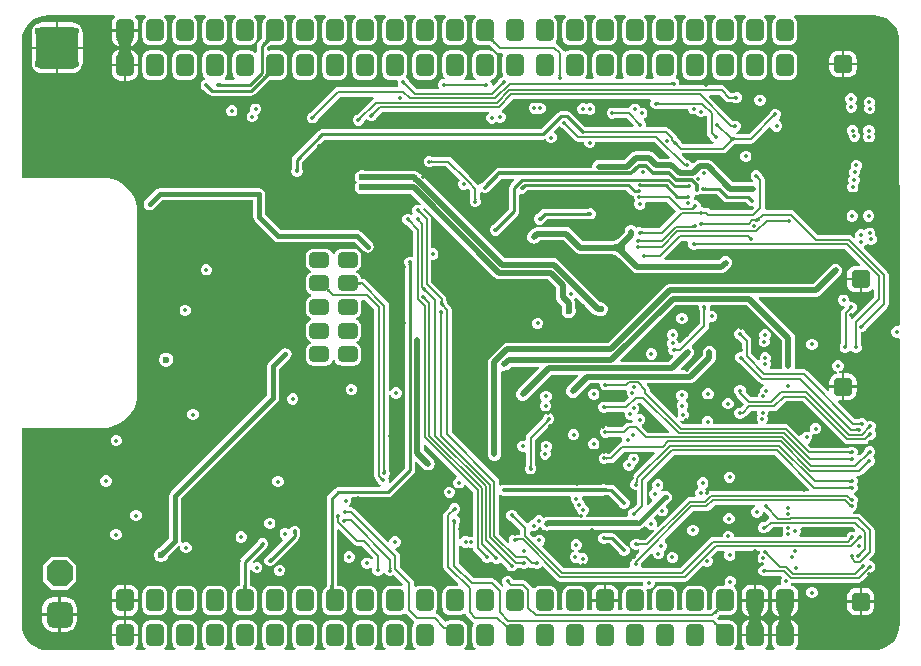
<source format=gbr>
%TF.GenerationSoftware,Altium Limited,Altium Designer,25.3.3 (18)*%
G04 Layer_Physical_Order=3*
G04 Layer_Color=16440176*
%FSLAX45Y45*%
%MOMM*%
%TF.SameCoordinates,95E4F6BA-DA47-4B25-BB43-2529A7C35442*%
%TF.FilePolarity,Positive*%
%TF.FileFunction,Copper,L3,Inr,Signal*%
%TF.Part,CustomerPanel*%
G01*
G75*
%TA.AperFunction,Conductor*%
%ADD69C,0.40000*%
%ADD70C,0.30000*%
%ADD71C,0.25000*%
%ADD74C,0.20000*%
%ADD75C,0.50000*%
%ADD78C,0.80000*%
%TA.AperFunction,ComponentPad*%
G04:AMPARAMS|DCode=82|XSize=1.55mm|YSize=1.6mm|CornerRadius=0.3875mm|HoleSize=0mm|Usage=FLASHONLY|Rotation=270.000|XOffset=0mm|YOffset=0mm|HoleType=Round|Shape=RoundedRectangle|*
%AMROUNDEDRECTD82*
21,1,1.55000,0.82500,0,0,270.0*
21,1,0.77500,1.60000,0,0,270.0*
1,1,0.77500,-0.41250,-0.38750*
1,1,0.77500,-0.41250,0.38750*
1,1,0.77500,0.41250,0.38750*
1,1,0.77500,0.41250,-0.38750*
%
%ADD82ROUNDEDRECTD82*%
G04:AMPARAMS|DCode=88|XSize=2.2mm|YSize=2.2mm|CornerRadius=0.55mm|HoleSize=0mm|Usage=FLASHONLY|Rotation=270.000|XOffset=0mm|YOffset=0mm|HoleType=Round|Shape=RoundedRectangle|*
%AMROUNDEDRECTD88*
21,1,2.20000,1.10000,0,0,270.0*
21,1,1.10000,2.20000,0,0,270.0*
1,1,1.10000,-0.55000,-0.55000*
1,1,1.10000,-0.55000,0.55000*
1,1,1.10000,0.55000,0.55000*
1,1,1.10000,0.55000,-0.55000*
%
%ADD88ROUNDEDRECTD88*%
G04:AMPARAMS|DCode=89|XSize=2.2mm|YSize=2.2mm|CornerRadius=0mm|HoleSize=0mm|Usage=FLASHONLY|Rotation=270.000|XOffset=0mm|YOffset=0mm|HoleType=Round|Shape=Octagon|*
%AMOCTAGOND89*
4,1,8,-0.55000,-1.10000,0.55000,-1.10000,1.10000,-0.55000,1.10000,0.55000,0.55000,1.10000,-0.55000,1.10000,-1.10000,0.55000,-1.10000,-0.55000,-0.55000,-1.10000,0.0*
%
%ADD89OCTAGOND89*%

%TA.AperFunction,ViaPad*%
%ADD90C,0.35000*%
%ADD91C,0.60000*%
%TA.AperFunction,ComponentPad*%
G04:AMPARAMS|DCode=92|XSize=1.5mm|YSize=1.9mm|CornerRadius=0.375mm|HoleSize=0mm|Usage=FLASHONLY|Rotation=0.000|XOffset=0mm|YOffset=0mm|HoleType=Round|Shape=RoundedRectangle|*
%AMROUNDEDRECTD92*
21,1,1.50000,1.15000,0,0,0.0*
21,1,0.75000,1.90000,0,0,0.0*
1,1,0.75000,0.37500,-0.57500*
1,1,0.75000,-0.37500,-0.57500*
1,1,0.75000,-0.37500,0.57500*
1,1,0.75000,0.37500,0.57500*
%
%ADD92ROUNDEDRECTD92*%
G04:AMPARAMS|DCode=93|XSize=1.3mm|YSize=1.7mm|CornerRadius=0.325mm|HoleSize=0mm|Usage=FLASHONLY|Rotation=270.000|XOffset=0mm|YOffset=0mm|HoleType=Round|Shape=RoundedRectangle|*
%AMROUNDEDRECTD93*
21,1,1.30000,1.05000,0,0,270.0*
21,1,0.65000,1.70000,0,0,270.0*
1,1,0.65000,-0.52500,-0.32500*
1,1,0.65000,-0.52500,0.32500*
1,1,0.65000,0.52500,0.32500*
1,1,0.65000,0.52500,-0.32500*
%
%ADD93ROUNDEDRECTD93*%
G04:AMPARAMS|DCode=94|XSize=3.6mm|YSize=3.6mm|CornerRadius=0.54mm|HoleSize=0mm|Usage=FLASHONLY|Rotation=0.000|XOffset=0mm|YOffset=0mm|HoleType=Round|Shape=RoundedRectangle|*
%AMROUNDEDRECTD94*
21,1,3.60000,2.52000,0,0,0.0*
21,1,2.52000,3.60000,0,0,0.0*
1,1,1.08000,1.26000,-1.26000*
1,1,1.08000,-1.26000,-1.26000*
1,1,1.08000,-1.26000,1.26000*
1,1,1.08000,1.26000,1.26000*
%
%ADD94ROUNDEDRECTD94*%
G36*
X5035649Y6222684D02*
X5035754Y6220209D01*
X5036330Y6217543D01*
X5037375Y6214685D01*
X5038891Y6211636D01*
X5040877Y6208395D01*
X5043334Y6204963D01*
X5046260Y6201340D01*
X5053524Y6193518D01*
X5039382Y6179377D01*
X5035375Y6183243D01*
X5027937Y6189566D01*
X5024505Y6192023D01*
X5021264Y6194009D01*
X5018215Y6195525D01*
X5015358Y6196571D01*
X5012691Y6197146D01*
X5010216Y6197251D01*
X5007933Y6196886D01*
X5036014Y6224967D01*
X5035649Y6222684D01*
D02*
G37*
G36*
X3145091Y6196109D02*
X3141782Y6196107D01*
X3138305Y6195589D01*
X3134659Y6194554D01*
X3130845Y6193002D01*
X3126862Y6190933D01*
X3122710Y6188348D01*
X3118390Y6185246D01*
X3113902Y6181628D01*
X3104419Y6172842D01*
X3086742Y6190519D01*
X3091393Y6195345D01*
X3099146Y6204490D01*
X3102248Y6208810D01*
X3104833Y6212962D01*
X3106902Y6216945D01*
X3108454Y6220759D01*
X3109489Y6224405D01*
X3110007Y6227882D01*
X3110009Y6231191D01*
X3145091Y6196109D01*
D02*
G37*
G36*
X8295106Y6414943D02*
X8327466Y6407174D01*
X8358213Y6394438D01*
X8386588Y6377050D01*
X8411894Y6355436D01*
X8433508Y6330130D01*
X8450896Y6301755D01*
X8463632Y6271008D01*
X8471401Y6238648D01*
X8472853Y6220198D01*
X8473513Y6205471D01*
X8473516Y6205460D01*
X8473516Y6190471D01*
X8473580Y3793177D01*
X8464873Y3787358D01*
X8458580Y3784875D01*
X8442137D01*
X8424678Y3777643D01*
X8411316Y3764281D01*
X8404085Y3746823D01*
Y3727927D01*
X8411316Y3710468D01*
X8424678Y3697106D01*
X8442137Y3689875D01*
X8461033D01*
X8461111Y3689907D01*
X8473583Y3681574D01*
X8473648Y1270170D01*
X8473647Y1270037D01*
Y1255256D01*
X8472986Y1240530D01*
X8471537Y1222122D01*
X8463778Y1189803D01*
X8451059Y1159097D01*
X8433693Y1130758D01*
X8412108Y1105484D01*
X8386834Y1083899D01*
X8358495Y1066533D01*
X8327789Y1053814D01*
X8295471Y1046055D01*
X8264129Y1043588D01*
X8262338Y1043944D01*
X7593639D01*
X7588547Y1058944D01*
X7591607Y1061293D01*
X7603228Y1076438D01*
X7610534Y1094074D01*
X7613025Y1113000D01*
Y1160500D01*
X7391775D01*
Y1113000D01*
X7394266Y1094074D01*
X7401572Y1076438D01*
X7413193Y1061293D01*
X7416253Y1058944D01*
X7411161Y1043944D01*
X7339639D01*
X7334547Y1058944D01*
X7337607Y1061293D01*
X7349228Y1076438D01*
X7356534Y1094074D01*
X7359025Y1113000D01*
Y1160500D01*
X7137775D01*
Y1113000D01*
X7140266Y1094074D01*
X7147572Y1076438D01*
X7159193Y1061293D01*
X7162253Y1058944D01*
X7157161Y1043944D01*
X7077426D01*
X7072334Y1058944D01*
X7080041Y1064859D01*
X7090861Y1078959D01*
X7097662Y1095379D01*
X7099982Y1113000D01*
Y1228000D01*
X7097662Y1245621D01*
X7090861Y1262041D01*
X7080041Y1276141D01*
X7065941Y1286961D01*
X7049521Y1293762D01*
X7031900Y1296082D01*
X6956900D01*
X6948521Y1294979D01*
X6947702Y1295565D01*
X6943098Y1299479D01*
X6925077Y1317500D01*
X6942535Y1334958D01*
X6945279Y1337507D01*
X6947390Y1339212D01*
X6948521Y1340021D01*
X6956900Y1338918D01*
X7031900D01*
X7049521Y1341238D01*
X7065941Y1348039D01*
X7080041Y1358859D01*
X7090861Y1372959D01*
X7097662Y1389379D01*
X7099982Y1407000D01*
Y1522000D01*
X7097662Y1539621D01*
X7090861Y1556041D01*
X7080041Y1570141D01*
X7076973Y1572496D01*
X7076337Y1591891D01*
X7081746Y1597300D01*
X7088978Y1614759D01*
Y1633655D01*
X7081746Y1651113D01*
X7068384Y1664475D01*
X7050926Y1671707D01*
X7032030D01*
X7014571Y1664475D01*
X7001210Y1651113D01*
X6993978Y1633655D01*
Y1614759D01*
X6997986Y1605082D01*
X6988829Y1590082D01*
X6956900D01*
X6939279Y1587762D01*
X6922859Y1580961D01*
X6908759Y1570141D01*
X6897939Y1556041D01*
X6891138Y1539621D01*
X6888818Y1522000D01*
Y1407000D01*
X6889921Y1398621D01*
X6889335Y1397802D01*
X6885420Y1393197D01*
X6873007Y1380784D01*
X6854702D01*
X6844505Y1395784D01*
X6845982Y1407000D01*
Y1522000D01*
X6843662Y1539621D01*
X6836861Y1556041D01*
X6826041Y1570141D01*
X6811941Y1580961D01*
X6795521Y1587762D01*
X6777900Y1590082D01*
X6702900D01*
X6685279Y1587762D01*
X6668859Y1580961D01*
X6654759Y1570141D01*
X6643939Y1556041D01*
X6637138Y1539621D01*
X6634818Y1522000D01*
Y1407000D01*
X6636295Y1395784D01*
X6626098Y1380784D01*
X6600702D01*
X6590505Y1395784D01*
X6591982Y1407000D01*
Y1522000D01*
X6589662Y1539621D01*
X6582861Y1556041D01*
X6572041Y1570141D01*
X6557941Y1580961D01*
X6541521Y1587762D01*
X6523900Y1590082D01*
X6448900D01*
X6431279Y1587762D01*
X6414859Y1580961D01*
X6400759Y1570141D01*
X6389939Y1556041D01*
X6383138Y1539621D01*
X6380818Y1522000D01*
Y1407000D01*
X6382295Y1395784D01*
X6372098Y1380784D01*
X6346702D01*
X6336505Y1395784D01*
X6337982Y1407000D01*
Y1522000D01*
X6335662Y1539621D01*
X6330161Y1552902D01*
X6336023Y1561193D01*
X6340889Y1564694D01*
X6342822Y1563894D01*
X6361719D01*
X6379177Y1571125D01*
X6392539Y1584487D01*
X6399771Y1601945D01*
Y1620842D01*
X6402026Y1624217D01*
X6655513D01*
X6655515Y1624216D01*
X6671122Y1627321D01*
X6684353Y1636162D01*
X6811098Y1762907D01*
X6818993Y1755012D01*
X6836451Y1747781D01*
X6855347D01*
X6872806Y1755012D01*
X6886168Y1768374D01*
X6893399Y1785832D01*
Y1804729D01*
X6886168Y1822187D01*
X6878273Y1830082D01*
X6934876Y1886685D01*
X6990174D01*
X6996609Y1871906D01*
X6989378Y1854448D01*
Y1835552D01*
X6996609Y1818094D01*
X7009971Y1804732D01*
X7027429Y1797500D01*
X7046326D01*
X7063784Y1804732D01*
X7077146Y1818094D01*
X7084377Y1835552D01*
Y1854448D01*
X7077146Y1871906D01*
X7083581Y1886685D01*
X7287077D01*
X7289670Y1882803D01*
Y1863907D01*
X7290624Y1861605D01*
X7279304Y1850285D01*
X7272073Y1832827D01*
Y1813930D01*
X7279304Y1796472D01*
X7292666Y1783110D01*
X7308672Y1776481D01*
X7310147Y1771505D01*
X7310204Y1760879D01*
X7298703Y1756115D01*
X7285342Y1742753D01*
X7278110Y1725295D01*
Y1706399D01*
X7285342Y1688940D01*
X7298703Y1675579D01*
X7316162Y1668347D01*
X7335058D01*
X7345572Y1672702D01*
X7346171Y1672795D01*
X7346965Y1673279D01*
X7349080Y1674155D01*
X7473952D01*
X7480165Y1659155D01*
X7475318Y1654308D01*
X7468086Y1636850D01*
Y1617953D01*
X7471329Y1610126D01*
X7467913Y1602156D01*
X7461532Y1594682D01*
X7445974Y1592634D01*
X7428337Y1585328D01*
X7413193Y1573707D01*
X7401572Y1558563D01*
X7394266Y1540926D01*
X7391775Y1522000D01*
Y1474500D01*
X7613025D01*
Y1522000D01*
X7610534Y1540926D01*
X7603228Y1558563D01*
X7591607Y1573707D01*
X7576463Y1585328D01*
X7566166Y1589593D01*
X7558838Y1597341D01*
X7558863Y1607758D01*
X7561492Y1614104D01*
X8127286D01*
X8127288Y1614104D01*
X8142895Y1617208D01*
X8156126Y1626049D01*
X8233092Y1703016D01*
X8236381Y1704378D01*
X8236570Y1704415D01*
X8236730Y1704522D01*
X8249307Y1709732D01*
X8262669Y1723094D01*
X8269900Y1740552D01*
Y1759448D01*
X8262669Y1776907D01*
X8249307Y1790268D01*
X8231848Y1797500D01*
X8223522D01*
X8217308Y1812500D01*
X8251238Y1846429D01*
X8251239Y1846430D01*
X8260079Y1859661D01*
X8263184Y1875268D01*
Y2056576D01*
X8260079Y2072183D01*
X8251239Y2085414D01*
X8251238Y2085414D01*
X8149071Y2187582D01*
X8135840Y2196422D01*
X8120232Y2199527D01*
X8120231Y2199527D01*
X8078963D01*
X8076921Y2213681D01*
X8094379Y2220912D01*
X8107741Y2234274D01*
X8114972Y2251732D01*
Y2270629D01*
X8110216Y2282112D01*
X8113804Y2285700D01*
X8121035Y2303158D01*
Y2322054D01*
X8113804Y2339512D01*
X8100442Y2352874D01*
X8087284Y2358325D01*
X8085601Y2372500D01*
X8086532Y2374440D01*
X8099306Y2379732D01*
X8112668Y2393094D01*
X8119900Y2410552D01*
Y2429448D01*
X8113234Y2445540D01*
X8113628Y2445934D01*
X8120860Y2463392D01*
Y2482289D01*
X8113628Y2499747D01*
X8109159Y2504216D01*
X8115372Y2519216D01*
X8131521D01*
X8131522Y2519216D01*
X8147130Y2522321D01*
X8160361Y2531162D01*
X8228968Y2599768D01*
X8232256Y2601131D01*
X8232445Y2601168D01*
X8232605Y2601275D01*
X8245182Y2606485D01*
X8258544Y2619847D01*
X8265775Y2637305D01*
Y2656201D01*
X8258544Y2673660D01*
X8249226Y2682978D01*
X8261175Y2694927D01*
X8268406Y2712385D01*
Y2731282D01*
X8261175Y2748740D01*
X8247813Y2762102D01*
X8230355Y2769334D01*
X8211458D01*
X8194000Y2762102D01*
X8180638Y2748740D01*
X8175429Y2736163D01*
X8175322Y2736003D01*
X8175284Y2735814D01*
X8173922Y2732526D01*
X8136061Y2694665D01*
X8117192Y2697009D01*
X8115099Y2700514D01*
X8118130Y2707833D01*
Y2726730D01*
X8110899Y2744188D01*
X8097537Y2757550D01*
X8080079Y2764781D01*
X8061182D01*
X8048605Y2759572D01*
X8048416Y2759534D01*
X8048256Y2759427D01*
X8044968Y2758065D01*
X7725610D01*
X7699331Y2784344D01*
X7703599Y2801290D01*
X7713604Y2805434D01*
X7726966Y2818796D01*
X7734198Y2836254D01*
Y2855150D01*
X7729757Y2865872D01*
X7741237Y2877352D01*
X7752952Y2872500D01*
X7771848D01*
X7789306Y2879732D01*
X7802668Y2893094D01*
X7809900Y2910552D01*
Y2929448D01*
X7802668Y2946906D01*
X7789306Y2960268D01*
X7771848Y2967500D01*
X7752952D01*
X7735494Y2960268D01*
X7722132Y2946906D01*
X7714900Y2929448D01*
Y2910552D01*
X7719341Y2899830D01*
X7707861Y2888350D01*
X7696146Y2893202D01*
X7677250D01*
X7659791Y2885971D01*
X7646429Y2872609D01*
X7642285Y2862604D01*
X7625340Y2858336D01*
X7539838Y2943838D01*
X7526606Y2952679D01*
X7510999Y2955784D01*
X7510998Y2955783D01*
X7353164D01*
X7346951Y2970783D01*
X7352963Y2976795D01*
X7360194Y2994254D01*
Y3013150D01*
X7354466Y3026980D01*
X7355031Y3027546D01*
X7362262Y3045004D01*
Y3063900D01*
X7365815Y3069217D01*
X7412399D01*
X7412400Y3069216D01*
X7428007Y3072321D01*
X7441239Y3081162D01*
X7509293Y3149216D01*
X7655507D01*
X8003899Y2800824D01*
X8017130Y2791984D01*
X8032737Y2788879D01*
X8032738Y2788879D01*
X8183444D01*
X8183446Y2788879D01*
X8199053Y2791984D01*
X8212284Y2800824D01*
X8233998Y2822538D01*
X8237287Y2823901D01*
X8237475Y2823938D01*
X8237635Y2824045D01*
X8250212Y2829255D01*
X8263574Y2842617D01*
X8270806Y2860075D01*
Y2878971D01*
X8263574Y2896430D01*
X8257674Y2902330D01*
X8266612Y2911268D01*
X8273843Y2928726D01*
Y2947623D01*
X8266612Y2965081D01*
X8253250Y2978443D01*
X8235792Y2985674D01*
X8216895D01*
X8200255Y2978782D01*
X8196745Y2987256D01*
X8183383Y3000618D01*
X8165925Y3007849D01*
X8147029D01*
X8134452Y3002640D01*
X8134263Y3002602D01*
X8134103Y3002495D01*
X8130814Y3001133D01*
X8098944D01*
X7952551Y3147526D01*
X7959427Y3161864D01*
X7985400D01*
Y3265000D01*
X7879764D01*
Y3241527D01*
X7865426Y3234651D01*
X7691239Y3408838D01*
X7678008Y3417679D01*
X7662400Y3420784D01*
X7662399Y3420784D01*
X7596294D01*
X7586661Y3435784D01*
X7587874Y3445000D01*
Y3690000D01*
X7585984Y3704358D01*
X7580442Y3717738D01*
X7571626Y3729227D01*
X7280185Y4020668D01*
X7285925Y4034526D01*
X7762400D01*
X7776758Y4036416D01*
X7790137Y4041958D01*
X7801626Y4050774D01*
X7971626Y4220774D01*
X7980442Y4232263D01*
X7985984Y4245642D01*
X7987874Y4260000D01*
X7985984Y4274358D01*
X7980442Y4287737D01*
X7971626Y4299226D01*
X7960137Y4308042D01*
X7946758Y4313584D01*
X7932400Y4315474D01*
X7918042Y4313584D01*
X7904663Y4308042D01*
X7893174Y4299226D01*
X7739422Y4145474D01*
X6530476D01*
X6516119Y4143584D01*
X6502739Y4138042D01*
X6491250Y4129226D01*
X6007498Y3645474D01*
X5152400D01*
X5138042Y3643584D01*
X5124663Y3638042D01*
X5113173Y3629226D01*
X5003174Y3519226D01*
X4994358Y3507737D01*
X4988816Y3494358D01*
X4986926Y3480000D01*
Y2700000D01*
X4988816Y2685642D01*
X4994358Y2672263D01*
X5003174Y2660774D01*
X5014663Y2651958D01*
X5028042Y2646416D01*
X5042400Y2644526D01*
X5056758Y2646416D01*
X5070137Y2651958D01*
X5081626Y2660774D01*
X5090442Y2672263D01*
X5095984Y2685642D01*
X5097874Y2700000D01*
Y3401970D01*
X5112875Y3411992D01*
X5114168Y3411457D01*
X5128526Y3409567D01*
X5142884Y3411457D01*
X5156263Y3416999D01*
X5167752Y3425815D01*
X5186463Y3444526D01*
X5419468D01*
X5425209Y3430668D01*
X5244256Y3249715D01*
X5235440Y3238226D01*
X5229898Y3224847D01*
X5228008Y3210489D01*
X5229898Y3196131D01*
X5235440Y3182752D01*
X5244256Y3171263D01*
X5255745Y3162447D01*
X5269124Y3156905D01*
X5283482Y3155015D01*
X5297840Y3156905D01*
X5311220Y3162447D01*
X5322709Y3171263D01*
X5525971Y3374526D01*
X5747499D01*
X5753239Y3360668D01*
X5668434Y3275863D01*
X5659618Y3264374D01*
X5654076Y3250995D01*
X5652186Y3236637D01*
Y3235833D01*
X5654076Y3221475D01*
X5659618Y3208096D01*
X5668434Y3196607D01*
X5679923Y3187791D01*
X5693303Y3182249D01*
X5707660Y3180359D01*
X5722018Y3182249D01*
X5735397Y3187791D01*
X5746887Y3196607D01*
X5749537Y3200061D01*
X5854002Y3304526D01*
X5931492D01*
X5934888Y3299443D01*
Y3280547D01*
X5942119Y3263089D01*
X5955481Y3249727D01*
X5972940Y3242496D01*
X5991836D01*
X6000810Y3246213D01*
X6001453Y3246288D01*
X6002769Y3247024D01*
X6003919Y3247501D01*
X6155742D01*
X6164375Y3237789D01*
X6166089Y3233282D01*
X6164218Y3228766D01*
Y3209869D01*
X6171449Y3192411D01*
X6182698Y3181163D01*
X6142319Y3140784D01*
X5998063D01*
X5994774Y3142146D01*
X5994614Y3142253D01*
X5994425Y3142290D01*
X5981848Y3147500D01*
X5962952D01*
X5945494Y3140269D01*
X5932132Y3126907D01*
X5924900Y3109448D01*
Y3090552D01*
X5932132Y3073094D01*
X5945494Y3059732D01*
X5962952Y3052500D01*
X5981848D01*
X5994425Y3057710D01*
X5994614Y3057748D01*
X5994774Y3057854D01*
X5998063Y3059217D01*
X6139830D01*
X6146512Y3049217D01*
Y3030321D01*
X6153743Y3012862D01*
X6167105Y2999500D01*
X6184563Y2992269D01*
X6203460D01*
X6217302Y2984335D01*
X6206504Y2970783D01*
X6182400D01*
X6166793Y2967679D01*
X6153561Y2958838D01*
X6153561Y2958838D01*
X6125507Y2930784D01*
X6009137D01*
X6006209Y2931996D01*
X6005859Y2932224D01*
X6005495Y2932292D01*
X5993577Y2937229D01*
X5974680D01*
X5957222Y2929997D01*
X5943860Y2916635D01*
X5936629Y2899177D01*
Y2880280D01*
X5943860Y2862822D01*
X5957222Y2849460D01*
X5974680Y2842229D01*
X5993577D01*
X6010446Y2849217D01*
X6116853D01*
X6126875Y2834216D01*
X6124900Y2829448D01*
Y2818428D01*
X6124900Y2810552D01*
X6113645Y2802323D01*
X6112294Y2801790D01*
X6110558Y2801445D01*
X6097327Y2792604D01*
X6097327Y2792603D01*
X6011860Y2707137D01*
X5999895D01*
X5996606Y2708499D01*
X5996446Y2708606D01*
X5996257Y2708643D01*
X5983680Y2713853D01*
X5964784D01*
X5947325Y2706621D01*
X5933963Y2693260D01*
X5926732Y2675801D01*
Y2656905D01*
X5933963Y2639447D01*
X5947325Y2626085D01*
X5964784Y2618853D01*
X5983680D01*
X5996257Y2624063D01*
X5996446Y2624100D01*
X5996606Y2624207D01*
X5999895Y2625570D01*
X6028752D01*
X6028753Y2625569D01*
X6044360Y2628674D01*
X6057591Y2637515D01*
X6143059Y2722982D01*
X6398610D01*
X6404350Y2709124D01*
X6223562Y2528336D01*
X6214721Y2515104D01*
X6211616Y2499497D01*
X6211616Y2499496D01*
Y2481999D01*
X6200479Y2470862D01*
X6193248Y2453404D01*
Y2434507D01*
X6200479Y2417049D01*
X6213841Y2403687D01*
X6231299Y2396456D01*
X6250196D01*
X6251616Y2395506D01*
Y2278501D01*
X6220615Y2247500D01*
X6212952D01*
X6195494Y2240268D01*
X6182132Y2226906D01*
X6174900Y2209448D01*
Y2190552D01*
X6176718Y2186163D01*
X6168385Y2173691D01*
X5821770D01*
X5818787Y2188691D01*
X5820012Y2189198D01*
X5833374Y2202560D01*
X5840606Y2220018D01*
Y2238915D01*
X5833374Y2256373D01*
X5820012Y2269735D01*
X5810374Y2273727D01*
Y2284892D01*
X5803143Y2302350D01*
X5789781Y2315712D01*
X5784899Y2317735D01*
Y2334449D01*
X5783749Y2337226D01*
X5793772Y2352226D01*
X5966125D01*
X5979077Y2354803D01*
X5981121D01*
X5983009Y2355585D01*
X5983683Y2355719D01*
X5984255Y2356101D01*
X5991182Y2358970D01*
X6012149D01*
X6097964Y2273155D01*
X6102131Y2263094D01*
X6115493Y2249732D01*
X6132951Y2242500D01*
X6151848D01*
X6169306Y2249732D01*
X6182668Y2263094D01*
X6189899Y2280552D01*
Y2299449D01*
X6182668Y2316907D01*
X6169306Y2330269D01*
X6159245Y2334436D01*
X6060738Y2432943D01*
X6046680Y2442336D01*
X6030098Y2445635D01*
X5991182D01*
X5981121Y2449802D01*
X5962224D01*
X5948191Y2443989D01*
X5140785D01*
X5136878Y2445608D01*
X5117982D01*
X5100523Y2438376D01*
X5098184Y2436036D01*
X5083184Y2442250D01*
Y2470000D01*
X5080079Y2485608D01*
X5071239Y2498839D01*
X5071238Y2498839D01*
X4683183Y2886894D01*
Y3926643D01*
X4683184Y3926644D01*
X4680079Y3942251D01*
X4671238Y3955483D01*
X4671238Y3955483D01*
X4642983Y3983738D01*
X4641621Y3987025D01*
X4641583Y3987216D01*
X4641475Y3987377D01*
X4638288Y3995072D01*
X4638251Y3995260D01*
X4638144Y3995420D01*
X4636781Y3998709D01*
Y4016401D01*
X4636782Y4016402D01*
X4633677Y4032009D01*
X4624836Y4045241D01*
X4509594Y4160483D01*
Y4348548D01*
X4513004Y4350826D01*
X4531900D01*
X4549358Y4358058D01*
X4562720Y4371420D01*
X4569951Y4388878D01*
Y4407775D01*
X4562720Y4425233D01*
X4549358Y4438595D01*
X4531900Y4445826D01*
X4513004D01*
X4509594Y4448104D01*
Y4689999D01*
X4506489Y4705606D01*
X4497649Y4718837D01*
X4497648Y4718838D01*
X4442178Y4774308D01*
X4441829Y4780906D01*
X4456504Y4787444D01*
X5043174Y4200774D01*
X5054663Y4191958D01*
X5068042Y4186416D01*
X5082400Y4184526D01*
X5496105D01*
X5566926Y4113705D01*
Y4030000D01*
X5568816Y4015642D01*
X5574358Y4002263D01*
X5583174Y3990774D01*
X5616747Y3957200D01*
Y3937883D01*
X5616311Y3937126D01*
X5612222Y3921867D01*
Y3906068D01*
X5616311Y3890809D01*
X5624210Y3877127D01*
X5635381Y3865956D01*
X5649063Y3858057D01*
X5664323Y3853968D01*
X5680121D01*
X5695381Y3858057D01*
X5709062Y3865956D01*
X5720234Y3877127D01*
X5728133Y3890809D01*
X5732222Y3906068D01*
Y3921867D01*
X5728133Y3937126D01*
X5727696Y3937883D01*
Y3980178D01*
X5725806Y3994536D01*
X5720264Y4007915D01*
X5719727Y4014542D01*
X5731184Y4026941D01*
X5745264Y4027290D01*
X5879867Y3892687D01*
X5891356Y3883871D01*
X5904735Y3878329D01*
X5914012Y3877108D01*
X5919241Y3874089D01*
X5934500Y3870000D01*
X5950299D01*
X5965559Y3874089D01*
X5979240Y3881988D01*
X5990411Y3893159D01*
X5998311Y3906841D01*
X6002399Y3922101D01*
Y3937899D01*
X5998311Y3953159D01*
X5990411Y3966841D01*
X5979240Y3978012D01*
X5965559Y3985911D01*
X5950299Y3990000D01*
X5939459D01*
X5583964Y4345495D01*
X5572475Y4354311D01*
X5559096Y4359853D01*
X5544737Y4361743D01*
X5131033D01*
X4427066Y5065710D01*
X4415577Y5074527D01*
X4413727Y5075293D01*
X4402595Y5086424D01*
X4391106Y5095240D01*
X4377727Y5100782D01*
X4363369Y5102672D01*
X3945879D01*
X3945122Y5103109D01*
X3929863Y5107198D01*
X3914064D01*
X3898804Y5103109D01*
X3885123Y5095210D01*
X3873952Y5084039D01*
X3866052Y5070357D01*
X3861964Y5055097D01*
Y5039299D01*
X3866052Y5024039D01*
X3873952Y5010357D01*
X3879912Y5004396D01*
X3873841Y4998325D01*
X3865942Y4984643D01*
X3861853Y4969384D01*
Y4953585D01*
X3865942Y4938325D01*
X3873841Y4924644D01*
X3885012Y4913473D01*
X3898694Y4905573D01*
X3913954Y4901484D01*
X3929752D01*
X3945012Y4905573D01*
X3945768Y4906010D01*
X4337938D01*
X4422895Y4821053D01*
X4414399Y4808336D01*
X4402487Y4813270D01*
X4383590D01*
X4366132Y4806039D01*
X4352770Y4792677D01*
X4345539Y4775219D01*
Y4756322D01*
X4352770Y4738864D01*
X4357922Y4733712D01*
X4357621Y4733167D01*
X4339306Y4730268D01*
X4321848Y4737500D01*
X4302952D01*
X4285494Y4730268D01*
X4272132Y4716906D01*
X4264900Y4699448D01*
Y4680552D01*
X4272132Y4663094D01*
X4285494Y4649732D01*
X4298069Y4644523D01*
X4298230Y4644415D01*
X4298421Y4644377D01*
X4301708Y4643016D01*
X4357878Y4586846D01*
Y4381468D01*
X4342878Y4371445D01*
X4335945Y4374317D01*
X4317049D01*
X4299590Y4367085D01*
X4286228Y4353723D01*
X4278997Y4336265D01*
Y4317369D01*
X4283615Y4306220D01*
Y3387900D01*
X4284468Y3383611D01*
Y2583349D01*
X4162222Y2461103D01*
X4149505Y2469600D01*
X4149900Y2470552D01*
Y2489448D01*
X4143785Y2504210D01*
X4152668Y2513094D01*
X4159900Y2530552D01*
Y2549448D01*
X4154690Y2562025D01*
X4154653Y2562214D01*
X4154546Y2562374D01*
X4153183Y2565663D01*
Y3199641D01*
X4168183Y3202625D01*
X4172132Y3193093D01*
X4185494Y3179732D01*
X4202952Y3172500D01*
X4221848D01*
X4239306Y3179732D01*
X4252668Y3193093D01*
X4259900Y3210552D01*
Y3229448D01*
X4252668Y3246906D01*
X4239306Y3260268D01*
X4221848Y3267500D01*
X4202952D01*
X4185494Y3260268D01*
X4172132Y3246906D01*
X4168183Y3237375D01*
X4153183Y3240359D01*
Y3959999D01*
X4153184Y3960000D01*
X4150079Y3975607D01*
X4141238Y3988838D01*
X4141238Y3988839D01*
X3953239Y4176838D01*
X3940008Y4185679D01*
X3924401Y4188783D01*
X3915791Y4196816D01*
X3909494Y4212019D01*
X3899475Y4225075D01*
X3886419Y4235093D01*
X3874023Y4240227D01*
X3872761Y4246694D01*
Y4249305D01*
X3874023Y4255772D01*
X3886419Y4260906D01*
X3899475Y4270924D01*
X3909494Y4283980D01*
X3915791Y4299184D01*
X3917939Y4315500D01*
Y4380500D01*
X3915791Y4396815D01*
X3909494Y4412019D01*
X3899475Y4425075D01*
X3886419Y4435093D01*
X3871216Y4441391D01*
X3854900Y4443539D01*
X3749900D01*
X3733584Y4441391D01*
X3718381Y4435093D01*
X3705325Y4425075D01*
X3695307Y4412019D01*
X3690172Y4399623D01*
X3683706Y4398361D01*
X3681094D01*
X3674628Y4399623D01*
X3669494Y4412019D01*
X3659475Y4425075D01*
X3646419Y4435093D01*
X3631216Y4441391D01*
X3614900Y4443539D01*
X3509900D01*
X3493584Y4441391D01*
X3478381Y4435093D01*
X3465325Y4425075D01*
X3455307Y4412019D01*
X3449009Y4396815D01*
X3446861Y4380500D01*
Y4315500D01*
X3449009Y4299184D01*
X3455307Y4283980D01*
X3465325Y4270924D01*
X3478381Y4260906D01*
X3490777Y4255772D01*
X3492039Y4249305D01*
Y4246694D01*
X3490777Y4240227D01*
X3478381Y4235093D01*
X3465325Y4225075D01*
X3455307Y4212019D01*
X3449009Y4196815D01*
X3446861Y4180500D01*
Y4115500D01*
X3449009Y4099184D01*
X3455307Y4083980D01*
X3465325Y4070924D01*
X3478381Y4060906D01*
X3490776Y4055772D01*
X3492038Y4049308D01*
Y4046692D01*
X3490776Y4040228D01*
X3478380Y4035093D01*
X3465325Y4025075D01*
X3455307Y4012019D01*
X3449009Y3996815D01*
X3446861Y3980500D01*
Y3915500D01*
X3449009Y3899184D01*
X3455307Y3883980D01*
X3465325Y3870924D01*
X3478380Y3860906D01*
X3490777Y3855772D01*
X3492039Y3849305D01*
Y3846694D01*
X3490777Y3840228D01*
X3478380Y3835093D01*
X3465325Y3825075D01*
X3455307Y3812019D01*
X3449009Y3796815D01*
X3446861Y3780500D01*
Y3715500D01*
X3449009Y3699184D01*
X3455307Y3683980D01*
X3465325Y3670924D01*
X3478380Y3660906D01*
X3490776Y3655772D01*
X3492038Y3649308D01*
Y3646691D01*
X3490776Y3640228D01*
X3478381Y3635093D01*
X3465325Y3625075D01*
X3455307Y3612019D01*
X3449009Y3596816D01*
X3446861Y3580500D01*
Y3515500D01*
X3449009Y3499184D01*
X3455307Y3483980D01*
X3465325Y3470924D01*
X3478381Y3460906D01*
X3493584Y3454609D01*
X3509900Y3452461D01*
X3614900D01*
X3631216Y3454609D01*
X3646419Y3460906D01*
X3659475Y3470924D01*
X3669494Y3483980D01*
X3674628Y3496376D01*
X3681094Y3497639D01*
X3683706D01*
X3690172Y3496376D01*
X3695307Y3483980D01*
X3705325Y3470924D01*
X3718381Y3460906D01*
X3733584Y3454609D01*
X3749900Y3452461D01*
X3854900D01*
X3871216Y3454609D01*
X3886419Y3460906D01*
X3899475Y3470924D01*
X3909494Y3483980D01*
X3915791Y3499184D01*
X3917939Y3515500D01*
Y3580500D01*
X3915791Y3596816D01*
X3909494Y3612019D01*
X3899475Y3625075D01*
X3886419Y3635093D01*
X3874024Y3640228D01*
X3872762Y3646691D01*
Y3649308D01*
X3874024Y3655772D01*
X3886420Y3660906D01*
X3899475Y3670924D01*
X3909494Y3683980D01*
X3915791Y3699184D01*
X3917939Y3715500D01*
Y3780500D01*
X3915791Y3796815D01*
X3909494Y3812019D01*
X3899475Y3825075D01*
X3886420Y3835093D01*
X3874023Y3840228D01*
X3872761Y3846694D01*
Y3849305D01*
X3874023Y3855772D01*
X3886420Y3860906D01*
X3899475Y3870924D01*
X3909494Y3883980D01*
X3915791Y3899184D01*
X3917939Y3915500D01*
Y3980500D01*
X3916133Y3994216D01*
X3920770Y4004267D01*
X3924077Y4009217D01*
X3945507D01*
X4025664Y3929060D01*
Y2515954D01*
X4025663Y2515953D01*
X4028768Y2500346D01*
X4037609Y2487115D01*
X4055415Y2469308D01*
X4056777Y2466021D01*
X4056815Y2465830D01*
X4056923Y2465669D01*
X4062132Y2453094D01*
X4075493Y2439732D01*
X4080360Y2437716D01*
X4077377Y2422716D01*
X3721783D01*
X3705201Y2419417D01*
X3691143Y2410024D01*
X3635092Y2353973D01*
X3625698Y2339915D01*
X3622400Y2323332D01*
Y1590757D01*
X3622211Y1585705D01*
X3621814Y1582089D01*
X3621677Y1581300D01*
X3620859Y1580961D01*
X3606759Y1570141D01*
X3595939Y1556041D01*
X3589138Y1539621D01*
X3586818Y1522000D01*
Y1407000D01*
X3589138Y1389379D01*
X3595939Y1372959D01*
X3606759Y1358859D01*
X3620859Y1348039D01*
X3637279Y1341238D01*
X3654900Y1338918D01*
X3729900D01*
X3747521Y1341238D01*
X3763941Y1348039D01*
X3778041Y1358859D01*
X3788861Y1372959D01*
X3795662Y1389379D01*
X3797982Y1407000D01*
Y1522000D01*
X3795662Y1539621D01*
X3788861Y1556041D01*
X3778041Y1570141D01*
X3763941Y1580961D01*
X3747521Y1587762D01*
X3729900Y1590082D01*
X3709065D01*
Y2062328D01*
X3722923Y2068068D01*
X3851047Y1939944D01*
X3851047Y1939943D01*
X3864279Y1931103D01*
X3879886Y1927998D01*
X3879887Y1927998D01*
X3896611D01*
X3898938Y1926443D01*
X3914545Y1923339D01*
X3921385D01*
X4015116Y1829607D01*
X4013776Y1819335D01*
X3998711Y1814153D01*
X3992808Y1820056D01*
X3975350Y1827288D01*
X3956453D01*
X3938995Y1820056D01*
X3925633Y1806694D01*
X3918402Y1789236D01*
Y1770340D01*
X3925633Y1752881D01*
X3938995Y1739520D01*
X3956453Y1732288D01*
X3975350D01*
X3992102Y1739227D01*
X3993001Y1739471D01*
X4009758Y1735256D01*
X4011774Y1730094D01*
X4010770Y1727671D01*
Y1708775D01*
X4018002Y1691316D01*
X4031364Y1677954D01*
X4048822Y1670723D01*
X4067718D01*
X4085176Y1677954D01*
X4098538Y1691316D01*
X4101834Y1699272D01*
X4118069D01*
X4122057Y1689645D01*
X4135419Y1676283D01*
X4152877Y1669052D01*
X4171774D01*
X4189232Y1676283D01*
X4193836Y1680887D01*
X4273777Y1600947D01*
X4272985Y1596764D01*
X4255979Y1587573D01*
X4255521Y1587762D01*
X4237900Y1590082D01*
X4162900D01*
X4145279Y1587762D01*
X4128859Y1580961D01*
X4114759Y1570141D01*
X4103939Y1556041D01*
X4097138Y1539621D01*
X4094818Y1522000D01*
Y1407000D01*
X4097138Y1389379D01*
X4103939Y1372959D01*
X4114759Y1358859D01*
X4128859Y1348039D01*
X4145279Y1341238D01*
X4162900Y1338918D01*
X4237900D01*
X4255521Y1341238D01*
X4271941Y1348039D01*
X4277791Y1352528D01*
X4294473Y1352896D01*
X4298298Y1350192D01*
X4360092Y1288398D01*
X4360946Y1287190D01*
X4362763Y1268328D01*
X4357939Y1262041D01*
X4351138Y1245621D01*
X4348818Y1228000D01*
Y1113000D01*
X4351138Y1095379D01*
X4357939Y1078959D01*
X4368759Y1064859D01*
X4376466Y1058944D01*
X4371375Y1043944D01*
X4283426D01*
X4278334Y1058944D01*
X4286041Y1064859D01*
X4296861Y1078959D01*
X4303662Y1095379D01*
X4305982Y1113000D01*
Y1228000D01*
X4303662Y1245621D01*
X4296861Y1262041D01*
X4286041Y1276141D01*
X4271941Y1286961D01*
X4255521Y1293762D01*
X4237900Y1296082D01*
X4162900D01*
X4145279Y1293762D01*
X4128859Y1286961D01*
X4114759Y1276141D01*
X4103939Y1262041D01*
X4097138Y1245621D01*
X4094818Y1228000D01*
Y1113000D01*
X4097138Y1095379D01*
X4103939Y1078959D01*
X4114759Y1064859D01*
X4122466Y1058944D01*
X4117375Y1043944D01*
X4029426D01*
X4024334Y1058944D01*
X4032041Y1064859D01*
X4042861Y1078959D01*
X4049662Y1095379D01*
X4051982Y1113000D01*
Y1228000D01*
X4049662Y1245621D01*
X4042861Y1262041D01*
X4032041Y1276141D01*
X4017941Y1286961D01*
X4001521Y1293762D01*
X3983900Y1296082D01*
X3908900D01*
X3891279Y1293762D01*
X3874859Y1286961D01*
X3860759Y1276141D01*
X3849939Y1262041D01*
X3843138Y1245621D01*
X3840818Y1228000D01*
Y1113000D01*
X3843138Y1095379D01*
X3849939Y1078959D01*
X3860759Y1064859D01*
X3868466Y1058944D01*
X3863375Y1043944D01*
X3775426D01*
X3770334Y1058944D01*
X3778041Y1064859D01*
X3788861Y1078959D01*
X3795662Y1095379D01*
X3797982Y1113000D01*
Y1228000D01*
X3795662Y1245621D01*
X3788861Y1262041D01*
X3778041Y1276141D01*
X3763941Y1286961D01*
X3747521Y1293762D01*
X3729900Y1296082D01*
X3654900D01*
X3637279Y1293762D01*
X3620859Y1286961D01*
X3606759Y1276141D01*
X3595939Y1262041D01*
X3589138Y1245621D01*
X3586818Y1228000D01*
Y1113000D01*
X3589138Y1095379D01*
X3595939Y1078959D01*
X3606759Y1064859D01*
X3614466Y1058944D01*
X3609375Y1043944D01*
X3521426D01*
X3516334Y1058944D01*
X3524041Y1064859D01*
X3534861Y1078959D01*
X3541662Y1095379D01*
X3543982Y1113000D01*
Y1228000D01*
X3541662Y1245621D01*
X3534861Y1262041D01*
X3524041Y1276141D01*
X3509941Y1286961D01*
X3493521Y1293762D01*
X3475900Y1296082D01*
X3400900D01*
X3383279Y1293762D01*
X3366859Y1286961D01*
X3352759Y1276141D01*
X3341939Y1262041D01*
X3335138Y1245621D01*
X3332818Y1228000D01*
Y1113000D01*
X3335138Y1095379D01*
X3341939Y1078959D01*
X3352759Y1064859D01*
X3360466Y1058944D01*
X3355375Y1043944D01*
X3267426D01*
X3262334Y1058944D01*
X3270041Y1064859D01*
X3280861Y1078959D01*
X3287662Y1095379D01*
X3289982Y1113000D01*
Y1228000D01*
X3287662Y1245621D01*
X3280861Y1262041D01*
X3270041Y1276141D01*
X3255941Y1286961D01*
X3239521Y1293762D01*
X3221900Y1296082D01*
X3146900D01*
X3129279Y1293762D01*
X3112859Y1286961D01*
X3098759Y1276141D01*
X3087939Y1262041D01*
X3081138Y1245621D01*
X3078818Y1228000D01*
Y1113000D01*
X3081138Y1095379D01*
X3087939Y1078959D01*
X3098759Y1064859D01*
X3106466Y1058944D01*
X3101375Y1043944D01*
X3013426D01*
X3008334Y1058944D01*
X3016041Y1064859D01*
X3026861Y1078959D01*
X3033662Y1095379D01*
X3035982Y1113000D01*
Y1228000D01*
X3033662Y1245621D01*
X3026861Y1262041D01*
X3016041Y1276141D01*
X3001941Y1286961D01*
X2985521Y1293762D01*
X2967900Y1296082D01*
X2892900D01*
X2875279Y1293762D01*
X2858859Y1286961D01*
X2844759Y1276141D01*
X2833939Y1262041D01*
X2827138Y1245621D01*
X2824818Y1228000D01*
Y1113000D01*
X2827138Y1095379D01*
X2833939Y1078959D01*
X2844759Y1064859D01*
X2852466Y1058944D01*
X2847375Y1043944D01*
X2759426D01*
X2754334Y1058944D01*
X2762041Y1064859D01*
X2772861Y1078959D01*
X2779662Y1095379D01*
X2781982Y1113000D01*
Y1228000D01*
X2779662Y1245621D01*
X2772861Y1262041D01*
X2762041Y1276141D01*
X2747941Y1286961D01*
X2731521Y1293762D01*
X2713900Y1296082D01*
X2638900D01*
X2621279Y1293762D01*
X2604859Y1286961D01*
X2590759Y1276141D01*
X2579939Y1262041D01*
X2573138Y1245621D01*
X2570818Y1228000D01*
Y1113000D01*
X2573138Y1095379D01*
X2579939Y1078959D01*
X2590759Y1064859D01*
X2598466Y1058944D01*
X2593375Y1043944D01*
X2505426D01*
X2500334Y1058944D01*
X2508041Y1064859D01*
X2518861Y1078959D01*
X2525662Y1095379D01*
X2527982Y1113000D01*
Y1228000D01*
X2525662Y1245621D01*
X2518861Y1262041D01*
X2508041Y1276141D01*
X2493941Y1286961D01*
X2477521Y1293762D01*
X2459900Y1296082D01*
X2384900D01*
X2367279Y1293762D01*
X2350859Y1286961D01*
X2336759Y1276141D01*
X2325939Y1262041D01*
X2319138Y1245621D01*
X2316818Y1228000D01*
Y1113000D01*
X2319138Y1095379D01*
X2325939Y1078959D01*
X2336759Y1064859D01*
X2344466Y1058944D01*
X2339375Y1043944D01*
X2251426D01*
X2246334Y1058944D01*
X2254041Y1064859D01*
X2264861Y1078959D01*
X2271662Y1095379D01*
X2273982Y1113000D01*
Y1228000D01*
X2271662Y1245621D01*
X2264861Y1262041D01*
X2254041Y1276141D01*
X2239941Y1286961D01*
X2223521Y1293762D01*
X2205900Y1296082D01*
X2130900D01*
X2113279Y1293762D01*
X2096859Y1286961D01*
X2082759Y1276141D01*
X2071939Y1262041D01*
X2065138Y1245621D01*
X2062818Y1228000D01*
Y1113000D01*
X2065138Y1095379D01*
X2071939Y1078959D01*
X2082759Y1064859D01*
X2090466Y1058944D01*
X2085375Y1043944D01*
X2005639D01*
X2000547Y1058944D01*
X2003607Y1061293D01*
X2015228Y1076438D01*
X2022534Y1094074D01*
X2025025Y1113000D01*
Y1160500D01*
X1803775D01*
Y1113000D01*
X1806266Y1094074D01*
X1813572Y1076438D01*
X1825193Y1061293D01*
X1828253Y1058944D01*
X1823161Y1043944D01*
X1254000D01*
X1252223Y1043591D01*
X1221063Y1046043D01*
X1188937Y1053756D01*
X1158413Y1066399D01*
X1130242Y1083662D01*
X1105119Y1105119D01*
X1083662Y1130242D01*
X1066399Y1158413D01*
X1053756Y1188937D01*
X1046043Y1221063D01*
X1043591Y1252223D01*
X1043944Y1254000D01*
Y2924556D01*
X1723900D01*
Y2924481D01*
X1770520Y2928150D01*
X1815993Y2939067D01*
X1859198Y2956963D01*
X1899071Y2981398D01*
X1934631Y3011769D01*
X1965002Y3047329D01*
X1989437Y3087202D01*
X2007333Y3130407D01*
X2018250Y3175880D01*
X2021919Y3222500D01*
X2021844D01*
Y4746500D01*
X2021919D01*
X2018250Y4793120D01*
X2007333Y4838593D01*
X1989437Y4881798D01*
X1965002Y4921671D01*
X1934631Y4957231D01*
X1899071Y4987602D01*
X1859198Y5012037D01*
X1815993Y5029933D01*
X1770520Y5040850D01*
X1723900Y5044519D01*
Y5044444D01*
X1043944D01*
Y6207000D01*
X1043591Y6208778D01*
X1046043Y6239937D01*
X1053756Y6272063D01*
X1066399Y6302587D01*
X1083662Y6330758D01*
X1105119Y6355881D01*
X1130242Y6377338D01*
X1158412Y6394601D01*
X1188937Y6407244D01*
X1221063Y6414957D01*
X1239275Y6416390D01*
X1254000Y6417055D01*
Y6417056D01*
X1823161D01*
X1828253Y6402056D01*
X1825193Y6399707D01*
X1813572Y6384563D01*
X1806266Y6366926D01*
X1803775Y6348000D01*
Y6300500D01*
X2025025D01*
Y6348000D01*
X2022534Y6366926D01*
X2015228Y6384563D01*
X2003607Y6399707D01*
X2000547Y6402056D01*
X2005639Y6417056D01*
X2085375D01*
X2090466Y6402056D01*
X2082759Y6396141D01*
X2071939Y6382041D01*
X2065138Y6365621D01*
X2062818Y6348000D01*
Y6233000D01*
X2065138Y6215379D01*
X2071939Y6198959D01*
X2082759Y6184859D01*
X2096859Y6174039D01*
X2113279Y6167238D01*
X2130900Y6164918D01*
X2205900D01*
X2223521Y6167238D01*
X2239941Y6174039D01*
X2254041Y6184859D01*
X2264861Y6198959D01*
X2271662Y6215379D01*
X2273982Y6233000D01*
Y6348000D01*
X2271662Y6365621D01*
X2264861Y6382041D01*
X2254041Y6396141D01*
X2246334Y6402056D01*
X2251426Y6417056D01*
X2339375D01*
X2344466Y6402056D01*
X2336759Y6396141D01*
X2325939Y6382041D01*
X2319138Y6365621D01*
X2316818Y6348000D01*
Y6233000D01*
X2319138Y6215379D01*
X2325939Y6198959D01*
X2336759Y6184859D01*
X2350859Y6174039D01*
X2367279Y6167238D01*
X2384900Y6164918D01*
X2459900D01*
X2477521Y6167238D01*
X2493941Y6174039D01*
X2508041Y6184859D01*
X2518861Y6198959D01*
X2525662Y6215379D01*
X2527982Y6233000D01*
Y6348000D01*
X2525662Y6365621D01*
X2518861Y6382041D01*
X2508041Y6396141D01*
X2500334Y6402056D01*
X2505426Y6417056D01*
X2593375D01*
X2598466Y6402056D01*
X2590759Y6396141D01*
X2579939Y6382041D01*
X2573138Y6365621D01*
X2570818Y6348000D01*
Y6233000D01*
X2573138Y6215379D01*
X2579939Y6198959D01*
X2590759Y6184859D01*
X2604859Y6174039D01*
X2621279Y6167238D01*
X2638900Y6164918D01*
X2713900D01*
X2731521Y6167238D01*
X2747941Y6174039D01*
X2762041Y6184859D01*
X2772861Y6198959D01*
X2779662Y6215379D01*
X2781982Y6233000D01*
Y6348000D01*
X2779662Y6365621D01*
X2772861Y6382041D01*
X2762041Y6396141D01*
X2754334Y6402056D01*
X2759426Y6417056D01*
X2847375D01*
X2852466Y6402056D01*
X2844759Y6396141D01*
X2833939Y6382041D01*
X2827138Y6365621D01*
X2824818Y6348000D01*
Y6233000D01*
X2827138Y6215379D01*
X2833939Y6198959D01*
X2844759Y6184859D01*
X2858859Y6174039D01*
X2875279Y6167238D01*
X2892900Y6164918D01*
X2967900D01*
X2985521Y6167238D01*
X3001941Y6174039D01*
X3016041Y6184859D01*
X3026861Y6198959D01*
X3033662Y6215379D01*
X3035982Y6233000D01*
Y6348000D01*
X3033662Y6365621D01*
X3026861Y6382041D01*
X3016041Y6396141D01*
X3008334Y6402056D01*
X3013426Y6417056D01*
X3101375D01*
X3106466Y6402056D01*
X3098759Y6396141D01*
X3087939Y6382041D01*
X3081138Y6365621D01*
X3078818Y6348000D01*
Y6233000D01*
X3079207Y6230041D01*
X3079103Y6229785D01*
X3078237Y6228118D01*
X3076814Y6225832D01*
X3075017Y6223329D01*
X3069832Y6217213D01*
X3043078Y6190459D01*
X3033684Y6176401D01*
X3030386Y6159818D01*
Y6108088D01*
X3018404Y6103121D01*
X3015386Y6102645D01*
X3001941Y6112961D01*
X2985521Y6119762D01*
X2967900Y6122082D01*
X2892900D01*
X2875279Y6119762D01*
X2858859Y6112961D01*
X2844759Y6102141D01*
X2833939Y6088041D01*
X2827138Y6071621D01*
X2824818Y6054000D01*
Y5939000D01*
X2827138Y5921379D01*
X2833939Y5904959D01*
X2844759Y5890859D01*
X2847074Y5889082D01*
X2841983Y5874082D01*
X2764817D01*
X2759726Y5889082D01*
X2762041Y5890859D01*
X2772861Y5904959D01*
X2779662Y5921379D01*
X2781982Y5939000D01*
Y6054000D01*
X2779662Y6071621D01*
X2772861Y6088041D01*
X2762041Y6102141D01*
X2747941Y6112961D01*
X2731521Y6119762D01*
X2713900Y6122082D01*
X2638900D01*
X2621279Y6119762D01*
X2604859Y6112961D01*
X2590759Y6102141D01*
X2579939Y6088041D01*
X2573138Y6071621D01*
X2570818Y6054000D01*
Y5939000D01*
X2573138Y5921379D01*
X2579939Y5904959D01*
X2590759Y5890859D01*
X2592573Y5889467D01*
X2592770Y5887996D01*
X2589266Y5873097D01*
X2577019Y5868024D01*
X2563657Y5854662D01*
X2556426Y5837204D01*
Y5818307D01*
X2563657Y5800849D01*
X2577019Y5787487D01*
X2587081Y5783320D01*
X2621041Y5749360D01*
X2635099Y5739966D01*
X2651681Y5736668D01*
X2982400D01*
X2998983Y5739966D01*
X3013041Y5749360D01*
X3126488Y5862807D01*
X3129729Y5865796D01*
X3132438Y5867954D01*
X3134997Y5869759D01*
X3137055Y5871010D01*
X3138537Y5871756D01*
X3139040Y5871953D01*
X3146900Y5870918D01*
X3221900D01*
X3239521Y5873238D01*
X3255941Y5880039D01*
X3270041Y5890859D01*
X3280861Y5904959D01*
X3287662Y5921379D01*
X3289982Y5939000D01*
Y6054000D01*
X3287662Y6071621D01*
X3280861Y6088041D01*
X3270041Y6102141D01*
X3255941Y6112961D01*
X3239521Y6119762D01*
X3221900Y6122082D01*
X3146900D01*
X3132051Y6120127D01*
X3118651Y6126864D01*
X3118034Y6127277D01*
X3117212Y6142031D01*
X3130347Y6155166D01*
X3133920Y6158476D01*
X3136923Y6160898D01*
X3139732Y6162914D01*
X3142019Y6164338D01*
X3143684Y6165203D01*
X3143941Y6165307D01*
X3146900Y6164918D01*
X3221900D01*
X3239521Y6167238D01*
X3255941Y6174039D01*
X3270041Y6184859D01*
X3280861Y6198959D01*
X3287662Y6215379D01*
X3289982Y6233000D01*
Y6348000D01*
X3287662Y6365621D01*
X3280861Y6382041D01*
X3270041Y6396141D01*
X3262334Y6402056D01*
X3267426Y6417056D01*
X3355375D01*
X3360466Y6402056D01*
X3352759Y6396141D01*
X3341939Y6382041D01*
X3335138Y6365621D01*
X3332818Y6348000D01*
Y6233000D01*
X3335138Y6215379D01*
X3341939Y6198959D01*
X3352759Y6184859D01*
X3366859Y6174039D01*
X3383279Y6167238D01*
X3400900Y6164918D01*
X3475900D01*
X3493521Y6167238D01*
X3509941Y6174039D01*
X3524041Y6184859D01*
X3534861Y6198959D01*
X3541662Y6215379D01*
X3543982Y6233000D01*
Y6348000D01*
X3541662Y6365621D01*
X3534861Y6382041D01*
X3524041Y6396141D01*
X3516334Y6402056D01*
X3521426Y6417056D01*
X3609375D01*
X3614466Y6402056D01*
X3606759Y6396141D01*
X3595939Y6382041D01*
X3589138Y6365621D01*
X3586818Y6348000D01*
Y6233000D01*
X3589138Y6215379D01*
X3595939Y6198959D01*
X3606759Y6184859D01*
X3620859Y6174039D01*
X3637279Y6167238D01*
X3654900Y6164918D01*
X3729900D01*
X3747521Y6167238D01*
X3763941Y6174039D01*
X3778041Y6184859D01*
X3788861Y6198959D01*
X3795662Y6215379D01*
X3797982Y6233000D01*
Y6348000D01*
X3795662Y6365621D01*
X3788861Y6382041D01*
X3778041Y6396141D01*
X3770334Y6402056D01*
X3775426Y6417056D01*
X3863375D01*
X3868466Y6402056D01*
X3860759Y6396141D01*
X3849939Y6382041D01*
X3843138Y6365621D01*
X3840818Y6348000D01*
Y6233000D01*
X3843138Y6215379D01*
X3849939Y6198959D01*
X3860759Y6184859D01*
X3874859Y6174039D01*
X3891279Y6167238D01*
X3908900Y6164918D01*
X3983900D01*
X4001521Y6167238D01*
X4017941Y6174039D01*
X4032041Y6184859D01*
X4042861Y6198959D01*
X4049662Y6215379D01*
X4051982Y6233000D01*
Y6348000D01*
X4049662Y6365621D01*
X4042861Y6382041D01*
X4032041Y6396141D01*
X4024334Y6402056D01*
X4029426Y6417056D01*
X4117375D01*
X4122466Y6402056D01*
X4114759Y6396141D01*
X4103939Y6382041D01*
X4097138Y6365621D01*
X4094818Y6348000D01*
Y6233000D01*
X4097138Y6215379D01*
X4103939Y6198959D01*
X4114759Y6184859D01*
X4128859Y6174039D01*
X4145279Y6167238D01*
X4162900Y6164918D01*
X4237900D01*
X4255521Y6167238D01*
X4271941Y6174039D01*
X4286041Y6184859D01*
X4296861Y6198959D01*
X4303662Y6215379D01*
X4305982Y6233000D01*
Y6348000D01*
X4303662Y6365621D01*
X4296861Y6382041D01*
X4286041Y6396141D01*
X4278334Y6402056D01*
X4283426Y6417056D01*
X4371375D01*
X4376466Y6402056D01*
X4368759Y6396141D01*
X4357939Y6382041D01*
X4351138Y6365621D01*
X4348818Y6348000D01*
Y6233000D01*
X4351138Y6215379D01*
X4357939Y6198959D01*
X4368759Y6184859D01*
X4382859Y6174039D01*
X4399279Y6167238D01*
X4416900Y6164918D01*
X4491900D01*
X4509521Y6167238D01*
X4525941Y6174039D01*
X4540041Y6184859D01*
X4550861Y6198959D01*
X4557662Y6215379D01*
X4559982Y6233000D01*
Y6348000D01*
X4557662Y6365621D01*
X4550861Y6382041D01*
X4540041Y6396141D01*
X4532334Y6402056D01*
X4537426Y6417056D01*
X4625375D01*
X4630466Y6402056D01*
X4622759Y6396141D01*
X4611939Y6382041D01*
X4605138Y6365621D01*
X4602818Y6348000D01*
Y6233000D01*
X4605138Y6215379D01*
X4611939Y6198959D01*
X4622759Y6184859D01*
X4636859Y6174039D01*
X4653279Y6167238D01*
X4670900Y6164918D01*
X4745900D01*
X4763521Y6167238D01*
X4779941Y6174039D01*
X4794041Y6184859D01*
X4804861Y6198959D01*
X4811662Y6215379D01*
X4813982Y6233000D01*
Y6348000D01*
X4811662Y6365621D01*
X4804861Y6382041D01*
X4794041Y6396141D01*
X4786334Y6402056D01*
X4791426Y6417056D01*
X4879375D01*
X4884466Y6402056D01*
X4876759Y6396141D01*
X4865939Y6382041D01*
X4859138Y6365621D01*
X4856818Y6348000D01*
Y6233000D01*
X4859138Y6215379D01*
X4865939Y6198959D01*
X4876759Y6184859D01*
X4890859Y6174039D01*
X4907279Y6167238D01*
X4924900Y6164918D01*
X4999900D01*
X5008279Y6166021D01*
X5009098Y6165435D01*
X5013704Y6161520D01*
X5064061Y6111162D01*
X5064062Y6111162D01*
X5077293Y6102321D01*
X5092900Y6099216D01*
X5092901Y6099216D01*
X5111516D01*
X5118355Y6084216D01*
X5113138Y6071621D01*
X5110818Y6054000D01*
Y5939000D01*
X5113138Y5921379D01*
X5116816Y5912500D01*
X5115766Y5908427D01*
X5109678Y5896701D01*
X5108250Y5895552D01*
X5095493Y5890268D01*
X5082132Y5876906D01*
X5076922Y5864329D01*
X5076815Y5864169D01*
X5076778Y5863981D01*
X5075415Y5860692D01*
X5036411Y5821688D01*
X5021411Y5827901D01*
Y5836223D01*
X5014180Y5853681D01*
X5010656Y5857204D01*
X5016032Y5873042D01*
X5017521Y5873238D01*
X5033941Y5880039D01*
X5048041Y5890859D01*
X5058861Y5904959D01*
X5065662Y5921379D01*
X5067982Y5939000D01*
Y6054000D01*
X5065662Y6071621D01*
X5058861Y6088041D01*
X5048041Y6102141D01*
X5033941Y6112961D01*
X5017521Y6119762D01*
X4999900Y6122082D01*
X4924900D01*
X4907279Y6119762D01*
X4890859Y6112961D01*
X4876759Y6102141D01*
X4865939Y6088041D01*
X4859138Y6071621D01*
X4856818Y6054000D01*
Y5939000D01*
X4859138Y5921379D01*
X4865939Y5904959D01*
X4876759Y5890859D01*
X4887074Y5882944D01*
X4882457Y5867944D01*
X4788343D01*
X4783726Y5882944D01*
X4794041Y5890859D01*
X4804861Y5904959D01*
X4811662Y5921379D01*
X4813982Y5939000D01*
Y6054000D01*
X4811662Y6071621D01*
X4804861Y6088041D01*
X4794041Y6102141D01*
X4779941Y6112961D01*
X4763521Y6119762D01*
X4745900Y6122082D01*
X4670900D01*
X4653279Y6119762D01*
X4636859Y6112961D01*
X4622759Y6102141D01*
X4611939Y6088041D01*
X4605138Y6071621D01*
X4602818Y6054000D01*
Y5939000D01*
X4605138Y5921379D01*
X4611939Y5904959D01*
X4622759Y5890859D01*
X4624713Y5889359D01*
X4618726Y5875046D01*
X4604159D01*
X4586701Y5867814D01*
X4573339Y5854452D01*
X4566107Y5836994D01*
Y5818098D01*
X4571208Y5805784D01*
X4563596Y5790783D01*
X4389293D01*
X4319385Y5860692D01*
X4318023Y5863981D01*
X4317985Y5864169D01*
X4317878Y5864329D01*
X4312669Y5876906D01*
X4299307Y5890268D01*
X4297473Y5897113D01*
X4297765Y5907143D01*
X4303662Y5921379D01*
X4305982Y5939000D01*
Y6054000D01*
X4303662Y6071621D01*
X4296861Y6088041D01*
X4286041Y6102141D01*
X4271941Y6112961D01*
X4255521Y6119762D01*
X4237900Y6122082D01*
X4162900D01*
X4145279Y6119762D01*
X4128859Y6112961D01*
X4114759Y6102141D01*
X4103939Y6088041D01*
X4097138Y6071621D01*
X4094818Y6054000D01*
Y5939000D01*
X4097138Y5921379D01*
X4103939Y5904959D01*
X4114759Y5890859D01*
X4128859Y5880039D01*
X4145279Y5873238D01*
X4162900Y5870918D01*
X4217236D01*
X4224900Y5859448D01*
Y5840552D01*
X4231017Y5825784D01*
X4224843Y5810784D01*
X3722401D01*
X3722400Y5810784D01*
X3706793Y5807679D01*
X3693562Y5798839D01*
X3693561Y5798838D01*
X3491708Y5596984D01*
X3488421Y5595623D01*
X3488231Y5595585D01*
X3488069Y5595477D01*
X3475494Y5590268D01*
X3462132Y5576907D01*
X3454900Y5559448D01*
Y5540552D01*
X3462132Y5523094D01*
X3475494Y5509732D01*
X3492952Y5502500D01*
X3511848D01*
X3529307Y5509732D01*
X3542669Y5523094D01*
X3547877Y5535669D01*
X3547985Y5535830D01*
X3548023Y5536021D01*
X3549385Y5539308D01*
X3739293Y5729217D01*
X4017447D01*
X4021997Y5714217D01*
X4012784Y5708061D01*
X3881708Y5576985D01*
X3878421Y5575623D01*
X3878230Y5575585D01*
X3878069Y5575477D01*
X3865494Y5570269D01*
X3852132Y5556907D01*
X3844900Y5539448D01*
Y5520552D01*
X3852132Y5503094D01*
X3865494Y5489732D01*
X3882952Y5482500D01*
X3901848D01*
X3919307Y5489732D01*
X3932669Y5503094D01*
X3937877Y5515669D01*
X3937985Y5515830D01*
X3938023Y5516021D01*
X3939385Y5519308D01*
X3962651Y5542574D01*
X3975493Y5529732D01*
X3992952Y5522500D01*
X4011848D01*
X4029306Y5529732D01*
X4042668Y5543094D01*
X4047877Y5555669D01*
X4047985Y5555830D01*
X4048023Y5556021D01*
X4049384Y5559308D01*
X4093516Y5603439D01*
X4990755D01*
X4994297Y5595687D01*
X4995354Y5588439D01*
X4983539Y5576624D01*
X4976308Y5559166D01*
Y5540269D01*
X4983539Y5522811D01*
X4996901Y5509449D01*
X5014359Y5502218D01*
X5033256D01*
X5050714Y5509449D01*
X5060724Y5519459D01*
X5065433Y5514750D01*
X5082891Y5507519D01*
X5101788D01*
X5119246Y5514750D01*
X5132608Y5528112D01*
X5139839Y5545570D01*
Y5564467D01*
X5132608Y5581925D01*
X5119246Y5595287D01*
X5110351Y5598972D01*
X5107914Y5615384D01*
X5200416Y5707886D01*
X6363513D01*
X6370466Y5692886D01*
X6364900Y5679448D01*
Y5660552D01*
X6372132Y5643094D01*
X6385493Y5629732D01*
X6402952Y5622500D01*
X6421848D01*
X6434425Y5627710D01*
X6434614Y5627747D01*
X6434774Y5627854D01*
X6438063Y5629217D01*
X6684031D01*
Y5617767D01*
X6691262Y5600309D01*
X6704624Y5586947D01*
X6722083Y5579716D01*
X6740979D01*
X6751798Y5584197D01*
X6755148Y5576110D01*
X6768510Y5562748D01*
X6785968Y5555516D01*
X6804864D01*
X6822323Y5562748D01*
X6827445Y5567870D01*
X6842445Y5561657D01*
Y5424575D01*
X6842445Y5424574D01*
X6845549Y5408967D01*
X6854390Y5395735D01*
X6871185Y5378940D01*
X6872547Y5375652D01*
X6872585Y5375463D01*
X6872692Y5375303D01*
X6877901Y5362726D01*
X6891263Y5349364D01*
X6899907Y5345784D01*
X6896924Y5330784D01*
X6638857D01*
X6622038Y5347603D01*
X6620676Y5350892D01*
X6620638Y5351080D01*
X6620531Y5351240D01*
X6615322Y5363817D01*
X6601960Y5377179D01*
X6589383Y5382389D01*
X6589223Y5382496D01*
X6589034Y5382533D01*
X6588494Y5382757D01*
X6586804Y5391255D01*
X6577963Y5404486D01*
X6577962Y5404487D01*
X6523611Y5458838D01*
X6510380Y5467679D01*
X6494773Y5470784D01*
X6494771Y5470784D01*
X6333966D01*
X6328069Y5479609D01*
Y5498505D01*
X6320838Y5515963D01*
X6307476Y5529325D01*
X6308357Y5545196D01*
X6319306Y5549732D01*
X6332668Y5563094D01*
X6339900Y5580552D01*
Y5599448D01*
X6332668Y5616906D01*
X6319306Y5630268D01*
X6301848Y5637500D01*
X6282952D01*
X6279797Y5636193D01*
X6273669Y5650989D01*
X6260307Y5664351D01*
X6242849Y5671583D01*
X6223952D01*
X6206494Y5664351D01*
X6193132Y5650989D01*
X6185901Y5633531D01*
X6181982Y5630315D01*
X6179626Y5630784D01*
X6179625Y5630784D01*
X6068063D01*
X6064774Y5632146D01*
X6064614Y5632253D01*
X6064426Y5632290D01*
X6051848Y5637500D01*
X6032952D01*
X6015494Y5630268D01*
X6002132Y5616906D01*
X5994900Y5599448D01*
Y5580552D01*
X6002132Y5563094D01*
X6015494Y5549732D01*
X6032952Y5542500D01*
X6051848D01*
X6064426Y5547710D01*
X6064614Y5547747D01*
X6064774Y5547854D01*
X6068063Y5549216D01*
X6162733D01*
X6226166Y5485784D01*
X6219953Y5470784D01*
X5814422D01*
X5691455Y5593750D01*
X5677397Y5603143D01*
X5660815Y5606442D01*
X5608788D01*
X5592206Y5603143D01*
X5578148Y5593750D01*
X5437730Y5453333D01*
X3585669D01*
X3569086Y5450034D01*
X3555028Y5440641D01*
X3341759Y5227372D01*
X3332366Y5213314D01*
X3329068Y5196731D01*
Y5119509D01*
X3324900Y5109448D01*
Y5090552D01*
X3332132Y5073093D01*
X3345493Y5059732D01*
X3362952Y5052500D01*
X3381848D01*
X3399306Y5059732D01*
X3412668Y5073093D01*
X3419900Y5090552D01*
Y5109448D01*
X3415732Y5119509D01*
Y5178782D01*
X3603618Y5366668D01*
X5455679D01*
X5472261Y5369966D01*
X5476874Y5368567D01*
X5482096Y5355960D01*
X5495458Y5342598D01*
X5512917Y5335366D01*
X5531813D01*
X5549271Y5342598D01*
X5562633Y5355960D01*
X5569865Y5373418D01*
Y5392314D01*
X5562633Y5409773D01*
X5549271Y5423134D01*
X5548183Y5423585D01*
X5545257Y5438297D01*
X5590398Y5483438D01*
X5592132Y5483093D01*
X5605493Y5469732D01*
X5618071Y5464522D01*
X5618231Y5464415D01*
X5618419Y5464378D01*
X5621708Y5463016D01*
X5723561Y5361163D01*
X5723562Y5361162D01*
X5736793Y5352321D01*
X5752400Y5349217D01*
X5802982D01*
Y5330693D01*
X5810214Y5313235D01*
X5823576Y5299873D01*
X5841034Y5292641D01*
X5859930D01*
X5877389Y5299873D01*
X5890750Y5313235D01*
X5897982Y5330693D01*
Y5349217D01*
X6397671D01*
X6527556Y5219332D01*
X6521816Y5205474D01*
X6435378D01*
X6391626Y5249226D01*
X6380137Y5258042D01*
X6366758Y5263584D01*
X6352400Y5265474D01*
X6242400D01*
X6228042Y5263584D01*
X6214663Y5258042D01*
X6203174Y5249226D01*
X6145211Y5191263D01*
X5927303D01*
X5912946Y5189373D01*
X5899566Y5183831D01*
X5888077Y5175015D01*
X5879261Y5163526D01*
X5873719Y5150147D01*
X5871829Y5135789D01*
X5863140Y5125882D01*
X5082400D01*
X5064842Y5122389D01*
X5049957Y5112443D01*
X4939400Y5001887D01*
X4935494Y5000268D01*
X4923009Y4987784D01*
X4921679Y4986855D01*
X4905097Y4984979D01*
X4853948Y5036129D01*
X4853739Y5036442D01*
X4853738Y5036443D01*
X4828843Y5061338D01*
X4828529Y5061548D01*
X4681239Y5208838D01*
X4668007Y5217679D01*
X4652400Y5220784D01*
X4652399Y5220784D01*
X4518063D01*
X4514774Y5222146D01*
X4514614Y5222253D01*
X4514425Y5222290D01*
X4501848Y5227500D01*
X4482952D01*
X4465493Y5220268D01*
X4452132Y5206907D01*
X4444900Y5189448D01*
Y5170552D01*
X4452132Y5153094D01*
X4465493Y5139732D01*
X4482952Y5132500D01*
X4501848D01*
X4514425Y5137710D01*
X4514614Y5137747D01*
X4514774Y5137854D01*
X4518063Y5139217D01*
X4635507D01*
X4749974Y5024749D01*
X4742132Y5016906D01*
X4734900Y4999448D01*
Y4980552D01*
X4742132Y4963093D01*
X4755494Y4949732D01*
X4772952Y4942500D01*
X4791848D01*
X4809307Y4949732D01*
X4817149Y4957574D01*
X4841188Y4933536D01*
Y4866131D01*
X4839826Y4862842D01*
X4839719Y4862682D01*
X4839681Y4862494D01*
X4834472Y4849917D01*
Y4831020D01*
X4841703Y4813562D01*
X4855065Y4800200D01*
X4872523Y4792969D01*
X4891420D01*
X4908878Y4800200D01*
X4922240Y4813562D01*
X4929471Y4831020D01*
Y4849917D01*
X4924262Y4862494D01*
X4924224Y4862682D01*
X4924117Y4862842D01*
X4922755Y4866131D01*
Y4912872D01*
X4937755Y4918795D01*
X4952952Y4912500D01*
X4971848D01*
X4989307Y4919732D01*
X5002668Y4933094D01*
X5004287Y4937000D01*
X5101405Y5034118D01*
X5205639D01*
X5211379Y5020260D01*
X5181760Y4990641D01*
X5172366Y4976583D01*
X5169068Y4960000D01*
Y4777949D01*
X5035555Y4644436D01*
X5025494Y4640268D01*
X5012132Y4626906D01*
X5004900Y4609448D01*
Y4590552D01*
X5012132Y4573093D01*
X5025494Y4559732D01*
X5042952Y4552500D01*
X5061848D01*
X5079307Y4559732D01*
X5092669Y4573093D01*
X5096836Y4583155D01*
X5243041Y4729359D01*
X5252434Y4743417D01*
X5255732Y4760000D01*
Y4900677D01*
X5264451Y4906503D01*
X5283347D01*
X5300805Y4913734D01*
X5314167Y4927096D01*
X5318335Y4937157D01*
X5321303Y4940125D01*
X6155712D01*
X6199602Y4896234D01*
X6213660Y4886841D01*
X6224053Y4884774D01*
Y4868785D01*
X6231284Y4851327D01*
X6234881Y4847730D01*
X6234783Y4847633D01*
X6227551Y4830174D01*
Y4811278D01*
X6234783Y4793820D01*
X6248145Y4780458D01*
X6265603Y4773226D01*
X6284499D01*
X6301958Y4780458D01*
X6315320Y4793820D01*
X6322551Y4811278D01*
Y4830174D01*
X6327737Y4837936D01*
X6507183D01*
X6584921Y4760197D01*
X6444917Y4620193D01*
X6298431D01*
X6295142Y4621556D01*
X6294982Y4621663D01*
X6294794Y4621700D01*
X6282217Y4626910D01*
X6263320D01*
X6245862Y4619678D01*
X6244343Y4619778D01*
X6240246Y4625118D01*
X6228757Y4633934D01*
X6215377Y4639476D01*
X6201019Y4641366D01*
X6186661Y4639476D01*
X6173282Y4633934D01*
X6161793Y4625118D01*
X6152977Y4613629D01*
X6147435Y4600250D01*
X6145545Y4585892D01*
Y4581597D01*
X6096907Y4532959D01*
X6096561Y4532745D01*
X6090178Y4526805D01*
X6084494Y4522256D01*
X6078695Y4518315D01*
X6072766Y4514949D01*
X6066669Y4512123D01*
X6060357Y4509809D01*
X6053784Y4507997D01*
X6046901Y4506684D01*
X6039661Y4505881D01*
X6030948Y4505568D01*
X6030552Y4505474D01*
X5795378D01*
X5691626Y4609226D01*
X5680137Y4618042D01*
X5666758Y4623584D01*
X5652400Y4625474D01*
X5406639D01*
X5392281Y4623584D01*
X5386739Y4621289D01*
X5378902Y4618042D01*
X5367413Y4609226D01*
X5338246Y4580059D01*
X5329430Y4568570D01*
X5323888Y4555191D01*
X5321998Y4540833D01*
X5323888Y4526475D01*
X5329430Y4513096D01*
X5338246Y4501607D01*
X5349735Y4492791D01*
X5363114Y4487249D01*
X5377472Y4485359D01*
X5391830Y4487249D01*
X5405209Y4492791D01*
X5416698Y4501607D01*
X5429617Y4514526D01*
X5629422D01*
X5733173Y4410774D01*
X5744663Y4401958D01*
X5758042Y4396416D01*
X5772400Y4394526D01*
X6030552D01*
X6030948Y4394432D01*
X6039661Y4394119D01*
X6046900Y4393316D01*
X6053784Y4392003D01*
X6060357Y4390191D01*
X6066669Y4387877D01*
X6072766Y4385051D01*
X6078696Y4381684D01*
X6084492Y4377745D01*
X6090178Y4373195D01*
X6096561Y4367254D01*
X6096907Y4367040D01*
X6213174Y4250774D01*
X6224663Y4241958D01*
X6238042Y4236416D01*
X6252400Y4234526D01*
X6966419D01*
X6980777Y4236416D01*
X6994156Y4241958D01*
X7005645Y4250774D01*
X7040914Y4286043D01*
X7049730Y4297532D01*
X7055272Y4310911D01*
X7057162Y4325269D01*
X7055272Y4339627D01*
X7049730Y4353007D01*
X7040914Y4364496D01*
X7029425Y4373312D01*
X7016046Y4378854D01*
X7001688Y4380744D01*
X6987330Y4378854D01*
X6973951Y4373312D01*
X6962462Y4364496D01*
X6943441Y4345474D01*
X6486765D01*
X6480551Y4360474D01*
X6629293Y4509217D01*
X6677653D01*
X6687676Y4494216D01*
X6685292Y4488462D01*
Y4469565D01*
X6692523Y4452107D01*
X6705885Y4438745D01*
X6723343Y4431514D01*
X6742240D01*
X6759698Y4438745D01*
X6761957Y4441004D01*
X8013719D01*
X8142729Y4311994D01*
X8136989Y4298136D01*
X8104150D01*
X8084898Y4295602D01*
X8066957Y4288170D01*
X8051551Y4276349D01*
X8039730Y4260943D01*
X8032299Y4243002D01*
X8029764Y4223750D01*
Y4195000D01*
X8145400D01*
Y4185000D01*
X8155400D01*
Y4071864D01*
X8186650D01*
X8205902Y4074399D01*
X8223843Y4081830D01*
X8239249Y4093651D01*
X8243698Y4099449D01*
X8258698Y4094357D01*
Y4033975D01*
X8077098Y3852375D01*
X8075339Y3849743D01*
X8060339Y3854293D01*
Y3881030D01*
X8079452Y3900143D01*
X8080158Y3900435D01*
X8081833Y3900944D01*
X8082287Y3901317D01*
X8090536Y3904734D01*
X8103898Y3918096D01*
X8111130Y3935554D01*
Y3954451D01*
X8103898Y3971909D01*
X8090536Y3985271D01*
X8073078Y3992502D01*
X8061307D01*
X8052716Y3995429D01*
X8047449Y4005950D01*
Y4016120D01*
X8040217Y4033578D01*
X8026855Y4046940D01*
X8009397Y4054171D01*
X7990501D01*
X7973042Y4046940D01*
X7959681Y4033578D01*
X7952449Y4016120D01*
Y3997223D01*
X7959681Y3979765D01*
X7973042Y3966403D01*
X7990501Y3959172D01*
X8001914D01*
X8008127Y3944172D01*
X7990717Y3926762D01*
X7981877Y3913530D01*
X7978772Y3897923D01*
X7978772Y3897922D01*
Y3642704D01*
X7973170Y3637102D01*
X7965939Y3619644D01*
Y3600747D01*
X7973170Y3583289D01*
X7986532Y3569927D01*
X8003991Y3562696D01*
X8022887D01*
X8040345Y3569927D01*
X8049561Y3579143D01*
X8063098Y3579403D01*
X8067568Y3577553D01*
X8079030Y3566091D01*
X8096489Y3558859D01*
X8115385D01*
X8132843Y3566091D01*
X8146205Y3579453D01*
X8153437Y3596911D01*
Y3615807D01*
X8148227Y3628384D01*
X8148189Y3628573D01*
X8148083Y3628733D01*
X8146720Y3632022D01*
Y3734468D01*
X8160644D01*
X8178102Y3741699D01*
X8191464Y3755061D01*
X8196672Y3767637D01*
X8196780Y3767798D01*
X8196818Y3767988D01*
X8198180Y3771275D01*
X8371238Y3944333D01*
X8371239Y3944334D01*
X8380079Y3957565D01*
X8383184Y3973172D01*
X8383184Y3973174D01*
Y4220000D01*
X8380079Y4235607D01*
X8371239Y4248839D01*
X8371238Y4248839D01*
X8170607Y4449470D01*
X8172053Y4456738D01*
X8185414Y4470099D01*
X8188148Y4476700D01*
X8205842Y4480219D01*
X8205876Y4480185D01*
X8223334Y4472954D01*
X8242231D01*
X8259689Y4480185D01*
X8273051Y4493547D01*
X8280282Y4511005D01*
Y4529902D01*
X8273051Y4547360D01*
X8265059Y4555352D01*
X8268690Y4564118D01*
Y4583014D01*
X8261458Y4600473D01*
X8248097Y4613835D01*
X8230638Y4621066D01*
X8211742D01*
X8194284Y4613835D01*
X8187318Y4606869D01*
X8172479Y4600493D01*
X8155022Y4607724D01*
X8136125D01*
X8118667Y4600493D01*
X8105305Y4587131D01*
X8098073Y4569673D01*
Y4550776D01*
X8103419Y4537872D01*
X8090702Y4529375D01*
X8074451Y4545626D01*
X8061220Y4554467D01*
X8045613Y4557571D01*
X8045612Y4557571D01*
X7781429D01*
X7580162Y4758838D01*
X7566931Y4767679D01*
X7551323Y4770784D01*
X7551322Y4770783D01*
X7344972D01*
X7332661Y4785784D01*
X7333183Y4788407D01*
Y5026817D01*
X7330079Y5042424D01*
X7321238Y5055655D01*
X7307523Y5069370D01*
X7306162Y5072657D01*
X7306124Y5072848D01*
X7306016Y5073009D01*
X7300807Y5085584D01*
X7287445Y5098946D01*
X7269987Y5106178D01*
X7251090D01*
X7233632Y5098946D01*
X7220270Y5085584D01*
X7213039Y5068126D01*
Y5049230D01*
X7220270Y5031771D01*
X7231854Y5020187D01*
X7231060Y5013311D01*
X7227061Y5005382D01*
X7065471D01*
X6891627Y5179226D01*
X6880138Y5188042D01*
X6866758Y5193584D01*
X6852400Y5195474D01*
X6782400D01*
X6768042Y5193584D01*
X6754663Y5188042D01*
X6743174Y5179226D01*
X6730477Y5166530D01*
X6712783Y5170049D01*
X6710978Y5174406D01*
X6697617Y5187768D01*
X6680158Y5195000D01*
X6667242D01*
X6628025Y5234217D01*
X6634238Y5249217D01*
X6978945D01*
X6978946Y5249216D01*
X6994553Y5252321D01*
X7007785Y5261162D01*
X7072759Y5326136D01*
X7076048Y5327499D01*
X7076237Y5327536D01*
X7076397Y5327643D01*
X7084093Y5330831D01*
X7084281Y5330868D01*
X7084441Y5330975D01*
X7087730Y5332338D01*
X7215520D01*
X7215521Y5332337D01*
X7231128Y5335442D01*
X7244359Y5344283D01*
X7371042Y5470965D01*
X7386933Y5465643D01*
X7392132Y5453093D01*
X7405493Y5439732D01*
X7422952Y5432500D01*
X7441848D01*
X7459306Y5439732D01*
X7472668Y5453093D01*
X7479900Y5470552D01*
Y5489448D01*
X7472668Y5506906D01*
X7459306Y5520268D01*
X7450411Y5523953D01*
X7449307Y5539732D01*
X7462668Y5553094D01*
X7469900Y5570552D01*
Y5589448D01*
X7462668Y5606906D01*
X7449306Y5620268D01*
X7431848Y5627500D01*
X7412952D01*
X7395493Y5620268D01*
X7382132Y5606906D01*
X7376922Y5594329D01*
X7376815Y5594169D01*
X7376777Y5593981D01*
X7375415Y5590692D01*
X7198628Y5413905D01*
X7093314D01*
X7089580Y5417500D01*
X7090554Y5423938D01*
X7094491Y5433595D01*
X7109307Y5439732D01*
X7122669Y5453093D01*
X7129900Y5470552D01*
Y5489448D01*
X7122669Y5506906D01*
X7109307Y5520268D01*
X7091848Y5527500D01*
X7072952D01*
X7064312Y5523921D01*
X6859205Y5729028D01*
X6864945Y5742886D01*
X6951837D01*
X7001950Y5692773D01*
X7001951Y5692772D01*
X7015182Y5683931D01*
X7030789Y5680827D01*
X7030791Y5680827D01*
X7067527D01*
X7070816Y5679465D01*
X7070976Y5679358D01*
X7071165Y5679320D01*
X7083742Y5674111D01*
X7102638D01*
X7120097Y5681342D01*
X7133458Y5694704D01*
X7140690Y5712162D01*
Y5731059D01*
X7133458Y5748517D01*
X7120097Y5761879D01*
X7102638Y5769110D01*
X7083742D01*
X7071165Y5763901D01*
X7070976Y5763863D01*
X7070816Y5763756D01*
X7067527Y5762394D01*
X7047682D01*
X6997569Y5812508D01*
X6984338Y5821349D01*
X6968730Y5824453D01*
X6968729Y5824453D01*
X6613975D01*
X6609900Y5830552D01*
Y5849448D01*
X6602669Y5866906D01*
X6589307Y5880268D01*
X6584386Y5882306D01*
X6579493Y5900569D01*
X6582861Y5904959D01*
X6589662Y5921379D01*
X6591982Y5939000D01*
Y6054000D01*
X6589662Y6071621D01*
X6582861Y6088041D01*
X6572041Y6102141D01*
X6557941Y6112961D01*
X6541521Y6119762D01*
X6523900Y6122082D01*
X6448900D01*
X6431279Y6119762D01*
X6414859Y6112961D01*
X6400759Y6102141D01*
X6389939Y6088041D01*
X6383138Y6071621D01*
X6380818Y6054000D01*
Y5939000D01*
X6383138Y5921379D01*
X6389939Y5904959D01*
X6396980Y5895783D01*
X6390493Y5880784D01*
X6328307D01*
X6321820Y5895783D01*
X6328861Y5904959D01*
X6335662Y5921379D01*
X6337982Y5939000D01*
Y6054000D01*
X6335662Y6071621D01*
X6328861Y6088041D01*
X6318041Y6102141D01*
X6303941Y6112961D01*
X6287521Y6119762D01*
X6269900Y6122082D01*
X6194900D01*
X6177279Y6119762D01*
X6160859Y6112961D01*
X6146759Y6102141D01*
X6135939Y6088041D01*
X6129138Y6071621D01*
X6126818Y6054000D01*
Y5939000D01*
X6129138Y5921379D01*
X6135939Y5904959D01*
X6142980Y5895783D01*
X6136493Y5880784D01*
X6074307D01*
X6067820Y5895783D01*
X6074861Y5904959D01*
X6081662Y5921379D01*
X6083982Y5939000D01*
Y6054000D01*
X6081662Y6071621D01*
X6074861Y6088041D01*
X6064041Y6102141D01*
X6049941Y6112961D01*
X6033521Y6119762D01*
X6015900Y6122082D01*
X5940900D01*
X5923279Y6119762D01*
X5906859Y6112961D01*
X5892759Y6102141D01*
X5881939Y6088041D01*
X5875138Y6071621D01*
X5872818Y6054000D01*
Y5939000D01*
X5875138Y5921379D01*
X5881939Y5904959D01*
X5888980Y5895783D01*
X5882493Y5880784D01*
X5820307D01*
X5813820Y5895783D01*
X5820861Y5904959D01*
X5827662Y5921379D01*
X5829982Y5939000D01*
Y6054000D01*
X5827662Y6071621D01*
X5820861Y6088041D01*
X5810041Y6102141D01*
X5795941Y6112961D01*
X5779521Y6119762D01*
X5761900Y6122082D01*
X5686900D01*
X5669279Y6119762D01*
X5652859Y6112961D01*
X5649385Y6110295D01*
X5646652Y6110120D01*
X5631427Y6115423D01*
X5624927Y6125150D01*
X5581239Y6168838D01*
X5568954Y6177046D01*
X5567655Y6178384D01*
X5564404Y6184886D01*
X5563028Y6193963D01*
X5566861Y6198959D01*
X5573662Y6215379D01*
X5575982Y6233000D01*
Y6348000D01*
X5573662Y6365621D01*
X5566861Y6382041D01*
X5556041Y6396141D01*
X5548334Y6402056D01*
X5553426Y6417056D01*
X5641375D01*
X5646466Y6402056D01*
X5638759Y6396141D01*
X5627939Y6382041D01*
X5621138Y6365621D01*
X5618818Y6348000D01*
Y6233000D01*
X5621138Y6215379D01*
X5627939Y6198959D01*
X5638759Y6184859D01*
X5652859Y6174039D01*
X5669279Y6167238D01*
X5686900Y6164918D01*
X5761900D01*
X5779521Y6167238D01*
X5795941Y6174039D01*
X5810041Y6184859D01*
X5820861Y6198959D01*
X5827662Y6215379D01*
X5829982Y6233000D01*
Y6348000D01*
X5827662Y6365621D01*
X5820861Y6382041D01*
X5810041Y6396141D01*
X5802334Y6402056D01*
X5807426Y6417056D01*
X5895375D01*
X5900466Y6402056D01*
X5892759Y6396141D01*
X5881939Y6382041D01*
X5875138Y6365621D01*
X5872818Y6348000D01*
Y6233000D01*
X5875138Y6215379D01*
X5881939Y6198959D01*
X5892759Y6184859D01*
X5906859Y6174039D01*
X5923279Y6167238D01*
X5940900Y6164918D01*
X6015900D01*
X6033521Y6167238D01*
X6049941Y6174039D01*
X6064041Y6184859D01*
X6074861Y6198959D01*
X6081662Y6215379D01*
X6083982Y6233000D01*
Y6348000D01*
X6081662Y6365621D01*
X6074861Y6382041D01*
X6064041Y6396141D01*
X6056334Y6402056D01*
X6061426Y6417056D01*
X6149375D01*
X6154466Y6402056D01*
X6146759Y6396141D01*
X6135939Y6382041D01*
X6129138Y6365621D01*
X6126818Y6348000D01*
Y6233000D01*
X6129138Y6215379D01*
X6135939Y6198959D01*
X6146759Y6184859D01*
X6160859Y6174039D01*
X6177279Y6167238D01*
X6194900Y6164918D01*
X6269900D01*
X6287521Y6167238D01*
X6303941Y6174039D01*
X6318041Y6184859D01*
X6328861Y6198959D01*
X6335662Y6215379D01*
X6337982Y6233000D01*
Y6348000D01*
X6335662Y6365621D01*
X6328861Y6382041D01*
X6318041Y6396141D01*
X6310334Y6402056D01*
X6315426Y6417056D01*
X6403375D01*
X6408466Y6402056D01*
X6400759Y6396141D01*
X6389939Y6382041D01*
X6383138Y6365621D01*
X6380818Y6348000D01*
Y6233000D01*
X6383138Y6215379D01*
X6389939Y6198959D01*
X6400759Y6184859D01*
X6414859Y6174039D01*
X6431279Y6167238D01*
X6448900Y6164918D01*
X6523900D01*
X6541521Y6167238D01*
X6557941Y6174039D01*
X6572041Y6184859D01*
X6582861Y6198959D01*
X6589662Y6215379D01*
X6591982Y6233000D01*
Y6348000D01*
X6589662Y6365621D01*
X6582861Y6382041D01*
X6572041Y6396141D01*
X6564334Y6402056D01*
X6569426Y6417056D01*
X6657375D01*
X6662466Y6402056D01*
X6654759Y6396141D01*
X6643939Y6382041D01*
X6637138Y6365621D01*
X6634818Y6348000D01*
Y6233000D01*
X6637138Y6215379D01*
X6643939Y6198959D01*
X6654759Y6184859D01*
X6668859Y6174039D01*
X6685279Y6167238D01*
X6702900Y6164918D01*
X6777900D01*
X6795521Y6167238D01*
X6811941Y6174039D01*
X6826041Y6184859D01*
X6836861Y6198959D01*
X6843662Y6215379D01*
X6845982Y6233000D01*
Y6348000D01*
X6843662Y6365621D01*
X6836861Y6382041D01*
X6826041Y6396141D01*
X6818334Y6402056D01*
X6823426Y6417056D01*
X6911375D01*
X6916466Y6402056D01*
X6908759Y6396141D01*
X6897939Y6382041D01*
X6891138Y6365621D01*
X6888818Y6348000D01*
Y6233000D01*
X6891138Y6215379D01*
X6897939Y6198959D01*
X6908759Y6184859D01*
X6922859Y6174039D01*
X6939279Y6167238D01*
X6956900Y6164918D01*
X7031900D01*
X7049521Y6167238D01*
X7065941Y6174039D01*
X7080041Y6184859D01*
X7090861Y6198959D01*
X7097662Y6215379D01*
X7099982Y6233000D01*
Y6348000D01*
X7097662Y6365621D01*
X7090861Y6382041D01*
X7080041Y6396141D01*
X7072334Y6402056D01*
X7077426Y6417056D01*
X7165375D01*
X7170466Y6402056D01*
X7162759Y6396141D01*
X7151939Y6382041D01*
X7145138Y6365621D01*
X7142818Y6348000D01*
Y6233000D01*
X7145138Y6215379D01*
X7151939Y6198959D01*
X7162759Y6184859D01*
X7176859Y6174039D01*
X7193279Y6167238D01*
X7210900Y6164918D01*
X7285900D01*
X7303521Y6167238D01*
X7319941Y6174039D01*
X7334041Y6184859D01*
X7344861Y6198959D01*
X7351662Y6215379D01*
X7353982Y6233000D01*
Y6348000D01*
X7351662Y6365621D01*
X7344861Y6382041D01*
X7334041Y6396141D01*
X7326334Y6402056D01*
X7331426Y6417056D01*
X7419375D01*
X7424466Y6402056D01*
X7416759Y6396141D01*
X7405939Y6382041D01*
X7399138Y6365621D01*
X7396818Y6348000D01*
Y6233000D01*
X7399138Y6215379D01*
X7405939Y6198959D01*
X7416759Y6184859D01*
X7430859Y6174039D01*
X7447279Y6167238D01*
X7464900Y6164918D01*
X7539900D01*
X7557521Y6167238D01*
X7573941Y6174039D01*
X7588041Y6184859D01*
X7598861Y6198959D01*
X7605662Y6215379D01*
X7607982Y6233000D01*
Y6348000D01*
X7605662Y6365621D01*
X7598861Y6382041D01*
X7588041Y6396141D01*
X7580334Y6402056D01*
X7585426Y6417056D01*
X8261931D01*
X8263725Y6417413D01*
X8295106Y6414943D01*
D02*
G37*
G36*
X3140084Y5902602D02*
X3136790Y5902615D01*
X3133355Y5902139D01*
X3129780Y5901175D01*
X3126066Y5899722D01*
X3122211Y5897782D01*
X3118216Y5895353D01*
X3114081Y5892437D01*
X3109806Y5889032D01*
X3100835Y5880758D01*
X3085167Y5900444D01*
X3089798Y5905249D01*
X3097617Y5914458D01*
X3100805Y5918862D01*
X3103512Y5923132D01*
X3105737Y5927269D01*
X3107482Y5931272D01*
X3108746Y5935142D01*
X3109528Y5938878D01*
X3109830Y5942480D01*
X3140084Y5902602D01*
D02*
G37*
G36*
X5606129Y5913226D02*
X5606448Y5909909D01*
X5606728Y5908363D01*
X5607087Y5906890D01*
X5607527Y5905492D01*
X5608046Y5904168D01*
X5608645Y5902919D01*
X5609324Y5901744D01*
X5610082Y5900643D01*
X5582096D01*
X5582854Y5901744D01*
X5583533Y5902919D01*
X5584132Y5904168D01*
X5584651Y5905492D01*
X5585090Y5906890D01*
X5585450Y5908363D01*
X5585729Y5909909D01*
X5585929Y5911530D01*
X5586089Y5914996D01*
X5606089D01*
X5606129Y5913226D01*
D02*
G37*
G36*
X6551891Y5826007D02*
X6550791Y5826765D01*
X6549616Y5827444D01*
X6548366Y5828043D01*
X6547043Y5828562D01*
X6545645Y5829002D01*
X6544172Y5829361D01*
X6542625Y5829641D01*
X6541004Y5829840D01*
X6537539Y5830000D01*
Y5850000D01*
X6539308Y5850040D01*
X6542625Y5850359D01*
X6544172Y5850639D01*
X6545645Y5850998D01*
X6547043Y5851438D01*
X6548366Y5851957D01*
X6549616Y5852556D01*
X6550791Y5853235D01*
X6551891Y5853993D01*
Y5826007D01*
D02*
G37*
G36*
X5124864Y5832674D02*
X5123549Y5832433D01*
X5122238Y5832082D01*
X5120931Y5831622D01*
X5119628Y5831053D01*
X5118329Y5830375D01*
X5117034Y5829588D01*
X5115742Y5828692D01*
X5114455Y5827687D01*
X5111891Y5825349D01*
X5097749Y5839491D01*
X5098973Y5840771D01*
X5101092Y5843342D01*
X5101988Y5844634D01*
X5102775Y5845929D01*
X5103453Y5847228D01*
X5104022Y5848531D01*
X5104482Y5849838D01*
X5104833Y5851149D01*
X5105074Y5852464D01*
X5124864Y5832674D01*
D02*
G37*
G36*
X4289968Y5851149D02*
X4290318Y5849838D01*
X4290778Y5848531D01*
X4291347Y5847228D01*
X4292025Y5845929D01*
X4292812Y5844634D01*
X4293708Y5843342D01*
X4294714Y5842055D01*
X4297051Y5839491D01*
X4282909Y5825349D01*
X4281629Y5826573D01*
X4279058Y5828692D01*
X4277766Y5829588D01*
X4276471Y5830375D01*
X4275172Y5831053D01*
X4273869Y5831622D01*
X4272562Y5832082D01*
X4271251Y5832433D01*
X4269936Y5832674D01*
X4289726Y5852464D01*
X4289968Y5851149D01*
D02*
G37*
G36*
X2715304Y5844459D02*
X2715950Y5844205D01*
X2716761Y5843981D01*
X2717736Y5843787D01*
X2718878Y5843623D01*
X2721656Y5843384D01*
X2727063Y5843249D01*
Y5818249D01*
X2725095Y5818234D01*
X2717736Y5817712D01*
X2716761Y5817517D01*
X2715950Y5817294D01*
X2715304Y5817040D01*
X2714824Y5816756D01*
Y5844743D01*
X2715304Y5844459D01*
D02*
G37*
G36*
X4625508Y5840522D02*
X4626678Y5839817D01*
X4627923Y5839194D01*
X4629242Y5838654D01*
X4630636Y5838198D01*
X4632105Y5837824D01*
X4633649Y5837534D01*
X4635268Y5837326D01*
X4636961Y5837201D01*
X4638730Y5837160D01*
X4638192Y5817160D01*
X4636406Y5817122D01*
X4633074Y5816823D01*
X4631527Y5816560D01*
X4630060Y5816222D01*
X4628673Y5815810D01*
X4627366Y5815322D01*
X4626138Y5814759D01*
X4624990Y5814121D01*
X4623922Y5813409D01*
X4624413Y5841311D01*
X4625508Y5840522D01*
D02*
G37*
G36*
X4963105Y5813009D02*
X4962010Y5813798D01*
X4960840Y5814503D01*
X4959596Y5815126D01*
X4958277Y5815666D01*
X4956882Y5816122D01*
X4955413Y5816496D01*
X4953869Y5816786D01*
X4952251Y5816994D01*
X4950557Y5817119D01*
X4948789Y5817160D01*
X4949326Y5837160D01*
X4951112Y5837198D01*
X4954445Y5837498D01*
X4955991Y5837760D01*
X4957458Y5838098D01*
X4958846Y5838511D01*
X4960153Y5838998D01*
X4961380Y5839561D01*
X4962528Y5840199D01*
X4963596Y5840911D01*
X4963105Y5813009D01*
D02*
G37*
G36*
X2621390Y5829679D02*
X2621667Y5829043D01*
X2622082Y5828312D01*
X2622635Y5827484D01*
X2623326Y5826561D01*
X2625121Y5824428D01*
X2628849Y5820510D01*
X2611172Y5802832D01*
X2609770Y5804213D01*
X2604197Y5809046D01*
X2603370Y5809599D01*
X2602638Y5810014D01*
X2602002Y5810291D01*
X2601461Y5810430D01*
X2621252Y5830220D01*
X2621390Y5829679D01*
D02*
G37*
G36*
X7082681Y5707617D02*
X7081581Y5708376D01*
X7080405Y5709055D01*
X7079156Y5709654D01*
X7077832Y5710173D01*
X7076434Y5710612D01*
X7074962Y5710972D01*
X7073415Y5711251D01*
X7071794Y5711451D01*
X7068329Y5711611D01*
Y5731611D01*
X7070098Y5731650D01*
X7073415Y5731970D01*
X7074962Y5732250D01*
X7076434Y5732609D01*
X7077832Y5733048D01*
X7079156Y5733567D01*
X7080405Y5734166D01*
X7081581Y5734845D01*
X7082681Y5735604D01*
Y5707617D01*
D02*
G37*
G36*
X6424009Y5683235D02*
X6425185Y5682556D01*
X6426434Y5681957D01*
X6427758Y5681438D01*
X6429156Y5680999D01*
X6430628Y5680639D01*
X6432175Y5680359D01*
X6433796Y5680160D01*
X6437261Y5680000D01*
Y5660000D01*
X6435492Y5659960D01*
X6432175Y5659641D01*
X6430628Y5659361D01*
X6429156Y5659002D01*
X6427758Y5658562D01*
X6426434Y5658043D01*
X6425185Y5657444D01*
X6424009Y5656765D01*
X6422909Y5656007D01*
Y5683993D01*
X6424009Y5683235D01*
D02*
G37*
G36*
X6054009Y5603235D02*
X6055185Y5602556D01*
X6056434Y5601957D01*
X6057758Y5601438D01*
X6059156Y5600998D01*
X6060628Y5600639D01*
X6062175Y5600359D01*
X6063796Y5600160D01*
X6067261Y5600000D01*
Y5580000D01*
X6065492Y5579960D01*
X6062175Y5579641D01*
X6060628Y5579361D01*
X6059156Y5579002D01*
X6057758Y5578562D01*
X6056434Y5578043D01*
X6055185Y5577444D01*
X6054009Y5576765D01*
X6052909Y5576007D01*
Y5603993D01*
X6054009Y5603235D01*
D02*
G37*
G36*
X4027051Y5580509D02*
X4025827Y5579229D01*
X4023708Y5576658D01*
X4022812Y5575367D01*
X4022025Y5574071D01*
X4021347Y5572772D01*
X4020778Y5571469D01*
X4020318Y5570162D01*
X4019968Y5568851D01*
X4019726Y5567536D01*
X3999936Y5587326D01*
X4001251Y5587568D01*
X4002561Y5587918D01*
X4003869Y5588378D01*
X4005172Y5588947D01*
X4006471Y5589625D01*
X4007766Y5590412D01*
X4009058Y5591308D01*
X4010345Y5592313D01*
X4012908Y5594651D01*
X4027051Y5580509D01*
D02*
G37*
G36*
X7424864Y5562674D02*
X7423549Y5562433D01*
X7422238Y5562082D01*
X7420931Y5561622D01*
X7419628Y5561053D01*
X7418329Y5560375D01*
X7417034Y5559588D01*
X7415742Y5558692D01*
X7414455Y5557687D01*
X7411891Y5555349D01*
X7397749Y5569492D01*
X7398973Y5570771D01*
X7401092Y5573342D01*
X7401988Y5574634D01*
X7402775Y5575929D01*
X7403453Y5577228D01*
X7404022Y5578531D01*
X7404482Y5579838D01*
X7404833Y5581149D01*
X7405074Y5582464D01*
X7424864Y5562674D01*
D02*
G37*
G36*
X3527051Y5560509D02*
X3525828Y5559229D01*
X3523708Y5556658D01*
X3522812Y5555367D01*
X3522025Y5554071D01*
X3521348Y5552772D01*
X3520779Y5551469D01*
X3520319Y5550162D01*
X3519968Y5548851D01*
X3519726Y5547536D01*
X3499936Y5567326D01*
X3501251Y5567568D01*
X3502562Y5567919D01*
X3503869Y5568379D01*
X3505172Y5568947D01*
X3506471Y5569625D01*
X3507767Y5570412D01*
X3509058Y5571308D01*
X3510346Y5572313D01*
X3512909Y5574651D01*
X3527051Y5560509D01*
D02*
G37*
G36*
X3917051Y5540509D02*
X3915828Y5539229D01*
X3913708Y5536658D01*
X3912812Y5535367D01*
X3912025Y5534071D01*
X3911348Y5532772D01*
X3910779Y5531469D01*
X3910319Y5530162D01*
X3909968Y5528851D01*
X3909726Y5527536D01*
X3889936Y5547326D01*
X3891251Y5547568D01*
X3892562Y5547919D01*
X3893869Y5548379D01*
X3895172Y5548947D01*
X3896471Y5549625D01*
X3897767Y5550412D01*
X3899058Y5551308D01*
X3900346Y5552314D01*
X3902909Y5554651D01*
X3917051Y5540509D01*
D02*
G37*
G36*
X6271341Y5512484D02*
X6273912Y5510365D01*
X6275203Y5509469D01*
X6276498Y5508682D01*
X6277798Y5508004D01*
X6279101Y5507435D01*
X6280408Y5506975D01*
X6281719Y5506624D01*
X6283034Y5506382D01*
X6263244Y5486593D01*
X6263002Y5487908D01*
X6262651Y5489219D01*
X6262191Y5490525D01*
X6261622Y5491829D01*
X6260945Y5493128D01*
X6260157Y5494423D01*
X6259262Y5495715D01*
X6258256Y5497002D01*
X6255919Y5499565D01*
X6270061Y5513708D01*
X6271341Y5512484D01*
D02*
G37*
G36*
X5649967Y5511149D02*
X5650318Y5509838D01*
X5650778Y5508532D01*
X5651347Y5507228D01*
X5652025Y5505929D01*
X5652812Y5504634D01*
X5653708Y5503342D01*
X5654713Y5502055D01*
X5657051Y5499492D01*
X5642908Y5485349D01*
X5641629Y5486573D01*
X5639058Y5488692D01*
X5637766Y5489588D01*
X5636471Y5490375D01*
X5635172Y5491053D01*
X5633869Y5491622D01*
X5632562Y5492082D01*
X5631251Y5492433D01*
X5629936Y5492675D01*
X5649726Y5512464D01*
X5649967Y5511149D01*
D02*
G37*
G36*
X7071891Y5466007D02*
X7070791Y5466765D01*
X7069616Y5467444D01*
X7068366Y5468043D01*
X7067043Y5468562D01*
X7065644Y5469002D01*
X7064172Y5469361D01*
X7062625Y5469641D01*
X7061004Y5469840D01*
X7057539Y5470000D01*
Y5490000D01*
X7059308Y5490040D01*
X7062625Y5490359D01*
X7064172Y5490639D01*
X7065644Y5490998D01*
X7067043Y5491438D01*
X7068366Y5491957D01*
X7069616Y5492556D01*
X7070791Y5493235D01*
X7071891Y5493993D01*
Y5466007D01*
D02*
G37*
G36*
X6947467Y5491149D02*
X6947818Y5489838D01*
X6948278Y5488532D01*
X6948847Y5487228D01*
X6949525Y5485929D01*
X6950312Y5484634D01*
X6951208Y5483342D01*
X6952213Y5482055D01*
X6954551Y5479492D01*
X6940409Y5465349D01*
X6939129Y5466573D01*
X6936558Y5468692D01*
X6935266Y5469588D01*
X6933971Y5470375D01*
X6932672Y5471053D01*
X6931369Y5471622D01*
X6930062Y5472082D01*
X6928751Y5472433D01*
X6927436Y5472675D01*
X6947226Y5492464D01*
X6947467Y5491149D01*
D02*
G37*
G36*
X6908941Y5413060D02*
X6911512Y5410941D01*
X6912803Y5410045D01*
X6914098Y5409258D01*
X6915398Y5408580D01*
X6916701Y5408011D01*
X6918008Y5407551D01*
X6919319Y5407200D01*
X6920634Y5406958D01*
X6900844Y5387169D01*
X6900602Y5388484D01*
X6900251Y5389794D01*
X6899791Y5391101D01*
X6899222Y5392405D01*
X6898544Y5393704D01*
X6897757Y5394999D01*
X6896861Y5396290D01*
X6895856Y5397578D01*
X6893519Y5400141D01*
X6907661Y5414283D01*
X6908941Y5413060D01*
D02*
G37*
G36*
X7073676Y5386356D02*
X7074852Y5385677D01*
X7076101Y5385078D01*
X7077425Y5384559D01*
X7078823Y5384120D01*
X7080295Y5383760D01*
X7081842Y5383480D01*
X7083463Y5383281D01*
X7086928Y5383121D01*
Y5363121D01*
X7085159Y5363081D01*
X7081842Y5362762D01*
X7080295Y5362482D01*
X7078823Y5362123D01*
X7077425Y5361683D01*
X7076101Y5361164D01*
X7074852Y5360565D01*
X7073676Y5359886D01*
X7072576Y5359128D01*
Y5387114D01*
X7073676Y5386356D01*
D02*
G37*
G36*
X7064531Y5355795D02*
X7063216Y5355554D01*
X7061905Y5355203D01*
X7060599Y5354743D01*
X7059295Y5354174D01*
X7057996Y5353496D01*
X7056701Y5352709D01*
X7055409Y5351813D01*
X7054122Y5350808D01*
X7051559Y5348470D01*
X7037416Y5362613D01*
X7038640Y5363892D01*
X7040759Y5366463D01*
X7041655Y5367755D01*
X7042442Y5369050D01*
X7043120Y5370349D01*
X7043689Y5371652D01*
X7044149Y5372959D01*
X7044500Y5374270D01*
X7044742Y5375585D01*
X7064531Y5355795D01*
D02*
G37*
G36*
X6567108Y5359224D02*
X6568395Y5358219D01*
X6569687Y5357323D01*
X6570982Y5356536D01*
X6572281Y5355858D01*
X6573585Y5355289D01*
X6574891Y5354829D01*
X6576202Y5354478D01*
X6577517Y5354236D01*
X6557728Y5334447D01*
X6557486Y5335762D01*
X6557135Y5337073D01*
X6556675Y5338379D01*
X6556106Y5339683D01*
X6555428Y5340982D01*
X6554641Y5342277D01*
X6553745Y5343569D01*
X6551626Y5346140D01*
X6550402Y5347419D01*
X6564545Y5361562D01*
X6567108Y5359224D01*
D02*
G37*
G36*
X6592621Y5338060D02*
X6592971Y5336749D01*
X6593431Y5335442D01*
X6594000Y5334139D01*
X6594678Y5332840D01*
X6595465Y5331545D01*
X6596361Y5330253D01*
X6597367Y5328965D01*
X6599704Y5326402D01*
X6585562Y5312260D01*
X6584282Y5313483D01*
X6581711Y5315603D01*
X6580419Y5316499D01*
X6579124Y5317286D01*
X6577825Y5317964D01*
X6576522Y5318533D01*
X6575215Y5318993D01*
X6573904Y5319343D01*
X6572589Y5319585D01*
X6592379Y5339375D01*
X6592621Y5338060D01*
D02*
G37*
G36*
X4504009Y5193235D02*
X4505185Y5192556D01*
X4506434Y5191957D01*
X4507758Y5191438D01*
X4509156Y5190999D01*
X4510628Y5190639D01*
X4512175Y5190359D01*
X4513796Y5190160D01*
X4517261Y5190000D01*
Y5170000D01*
X4515492Y5169960D01*
X4512175Y5169641D01*
X4510628Y5169361D01*
X4509156Y5169002D01*
X4507758Y5168562D01*
X4506434Y5168043D01*
X4505185Y5167444D01*
X4504009Y5166765D01*
X4502909Y5166007D01*
Y5193993D01*
X4504009Y5193235D01*
D02*
G37*
G36*
X6652497Y5166289D02*
X6653803Y5165218D01*
X6655080Y5164332D01*
X6656329Y5163631D01*
X6657549Y5163116D01*
X6658741Y5162786D01*
X6659905Y5162641D01*
X6661039Y5162681D01*
X6662145Y5162907D01*
X6663223Y5163318D01*
X6655407Y5139012D01*
X6639068Y5151355D01*
X6651162Y5167545D01*
X6652497Y5166289D01*
D02*
G37*
G36*
X3384915Y5120780D02*
X3385437Y5113421D01*
X3385632Y5112445D01*
X3385856Y5111635D01*
X3386110Y5110989D01*
X3386393Y5110509D01*
X3358407D01*
X3358690Y5110989D01*
X3358944Y5111635D01*
X3359168Y5112445D01*
X3359362Y5113421D01*
X3359527Y5114563D01*
X3359765Y5117341D01*
X3359900Y5122747D01*
X3384900D01*
X3384915Y5120780D01*
D02*
G37*
G36*
X7278106Y5059827D02*
X7278457Y5058516D01*
X7278917Y5057209D01*
X7279486Y5055906D01*
X7280164Y5054607D01*
X7280951Y5053311D01*
X7281847Y5052020D01*
X7282852Y5050733D01*
X7285189Y5048169D01*
X7271047Y5034027D01*
X7269768Y5035251D01*
X7267197Y5037370D01*
X7265905Y5038266D01*
X7264610Y5039053D01*
X7263311Y5039731D01*
X7262007Y5040300D01*
X7260700Y5040760D01*
X7259389Y5041110D01*
X7258074Y5041352D01*
X7277865Y5061142D01*
X7278106Y5059827D01*
D02*
G37*
G36*
X6284190Y4992992D02*
X6284835Y4992738D01*
X6285646Y4992514D01*
X6286622Y4992320D01*
X6287763Y4992156D01*
X6290541Y4991917D01*
X6295948Y4991782D01*
Y4966783D01*
X6293981Y4966768D01*
X6286622Y4966245D01*
X6285646Y4966051D01*
X6284835Y4965827D01*
X6284190Y4965573D01*
X6283709Y4965289D01*
Y4993276D01*
X6284190Y4992992D01*
D02*
G37*
G36*
X6680044Y4958976D02*
X6679527Y4959317D01*
X6678849Y4959622D01*
X6678012Y4959892D01*
X6677014Y4960125D01*
X6675856Y4960322D01*
X6673059Y4960610D01*
X6669622Y4960753D01*
X6667663Y4960771D01*
X6669243Y4985771D01*
X6671227Y4985781D01*
X6679373Y4986264D01*
X6680105Y4986415D01*
X6680657Y4986586D01*
X6681031Y4986778D01*
X6680044Y4958976D01*
D02*
G37*
G36*
X5298823Y4961248D02*
X5297442Y4959847D01*
X5292608Y4954274D01*
X5292055Y4953446D01*
X5291640Y4952715D01*
X5291364Y4952078D01*
X5291225Y4951538D01*
X5271434Y4971328D01*
X5271975Y4971467D01*
X5272611Y4971744D01*
X5273343Y4972159D01*
X5274170Y4972712D01*
X5275093Y4973403D01*
X5277227Y4975198D01*
X5281145Y4978926D01*
X5298823Y4961248D01*
D02*
G37*
G36*
X6825060Y4963697D02*
X6825705Y4963443D01*
X6826516Y4963219D01*
X6827492Y4963025D01*
X6828634Y4962860D01*
X6831412Y4962622D01*
X6836818Y4962487D01*
Y4937487D01*
X6834851Y4937472D01*
X6827492Y4936949D01*
X6826516Y4936755D01*
X6825705Y4936531D01*
X6825060Y4936277D01*
X6824579Y4935994D01*
Y4963980D01*
X6825060Y4963697D01*
D02*
G37*
G36*
X6262015Y4913746D02*
X6261734Y4913866D01*
X6261263Y4913973D01*
X6260601Y4914067D01*
X6258708Y4914218D01*
X6252638Y4914369D01*
X6250645Y4914375D01*
X6247838Y4939375D01*
X6249792Y4939395D01*
X6256030Y4939875D01*
X6257195Y4940095D01*
X6258202Y4940355D01*
X6259052Y4940656D01*
X6259744Y4940996D01*
X6260278Y4941376D01*
X6262015Y4913746D01*
D02*
G37*
G36*
X6804622Y4902487D02*
X6823519D01*
X6833580Y4906655D01*
X6924464D01*
X6981759Y4849360D01*
X6995817Y4839966D01*
X7012400Y4836668D01*
X7177067D01*
X7183073Y4830662D01*
X7187240Y4820601D01*
X7200602Y4807239D01*
X7218060Y4800007D01*
X7225110D01*
X7231323Y4785007D01*
X7217099Y4770783D01*
X6870716D01*
X6866624Y4774876D01*
X6853393Y4783716D01*
X6837785Y4786821D01*
X6837784Y4786821D01*
X6821985D01*
X6818696Y4788183D01*
X6818536Y4788290D01*
X6818348Y4788327D01*
X6805770Y4793537D01*
X6792697D01*
X6791431Y4795431D01*
Y4814327D01*
X6784200Y4831786D01*
X6770838Y4845148D01*
X6753379Y4852379D01*
X6742077D01*
X6731613Y4866083D01*
X6731581Y4866237D01*
X6732813Y4869211D01*
Y4884134D01*
X6741737Y4892537D01*
X6746280Y4894792D01*
X6747467Y4894300D01*
X6766363D01*
X6783822Y4901531D01*
X6790590Y4908300D01*
X6804622Y4902487D01*
D02*
G37*
G36*
X6674804Y4864666D02*
X6674324Y4864950D01*
X6673678Y4865204D01*
X6672868Y4865427D01*
X6671892Y4865622D01*
X6670750Y4865786D01*
X6667972Y4866025D01*
X6662566Y4866159D01*
Y4891159D01*
X6664533Y4891174D01*
X6671892Y4891697D01*
X6672868Y4891891D01*
X6673678Y4892115D01*
X6674324Y4892369D01*
X6674804Y4892653D01*
Y4864666D01*
D02*
G37*
G36*
X6282876Y4891706D02*
X6284016Y4891079D01*
X6285238Y4890526D01*
X6286541Y4890047D01*
X6287925Y4889641D01*
X6289390Y4889309D01*
X6290936Y4889051D01*
X6292564Y4888867D01*
X6296063Y4888719D01*
X6296740Y4868719D01*
X6294972Y4868677D01*
X6291660Y4868342D01*
X6290117Y4868049D01*
X6288649Y4867672D01*
X6287257Y4867211D01*
X6285939Y4866667D01*
X6284697Y4866038D01*
X6283529Y4865326D01*
X6282437Y4864530D01*
X6281817Y4892407D01*
X6282876Y4891706D01*
D02*
G37*
G36*
X4892011Y4863560D02*
X4892331Y4860243D01*
X4892610Y4858696D01*
X4892970Y4857224D01*
X4893409Y4855826D01*
X4893928Y4854502D01*
X4894527Y4853253D01*
X4895206Y4852078D01*
X4895965Y4850977D01*
X4867978D01*
X4868737Y4852078D01*
X4869416Y4853253D01*
X4870015Y4854502D01*
X4870534Y4855826D01*
X4870973Y4857224D01*
X4871332Y4858696D01*
X4871612Y4860243D01*
X4871812Y4861864D01*
X4871971Y4865330D01*
X4891971D01*
X4892011Y4863560D01*
D02*
G37*
G36*
X7221664Y4871050D02*
X7227237Y4866217D01*
X7228065Y4865664D01*
X7228797Y4865249D01*
X7229433Y4864972D01*
X7229973Y4864833D01*
X7210183Y4845043D01*
X7210044Y4845583D01*
X7209767Y4846219D01*
X7209352Y4846951D01*
X7208799Y4847779D01*
X7208109Y4848702D01*
X7206313Y4850835D01*
X7202585Y4854753D01*
X7220263Y4872431D01*
X7221664Y4871050D01*
D02*
G37*
G36*
X6746395Y4787553D02*
X6745080Y4787311D01*
X6743770Y4786961D01*
X6742463Y4786501D01*
X6741159Y4785932D01*
X6739860Y4785254D01*
X6738565Y4784467D01*
X6737273Y4783571D01*
X6735986Y4782566D01*
X6733423Y4780228D01*
X6719280Y4794371D01*
X6720504Y4795650D01*
X6722623Y4798221D01*
X6723519Y4799513D01*
X6724306Y4800808D01*
X6724984Y4802107D01*
X6725553Y4803411D01*
X6726013Y4804718D01*
X6726363Y4806028D01*
X6726605Y4807343D01*
X6746395Y4787553D01*
D02*
G37*
G36*
X4410606Y4766920D02*
X4410957Y4765609D01*
X4411417Y4764302D01*
X4411986Y4762998D01*
X4412664Y4761699D01*
X4413451Y4760404D01*
X4414347Y4759112D01*
X4415352Y4757825D01*
X4417689Y4755262D01*
X4403547Y4741120D01*
X4402268Y4742343D01*
X4399697Y4744462D01*
X4398405Y4745358D01*
X4397110Y4746145D01*
X4395811Y4746823D01*
X4394507Y4747392D01*
X4393200Y4747852D01*
X4391889Y4748203D01*
X4390574Y4748444D01*
X4410365Y4768235D01*
X4410606Y4766920D01*
D02*
G37*
G36*
X6807932Y4759272D02*
X6809107Y4758593D01*
X6810356Y4757994D01*
X6811680Y4757475D01*
X6813078Y4757036D01*
X6814550Y4756676D01*
X6816097Y4756397D01*
X6817718Y4756197D01*
X6821183Y4756037D01*
Y4736037D01*
X6819414Y4735997D01*
X6816097Y4735678D01*
X6814550Y4735398D01*
X6813078Y4735039D01*
X6811680Y4734600D01*
X6810356Y4734080D01*
X6809107Y4733482D01*
X6807932Y4732803D01*
X6806831Y4732044D01*
Y4760031D01*
X6807932Y4759272D01*
D02*
G37*
G36*
X6785813Y4732044D02*
X6784713Y4732803D01*
X6783538Y4733482D01*
X6782288Y4734080D01*
X6780965Y4734600D01*
X6779567Y4735039D01*
X6778094Y4735398D01*
X6776547Y4735678D01*
X6773231Y4735997D01*
X6771461Y4736037D01*
Y4756037D01*
X6774926Y4756197D01*
X6776547Y4756397D01*
X6778094Y4756676D01*
X6779567Y4757036D01*
X6780965Y4757475D01*
X6782288Y4757994D01*
X6783538Y4758593D01*
X6784713Y4759272D01*
X6785813Y4760031D01*
Y4732044D01*
D02*
G37*
G36*
X7295794Y4692751D02*
X7294571Y4691471D01*
X7292452Y4688900D01*
X7291556Y4687609D01*
X7290769Y4686313D01*
X7290091Y4685014D01*
X7289522Y4683711D01*
X7289062Y4682404D01*
X7288711Y4681093D01*
X7288470Y4679778D01*
X7268679Y4699568D01*
X7269994Y4699810D01*
X7271305Y4700161D01*
X7272612Y4700621D01*
X7273916Y4701189D01*
X7275215Y4701867D01*
X7276510Y4702654D01*
X7277802Y4703550D01*
X7279089Y4704555D01*
X7281652Y4706893D01*
X7295794Y4692751D01*
D02*
G37*
G36*
X4410769Y4694808D02*
X4411120Y4693496D01*
X4411579Y4692187D01*
X4412148Y4690883D01*
X4412825Y4689583D01*
X4413612Y4688288D01*
X4414508Y4686996D01*
X4415512Y4685708D01*
X4417849Y4683145D01*
X4403695Y4669015D01*
X4402415Y4670238D01*
X4399844Y4672358D01*
X4398553Y4673255D01*
X4397259Y4674042D01*
X4395960Y4674720D01*
X4394658Y4675290D01*
X4393352Y4675750D01*
X4392043Y4676101D01*
X4390729Y4676343D01*
X4410528Y4696125D01*
X4410769Y4694808D01*
D02*
G37*
G36*
X7260438Y4668399D02*
X7259340Y4669178D01*
X7258168Y4669875D01*
X7256921Y4670490D01*
X7255599Y4671024D01*
X7254203Y4671475D01*
X7252733Y4671844D01*
X7251188Y4672131D01*
X7249568Y4672336D01*
X7247875Y4672459D01*
X7246106Y4672500D01*
X7246466Y4692500D01*
X7248246Y4692538D01*
X7251573Y4692845D01*
X7253120Y4693113D01*
X7254589Y4693458D01*
X7255980Y4693880D01*
X7257293Y4694378D01*
X7258528Y4694953D01*
X7259685Y4695604D01*
X7260764Y4696332D01*
X7260438Y4668399D01*
D02*
G37*
G36*
X4329968Y4691149D02*
X4330318Y4689838D01*
X4330778Y4688531D01*
X4331347Y4687228D01*
X4332025Y4685929D01*
X4332812Y4684634D01*
X4333708Y4683342D01*
X4334713Y4682055D01*
X4337051Y4679492D01*
X4322909Y4665349D01*
X4321629Y4666573D01*
X4319058Y4668692D01*
X4317767Y4669588D01*
X4316471Y4670375D01*
X4315172Y4671053D01*
X4313869Y4671622D01*
X4312562Y4672082D01*
X4311251Y4672432D01*
X4309936Y4672674D01*
X4329726Y4692464D01*
X4329968Y4691149D01*
D02*
G37*
G36*
X7523643Y4662007D02*
X7522542Y4662765D01*
X7521367Y4663444D01*
X7520118Y4664043D01*
X7518794Y4664562D01*
X7517396Y4665002D01*
X7515923Y4665361D01*
X7514376Y4665641D01*
X7512755Y4665840D01*
X7509290Y4666000D01*
Y4686000D01*
X7511060Y4686040D01*
X7514376Y4686359D01*
X7515923Y4686639D01*
X7517396Y4686998D01*
X7518794Y4687438D01*
X7520118Y4687957D01*
X7521367Y4688556D01*
X7522542Y4689235D01*
X7523643Y4689993D01*
Y4662007D01*
D02*
G37*
G36*
X6800439Y4668880D02*
X6801614Y4668201D01*
X6802863Y4667602D01*
X6804187Y4667083D01*
X6805585Y4666644D01*
X6807058Y4666285D01*
X6808604Y4666005D01*
X6810225Y4665805D01*
X6813691Y4665645D01*
Y4645646D01*
X6811921Y4645606D01*
X6808604Y4645286D01*
X6807058Y4645006D01*
X6805585Y4644647D01*
X6804187Y4644208D01*
X6802863Y4643689D01*
X6801614Y4643090D01*
X6800439Y4642411D01*
X6799338Y4641652D01*
Y4669639D01*
X6800439Y4668880D01*
D02*
G37*
G36*
X6730703Y4617583D02*
X6729881Y4618031D01*
X6728942Y4618431D01*
X6727885Y4618784D01*
X6726710Y4619090D01*
X6725418Y4619349D01*
X6722479Y4619726D01*
X6720833Y4619844D01*
X6717187Y4619938D01*
X6713573Y4639938D01*
X6715346Y4639987D01*
X6717034Y4640132D01*
X6718637Y4640376D01*
X6720156Y4640716D01*
X6721589Y4641154D01*
X6722938Y4641690D01*
X6724202Y4642322D01*
X6725381Y4643052D01*
X6726474Y4643879D01*
X6727484Y4644804D01*
X6730703Y4617583D01*
D02*
G37*
G36*
X5077324Y4607246D02*
X5075943Y4605844D01*
X5071110Y4600271D01*
X5070557Y4599444D01*
X5070142Y4598712D01*
X5069865Y4598076D01*
X5069726Y4597536D01*
X5049936Y4617326D01*
X5050476Y4617465D01*
X5051112Y4617742D01*
X5051844Y4618157D01*
X5052672Y4618710D01*
X5053595Y4619400D01*
X5055728Y4621196D01*
X5059646Y4624924D01*
X5077324Y4607246D01*
D02*
G37*
G36*
X6284378Y4592645D02*
X6285553Y4591966D01*
X6286802Y4591367D01*
X6288126Y4590848D01*
X6289524Y4590408D01*
X6290996Y4590049D01*
X6292543Y4589769D01*
X6294164Y4589570D01*
X6297630Y4589410D01*
Y4569410D01*
X6295860Y4569370D01*
X6292543Y4569051D01*
X6290996Y4568771D01*
X6289524Y4568411D01*
X6288126Y4567972D01*
X6286802Y4567453D01*
X6285553Y4566854D01*
X6284378Y4566175D01*
X6283277Y4565417D01*
Y4593403D01*
X6284378Y4592645D01*
D02*
G37*
G36*
X7207998Y4548397D02*
X7210571Y4546283D01*
X7211865Y4545391D01*
X7213164Y4544608D01*
X7214468Y4543936D01*
X7215776Y4543373D01*
X7217090Y4542920D01*
X7218408Y4542577D01*
X7219732Y4542344D01*
X7200087Y4522447D01*
X7199842Y4523741D01*
X7199487Y4525034D01*
X7199023Y4526326D01*
X7198450Y4527617D01*
X7197768Y4528906D01*
X7196976Y4530194D01*
X7196076Y4531481D01*
X7195066Y4532767D01*
X7192719Y4535335D01*
X7206719Y4549619D01*
X7207998Y4548397D01*
D02*
G37*
G36*
X6272184Y4522267D02*
X6273321Y4521495D01*
X6274537Y4520813D01*
X6275832Y4520222D01*
X6277207Y4519722D01*
X6278660Y4519313D01*
X6280192Y4518995D01*
X6281804Y4518767D01*
X6283494Y4518631D01*
X6285264Y4518586D01*
X6283171Y4498586D01*
X6281336Y4498555D01*
X6277961Y4498312D01*
X6276420Y4498099D01*
X6273630Y4497490D01*
X6272381Y4497095D01*
X6271230Y4496638D01*
X6270176Y4496121D01*
X6269220Y4495543D01*
X6271126Y4523131D01*
X6272184Y4522267D01*
D02*
G37*
G36*
X6742645Y4493564D02*
X6743554Y4493191D01*
X6744585Y4492862D01*
X6745740Y4492577D01*
X6747018Y4492336D01*
X6749943Y4491985D01*
X6751590Y4491875D01*
X6755253Y4491788D01*
X6759230Y4471788D01*
X6757456Y4471738D01*
X6755768Y4471590D01*
X6754167Y4471344D01*
X6752652Y4470998D01*
X6751224Y4470554D01*
X6749882Y4470012D01*
X6748626Y4469371D01*
X6747457Y4468631D01*
X6746374Y4467792D01*
X6745378Y4466855D01*
X6741859Y4493981D01*
X6742645Y4493564D01*
D02*
G37*
G36*
X6273922Y4471478D02*
X6275097Y4470799D01*
X6276346Y4470200D01*
X6277670Y4469681D01*
X6279068Y4469242D01*
X6280540Y4468883D01*
X6282087Y4468603D01*
X6283708Y4468403D01*
X6287174Y4468244D01*
Y4448244D01*
X6285404Y4448204D01*
X6282087Y4447884D01*
X6280540Y4447605D01*
X6279068Y4447245D01*
X6277670Y4446806D01*
X6276346Y4446287D01*
X6275097Y4445688D01*
X6273922Y4445009D01*
X6272821Y4444250D01*
Y4472237D01*
X6273922Y4471478D01*
D02*
G37*
G36*
X6163111Y4485355D02*
X6156747Y4478284D01*
X6151797Y4471213D01*
X6148261Y4464142D01*
X6146140Y4457071D01*
X6145433Y4450000D01*
X6146140Y4442929D01*
X6148261Y4435858D01*
X6151797Y4428787D01*
X6156747Y4421716D01*
X6163111Y4414645D01*
X6117400Y4389645D01*
X6110183Y4396362D01*
X6102672Y4402373D01*
X6094869Y4407676D01*
X6086773Y4412272D01*
X6078384Y4416161D01*
X6069702Y4419343D01*
X6060727Y4421818D01*
X6051459Y4423586D01*
X6041898Y4424646D01*
X6032045Y4425000D01*
Y4475000D01*
X6041898Y4475354D01*
X6051459Y4476414D01*
X6060727Y4478182D01*
X6069702Y4480657D01*
X6078384Y4483839D01*
X6086773Y4487728D01*
X6094869Y4492324D01*
X6102672Y4497627D01*
X6110183Y4503638D01*
X6117400Y4510355D01*
X6163111Y4485355D01*
D02*
G37*
G36*
X6319124Y4393997D02*
X6320300Y4393318D01*
X6321549Y4392719D01*
X6322873Y4392200D01*
X6324271Y4391761D01*
X6325743Y4391402D01*
X6327290Y4391122D01*
X6328911Y4390922D01*
X6332376Y4390763D01*
Y4370763D01*
X6330607Y4370723D01*
X6327290Y4370403D01*
X6325743Y4370124D01*
X6324271Y4369764D01*
X6322873Y4369325D01*
X6321549Y4368806D01*
X6320300Y4368207D01*
X6319124Y4367528D01*
X6318024Y4366769D01*
Y4394756D01*
X6319124Y4393997D01*
D02*
G37*
G36*
X4340427Y4316115D02*
X4340222Y4315522D01*
X4340040Y4314755D01*
X4339883Y4313816D01*
X4339641Y4311419D01*
X4339496Y4308329D01*
X4339447Y4304547D01*
X4314447Y4303626D01*
X4314431Y4305588D01*
X4314028Y4311817D01*
X4313844Y4312970D01*
X4313626Y4313960D01*
X4313375Y4314789D01*
X4313090Y4315455D01*
X4312772Y4315960D01*
X4340658Y4316535D01*
X4340427Y4316115D01*
D02*
G37*
G36*
X3887304Y4166100D02*
X3888256Y4164400D01*
X3889801Y4162899D01*
X3891941Y4161599D01*
X3894674Y4160500D01*
X3898002Y4159600D01*
X3901923Y4158899D01*
X3906438Y4158400D01*
X3917251Y4158000D01*
Y4138000D01*
X3911548Y4137900D01*
X3901923Y4137100D01*
X3898002Y4136400D01*
X3894674Y4135499D01*
X3891941Y4134400D01*
X3889801Y4133100D01*
X3888256Y4131600D01*
X3887304Y4129900D01*
X3886946Y4128000D01*
Y4168000D01*
X3887304Y4166100D01*
D02*
G37*
G36*
X4462229Y4103063D02*
X4462580Y4101752D01*
X4463040Y4100445D01*
X4463609Y4099142D01*
X4464287Y4097842D01*
X4465074Y4096547D01*
X4465970Y4095256D01*
X4466975Y4093968D01*
X4469312Y4091405D01*
X4455170Y4077263D01*
X4453891Y4078486D01*
X4451320Y4080605D01*
X4450028Y4081501D01*
X4448733Y4082288D01*
X4447434Y4082966D01*
X4446130Y4083535D01*
X4444823Y4083995D01*
X4443512Y4084346D01*
X4442197Y4084588D01*
X4461988Y4104378D01*
X4462229Y4103063D01*
D02*
G37*
G36*
X3646592Y4109184D02*
X3647004Y4106413D01*
X3647820Y4103517D01*
X3649039Y4100495D01*
X3650662Y4097347D01*
X3652688Y4094072D01*
X3655118Y4090672D01*
X3657952Y4087145D01*
X3664829Y4079713D01*
X3650687Y4065571D01*
X3646908Y4069211D01*
X3639728Y4075281D01*
X3636328Y4077711D01*
X3633053Y4079737D01*
X3629904Y4081360D01*
X3626882Y4082580D01*
X3623986Y4083395D01*
X3621216Y4083808D01*
X3618572Y4083817D01*
X3646583Y4111827D01*
X3646592Y4109184D01*
D02*
G37*
G36*
X4458729Y4038570D02*
X4459080Y4037259D01*
X4459540Y4035952D01*
X4460109Y4034649D01*
X4460787Y4033350D01*
X4461574Y4032054D01*
X4462470Y4030763D01*
X4463475Y4029476D01*
X4465812Y4026912D01*
X4451670Y4012770D01*
X4450390Y4013993D01*
X4447819Y4016113D01*
X4446528Y4017009D01*
X4445232Y4017796D01*
X4443933Y4018474D01*
X4442630Y4019043D01*
X4441323Y4019503D01*
X4440012Y4019853D01*
X4438697Y4020095D01*
X4458487Y4039885D01*
X4458729Y4038570D01*
D02*
G37*
G36*
X4606038Y3996138D02*
X4606357Y3992821D01*
X4606637Y3991274D01*
X4606996Y3989802D01*
X4607436Y3988404D01*
X4607955Y3987080D01*
X4608554Y3985831D01*
X4609233Y3984655D01*
X4609991Y3983555D01*
X4582005D01*
X4582763Y3984655D01*
X4583442Y3985831D01*
X4584041Y3987080D01*
X4584560Y3988404D01*
X4584999Y3989802D01*
X4585359Y3991274D01*
X4585639Y3992821D01*
X4585838Y3994442D01*
X4585998Y3997907D01*
X4605998D01*
X4606038Y3996138D01*
D02*
G37*
G36*
X4613566Y3974196D02*
X4613916Y3972885D01*
X4614376Y3971578D01*
X4614945Y3970274D01*
X4615623Y3968975D01*
X4616410Y3967680D01*
X4617306Y3966388D01*
X4618311Y3965101D01*
X4620649Y3962538D01*
X4606506Y3948395D01*
X4605227Y3949619D01*
X4602656Y3951738D01*
X4601364Y3952634D01*
X4600069Y3953421D01*
X4598770Y3954099D01*
X4597467Y3954668D01*
X4596159Y3955128D01*
X4594849Y3955478D01*
X4593534Y3955720D01*
X4613324Y3975510D01*
X4613566Y3974196D01*
D02*
G37*
G36*
X6835635Y3935891D02*
X6834956Y3934716D01*
X6834357Y3933466D01*
X6833838Y3932143D01*
X6833399Y3930744D01*
X6833039Y3929272D01*
X6832760Y3927725D01*
X6832560Y3926104D01*
X6832400Y3922639D01*
X6812400D01*
X6812360Y3924408D01*
X6812041Y3927725D01*
X6811761Y3929272D01*
X6811402Y3930744D01*
X6810963Y3932143D01*
X6810443Y3933466D01*
X6809844Y3934716D01*
X6809165Y3935891D01*
X6808407Y3936991D01*
X6836393D01*
X6835635Y3935891D01*
D02*
G37*
G36*
X8067403Y3927914D02*
X8066430Y3927646D01*
X8065416Y3927264D01*
X8064362Y3926767D01*
X8063268Y3926156D01*
X8062133Y3925430D01*
X8059743Y3923634D01*
X8058488Y3922564D01*
X8055856Y3920081D01*
X8039586Y3932096D01*
X8040805Y3933382D01*
X8041899Y3934677D01*
X8042867Y3935981D01*
X8043710Y3937294D01*
X8044427Y3938615D01*
X8045019Y3939945D01*
X8045486Y3941285D01*
X8045827Y3942633D01*
X8046043Y3943990D01*
X8046134Y3945355D01*
X8067403Y3927914D01*
D02*
G37*
G36*
X4605171Y3895664D02*
X4604492Y3894488D01*
X4603893Y3893239D01*
X4603374Y3891915D01*
X4602934Y3890517D01*
X4602575Y3889045D01*
X4602295Y3887498D01*
X4602096Y3885877D01*
X4601936Y3882412D01*
X4581936D01*
X4581896Y3884181D01*
X4581577Y3887498D01*
X4581297Y3889045D01*
X4580937Y3890517D01*
X4580498Y3891915D01*
X4579979Y3893239D01*
X4579380Y3894488D01*
X4578701Y3895664D01*
X4577943Y3896764D01*
X4605929D01*
X4605171Y3895664D01*
D02*
G37*
G36*
X8175846Y3792476D02*
X8174623Y3791196D01*
X8172504Y3788625D01*
X8171607Y3787334D01*
X8170821Y3786039D01*
X8170143Y3784739D01*
X8169574Y3783436D01*
X8169114Y3782129D01*
X8168763Y3780818D01*
X8168521Y3779503D01*
X8148731Y3799293D01*
X8150046Y3799535D01*
X8151357Y3799886D01*
X8152664Y3800346D01*
X8153967Y3800915D01*
X8155266Y3801593D01*
X8156562Y3802380D01*
X8157853Y3803276D01*
X8159141Y3804281D01*
X8161704Y3806618D01*
X8175846Y3792476D01*
D02*
G37*
G36*
X7139968Y3721149D02*
X7140318Y3719838D01*
X7140778Y3718531D01*
X7141347Y3717228D01*
X7142025Y3715929D01*
X7142812Y3714633D01*
X7143708Y3713342D01*
X7144713Y3712055D01*
X7147051Y3709491D01*
X7132909Y3695349D01*
X7131629Y3696572D01*
X7129058Y3698692D01*
X7127767Y3699588D01*
X7126471Y3700375D01*
X7125172Y3701053D01*
X7123869Y3701622D01*
X7122562Y3702081D01*
X7121251Y3702432D01*
X7119936Y3702674D01*
X7139726Y3722464D01*
X7139968Y3721149D01*
D02*
G37*
G36*
X6774900Y3956948D02*
Y3938052D01*
X6780110Y3925475D01*
X6780147Y3925286D01*
X6780254Y3925126D01*
X6781617Y3921837D01*
Y3806893D01*
X6614900Y3640177D01*
X6599900Y3646390D01*
Y3649448D01*
X6592669Y3666907D01*
X6582880Y3676695D01*
X6593340Y3687155D01*
X6600572Y3704613D01*
Y3723510D01*
X6593340Y3740968D01*
X6579978Y3754330D01*
X6562520Y3761561D01*
X6543624D01*
X6526166Y3754330D01*
X6512804Y3740968D01*
X6505572Y3723510D01*
Y3704613D01*
X6512804Y3687155D01*
X6522592Y3677367D01*
X6512132Y3666907D01*
X6504900Y3649448D01*
Y3630552D01*
X6512132Y3613094D01*
X6521225Y3604001D01*
X6517371Y3594697D01*
Y3575801D01*
X6524602Y3558343D01*
X6537964Y3544981D01*
X6552648Y3538899D01*
X6558854Y3523891D01*
X6520437Y3485474D01*
X6115925D01*
X6110185Y3499332D01*
X6575378Y3964526D01*
X6769837D01*
X6774900Y3956948D01*
D02*
G37*
G36*
X8115977Y3629451D02*
X8116296Y3626134D01*
X8116576Y3624587D01*
X8116935Y3623115D01*
X8117374Y3621717D01*
X8117894Y3620393D01*
X8118493Y3619144D01*
X8119171Y3617968D01*
X8119930Y3616868D01*
X8091943D01*
X8092702Y3617968D01*
X8093381Y3619144D01*
X8093980Y3620393D01*
X8094499Y3621717D01*
X8094938Y3623115D01*
X8095298Y3624587D01*
X8095577Y3626134D01*
X8095777Y3627755D01*
X8095937Y3631220D01*
X8115937D01*
X8115977Y3629451D01*
D02*
G37*
G36*
X6576480Y3598484D02*
X6577655Y3597805D01*
X6578905Y3597206D01*
X6580228Y3596687D01*
X6581626Y3596248D01*
X6583099Y3595888D01*
X6584646Y3595609D01*
X6586267Y3595409D01*
X6589732Y3595249D01*
Y3575249D01*
X6587962Y3575209D01*
X6584646Y3574890D01*
X6583099Y3574610D01*
X6581626Y3574251D01*
X6580228Y3573811D01*
X6578905Y3573292D01*
X6577655Y3572693D01*
X6576480Y3572014D01*
X6575380Y3571256D01*
Y3599242D01*
X6576480Y3598484D01*
D02*
G37*
G36*
X7149953Y3521144D02*
X7150304Y3519833D01*
X7150764Y3518526D01*
X7151333Y3517223D01*
X7152011Y3515924D01*
X7152798Y3514628D01*
X7153694Y3513337D01*
X7154699Y3512050D01*
X7157036Y3509487D01*
X7142894Y3495344D01*
X7141614Y3496568D01*
X7139043Y3498687D01*
X7137752Y3499583D01*
X7136457Y3500370D01*
X7135157Y3501048D01*
X7133854Y3501617D01*
X7132547Y3502077D01*
X7131236Y3502427D01*
X7129921Y3502669D01*
X7149711Y3522459D01*
X7149953Y3521144D01*
D02*
G37*
G36*
X7476926Y3667022D02*
Y3445000D01*
X7478139Y3435784D01*
X7468506Y3420784D01*
X7380548D01*
X7374335Y3435784D01*
X7378591Y3440039D01*
X7385822Y3457498D01*
Y3476394D01*
X7378591Y3493852D01*
X7378518Y3493925D01*
X7384907Y3509351D01*
Y3528247D01*
X7377676Y3545705D01*
X7364314Y3559067D01*
X7346856Y3566299D01*
X7327959D01*
X7310501Y3559067D01*
X7297139Y3545705D01*
X7289907Y3528247D01*
Y3509351D01*
X7292295Y3503588D01*
X7289786Y3498894D01*
X7271313Y3496154D01*
X7220378Y3547089D01*
Y3662804D01*
X7220378Y3662805D01*
X7217274Y3678413D01*
X7208433Y3691644D01*
X7208432Y3691644D01*
X7169385Y3730692D01*
X7168023Y3733979D01*
X7167985Y3734170D01*
X7167877Y3734331D01*
X7162668Y3746906D01*
X7149307Y3760268D01*
X7131848Y3767500D01*
X7112952D01*
X7095494Y3760268D01*
X7082132Y3746906D01*
X7074900Y3729448D01*
Y3710552D01*
X7082132Y3693093D01*
X7095494Y3679732D01*
X7108069Y3674523D01*
X7108230Y3674415D01*
X7108421Y3674377D01*
X7111708Y3673015D01*
X7138811Y3645912D01*
Y3567495D01*
X7122937D01*
X7105479Y3560263D01*
X7092117Y3546901D01*
X7084886Y3529443D01*
Y3510547D01*
X7092117Y3493089D01*
X7105479Y3479727D01*
X7118055Y3474518D01*
X7118216Y3474410D01*
X7118406Y3474372D01*
X7121693Y3473011D01*
X7284564Y3310140D01*
X7284565Y3310139D01*
X7297796Y3301298D01*
X7313403Y3298194D01*
X7321433D01*
X7324416Y3283194D01*
X7314432Y3279058D01*
X7301070Y3265697D01*
X7293839Y3248238D01*
Y3230645D01*
X7281244Y3218049D01*
X7274012Y3200591D01*
Y3186384D01*
X7213693D01*
X7169992Y3230085D01*
X7170829Y3232108D01*
Y3251004D01*
X7163598Y3268463D01*
X7150236Y3281825D01*
X7132778Y3289056D01*
X7113881D01*
X7096423Y3281825D01*
X7083061Y3268463D01*
X7075830Y3251004D01*
Y3232108D01*
X7083061Y3214650D01*
X7085860Y3211850D01*
X7087995Y3201119D01*
X7096836Y3187887D01*
X7159723Y3125000D01*
X7132113Y3097390D01*
X7131848Y3097500D01*
X7112952D01*
X7095494Y3090268D01*
X7082132Y3076906D01*
X7074900Y3059448D01*
Y3040552D01*
X7082132Y3023094D01*
X7095494Y3009732D01*
X7112952Y3002500D01*
X7131848D01*
X7149307Y3009732D01*
X7153248Y3013673D01*
X7160877Y3015191D01*
X7174108Y3024032D01*
X7219293Y3069217D01*
X7263710D01*
X7267263Y3063900D01*
Y3045004D01*
X7272992Y3031174D01*
X7272426Y3030608D01*
X7265195Y3013150D01*
Y2994254D01*
X7272426Y2976795D01*
X7278438Y2970783D01*
X7272225Y2955783D01*
X6903571D01*
X6895237Y2968255D01*
X6895672Y2969305D01*
Y2988202D01*
X6888441Y3005660D01*
X6875079Y3019022D01*
X6857621Y3026253D01*
X6838724D01*
X6821266Y3019022D01*
X6807904Y3005660D01*
X6800672Y2988202D01*
Y2969305D01*
X6801107Y2968255D01*
X6792774Y2955783D01*
X6639293D01*
X6618830Y2976247D01*
X6627326Y2988963D01*
X6632346Y2986884D01*
X6651242D01*
X6668701Y2994115D01*
X6682063Y3007477D01*
X6689294Y3024936D01*
Y3043832D01*
X6682063Y3061290D01*
X6676494Y3066858D01*
X6675329Y3086907D01*
X6676039Y3087617D01*
X6683271Y3105075D01*
Y3123971D01*
X6676039Y3141430D01*
X6668321Y3149148D01*
X6662946Y3155459D01*
X6668281Y3168706D01*
X6672668Y3173093D01*
X6679900Y3190552D01*
Y3209448D01*
X6672668Y3226906D01*
X6659306Y3240268D01*
X6641848Y3247500D01*
X6622952D01*
X6605494Y3240268D01*
X6592132Y3226906D01*
X6584900Y3209448D01*
Y3190552D01*
X6592132Y3173093D01*
X6599850Y3165375D01*
X6605225Y3159065D01*
X6599890Y3145817D01*
X6595502Y3141430D01*
X6588271Y3123971D01*
Y3105075D01*
X6595502Y3087617D01*
X6601071Y3082048D01*
X6602236Y3062000D01*
X6601526Y3061290D01*
X6594294Y3043832D01*
Y3024936D01*
X6596373Y3019916D01*
X6583657Y3011419D01*
X6358183Y3236893D01*
Y3248614D01*
X6358184Y3248615D01*
X6355079Y3264222D01*
X6346238Y3277453D01*
X6333024Y3290668D01*
X6338764Y3304526D01*
X6703398D01*
X6717756Y3306416D01*
X6731135Y3311958D01*
X6742624Y3320774D01*
X6903286Y3481435D01*
X6912102Y3492924D01*
X6917644Y3506304D01*
X6919534Y3520661D01*
Y3564787D01*
X6917644Y3579145D01*
X6912102Y3592525D01*
X6903286Y3604014D01*
X6891797Y3612830D01*
X6878417Y3618371D01*
X6864059Y3620262D01*
X6849702Y3618371D01*
X6836322Y3612830D01*
X6824833Y3604014D01*
X6816017Y3592525D01*
X6810475Y3579145D01*
X6808585Y3564787D01*
Y3543640D01*
X6680420Y3415474D01*
X6626940D01*
X6621200Y3429332D01*
X6719126Y3527259D01*
X6727942Y3538748D01*
X6733484Y3552127D01*
X6735374Y3566485D01*
X6733484Y3580843D01*
X6727942Y3594222D01*
X6719126Y3605711D01*
X6717924Y3606634D01*
X6716560Y3626483D01*
X6851239Y3761162D01*
X6860079Y3774393D01*
X6863184Y3790000D01*
X6863184Y3790001D01*
Y3814420D01*
X6873876Y3821564D01*
X6892772D01*
X6910230Y3828796D01*
X6923592Y3842158D01*
X6930824Y3859616D01*
Y3878512D01*
X6923592Y3895971D01*
X6910230Y3909333D01*
X6892772Y3916564D01*
X6877235D01*
X6873090Y3919361D01*
X6870536Y3922483D01*
X6866451Y3929724D01*
X6869900Y3938052D01*
Y3956948D01*
X6874963Y3964526D01*
X7179422D01*
X7476926Y3667022D01*
D02*
G37*
G36*
X5995255Y3302024D02*
X5996384Y3301239D01*
X5997593Y3300547D01*
X5998882Y3299946D01*
X6000251Y3299439D01*
X6001700Y3299023D01*
X6003230Y3298700D01*
X6004840Y3298469D01*
X6006530Y3298330D01*
X6008300Y3298284D01*
X6005891Y3278284D01*
X6004047Y3278255D01*
X6000664Y3278023D01*
X5999125Y3277820D01*
X5996350Y3277241D01*
X5995116Y3276864D01*
X5993983Y3276429D01*
X5992951Y3275936D01*
X5992021Y3275386D01*
X5994206Y3302902D01*
X5995255Y3302024D01*
D02*
G37*
G36*
X5984009Y3113235D02*
X5985185Y3112556D01*
X5986434Y3111957D01*
X5987758Y3111438D01*
X5989156Y3110999D01*
X5990628Y3110639D01*
X5992175Y3110360D01*
X5993796Y3110160D01*
X5997261Y3110000D01*
Y3090000D01*
X5995492Y3089960D01*
X5992175Y3089641D01*
X5990628Y3089361D01*
X5989156Y3089002D01*
X5987758Y3088563D01*
X5986434Y3088043D01*
X5985185Y3087444D01*
X5984009Y3086765D01*
X5982909Y3086007D01*
Y3113994D01*
X5984009Y3113235D01*
D02*
G37*
G36*
X8145968Y2946356D02*
X8144868Y2947115D01*
X8143692Y2947794D01*
X8142443Y2948393D01*
X8141119Y2948912D01*
X8139721Y2949351D01*
X8138249Y2949711D01*
X8136702Y2949990D01*
X8135081Y2950190D01*
X8131616Y2950350D01*
Y2970350D01*
X8133385Y2970390D01*
X8136702Y2970709D01*
X8138249Y2970989D01*
X8139721Y2971348D01*
X8141119Y2971787D01*
X8142443Y2972306D01*
X8143692Y2972905D01*
X8144868Y2973584D01*
X8145968Y2974343D01*
Y2946356D01*
D02*
G37*
G36*
X8228808Y2920849D02*
X8227493Y2920607D01*
X8226182Y2920257D01*
X8224875Y2919797D01*
X8223572Y2919228D01*
X8222273Y2918550D01*
X8220977Y2917763D01*
X8219686Y2916867D01*
X8218398Y2915861D01*
X8215835Y2913524D01*
X8201693Y2927666D01*
X8202916Y2928946D01*
X8205036Y2931517D01*
X8205932Y2932808D01*
X8206719Y2934104D01*
X8207397Y2935403D01*
X8207966Y2936706D01*
X8208426Y2938013D01*
X8208776Y2939324D01*
X8209018Y2940639D01*
X8228808Y2920849D01*
D02*
G37*
G36*
X8122882Y2896629D02*
X8121782Y2897388D01*
X8120606Y2898067D01*
X8119357Y2898666D01*
X8118033Y2899185D01*
X8116635Y2899624D01*
X8115163Y2899983D01*
X8113616Y2900263D01*
X8111995Y2900463D01*
X8108530Y2900622D01*
Y2920622D01*
X8110299Y2920662D01*
X8113616Y2920982D01*
X8115163Y2921261D01*
X8116635Y2921621D01*
X8118033Y2922060D01*
X8119357Y2922579D01*
X8120606Y2923178D01*
X8121782Y2923857D01*
X8122882Y2924616D01*
Y2896629D01*
D02*
G37*
G36*
X6525642Y2899641D02*
X6519902Y2885783D01*
X6344294D01*
X6293847Y2936230D01*
X6297366Y2953924D01*
X6301179Y2955503D01*
X6314541Y2968865D01*
X6321772Y2986323D01*
Y3005220D01*
X6314541Y3022678D01*
X6301179Y3036040D01*
X6283721Y3043271D01*
X6264824D01*
X6263519Y3042731D01*
X6255022Y3055447D01*
X6262668Y3063093D01*
X6269900Y3080552D01*
Y3099448D01*
X6262668Y3116906D01*
X6254830Y3124745D01*
X6261572Y3139216D01*
X6286067D01*
X6525642Y2899641D01*
D02*
G37*
G36*
X5995580Y2903097D02*
X5996736Y2902447D01*
X5997970Y2901874D01*
X5999283Y2901376D01*
X6000673Y2900956D01*
X6002142Y2900612D01*
X6003689Y2900344D01*
X6005313Y2900153D01*
X6008797Y2900000D01*
X6009175Y2880000D01*
X6007407Y2879959D01*
X6004094Y2879631D01*
X6002549Y2879343D01*
X6001078Y2878973D01*
X5999683Y2878522D01*
X5998361Y2877988D01*
X5997114Y2877372D01*
X5995942Y2876673D01*
X5994844Y2875893D01*
X5994501Y2903824D01*
X5995580Y2903097D01*
D02*
G37*
G36*
X8225770Y2852197D02*
X8224455Y2851956D01*
X8223144Y2851605D01*
X8221837Y2851145D01*
X8220534Y2850576D01*
X8219235Y2849898D01*
X8217940Y2849111D01*
X8216648Y2848215D01*
X8215361Y2847210D01*
X8212797Y2844872D01*
X8198655Y2859015D01*
X8199878Y2860294D01*
X8201998Y2862865D01*
X8202894Y2864157D01*
X8203681Y2865452D01*
X8204359Y2866751D01*
X8204928Y2868054D01*
X8205388Y2869361D01*
X8205738Y2870672D01*
X8205980Y2871987D01*
X8225770Y2852197D01*
D02*
G37*
G36*
X8060122Y2703288D02*
X8059021Y2704047D01*
X8057846Y2704726D01*
X8056597Y2705325D01*
X8055273Y2705844D01*
X8053875Y2706283D01*
X8052402Y2706643D01*
X8050856Y2706922D01*
X8049235Y2707122D01*
X8045769Y2707282D01*
Y2727282D01*
X8047539Y2727321D01*
X8050856Y2727641D01*
X8052402Y2727921D01*
X8053875Y2728280D01*
X8055273Y2728719D01*
X8056597Y2729238D01*
X8057846Y2729837D01*
X8059021Y2730516D01*
X8060122Y2731275D01*
Y2703288D01*
D02*
G37*
G36*
X8223371Y2704508D02*
X8222056Y2704266D01*
X8220745Y2703916D01*
X8219438Y2703456D01*
X8218135Y2702887D01*
X8216835Y2702209D01*
X8215540Y2701422D01*
X8214249Y2700526D01*
X8212961Y2699520D01*
X8210398Y2697183D01*
X8196256Y2711325D01*
X8197479Y2712605D01*
X8199599Y2715176D01*
X8200494Y2716468D01*
X8201282Y2717763D01*
X8201959Y2719062D01*
X8202528Y2720365D01*
X8202988Y2721672D01*
X8203339Y2722983D01*
X8203581Y2724298D01*
X8223371Y2704508D01*
D02*
G37*
G36*
X5985841Y2679588D02*
X5987016Y2678909D01*
X5988266Y2678310D01*
X5989589Y2677791D01*
X5990988Y2677352D01*
X5992460Y2676992D01*
X5994007Y2676712D01*
X5995628Y2676513D01*
X5999093Y2676353D01*
Y2656353D01*
X5997324Y2656313D01*
X5994007Y2655994D01*
X5992460Y2655714D01*
X5990988Y2655355D01*
X5989589Y2654915D01*
X5988266Y2654396D01*
X5987016Y2653797D01*
X5985841Y2653118D01*
X5984741Y2652360D01*
Y2680346D01*
X5985841Y2679588D01*
D02*
G37*
G36*
X8061891Y2646007D02*
X8060791Y2646765D01*
X8059615Y2647444D01*
X8058366Y2648043D01*
X8057042Y2648562D01*
X8055644Y2649002D01*
X8054172Y2649361D01*
X8052625Y2649641D01*
X8051004Y2649840D01*
X8047539Y2650000D01*
Y2670000D01*
X8049308Y2670040D01*
X8052625Y2670359D01*
X8054172Y2670639D01*
X8055644Y2670998D01*
X8057042Y2671438D01*
X8058366Y2671957D01*
X8059615Y2672556D01*
X8060791Y2673235D01*
X8061891Y2673993D01*
Y2646007D01*
D02*
G37*
G36*
X8220740Y2629428D02*
X8219425Y2629186D01*
X8218114Y2628835D01*
X8216807Y2628375D01*
X8215504Y2627806D01*
X8214205Y2627128D01*
X8212909Y2626341D01*
X8211618Y2625445D01*
X8210330Y2624440D01*
X8207767Y2622102D01*
X8193625Y2636245D01*
X8194848Y2637524D01*
X8196968Y2640095D01*
X8197863Y2641387D01*
X8198651Y2642682D01*
X8199329Y2643981D01*
X8199897Y2645285D01*
X8200357Y2646591D01*
X8200708Y2647902D01*
X8200950Y2649217D01*
X8220740Y2629428D01*
D02*
G37*
G36*
X4724492Y2520232D02*
X4720973Y2502538D01*
X4715493Y2500268D01*
X4702132Y2486906D01*
X4694900Y2469448D01*
Y2450552D01*
X4702132Y2433093D01*
X4715493Y2419732D01*
X4732952Y2412500D01*
X4751848D01*
X4769306Y2419732D01*
X4782668Y2433093D01*
X4784938Y2438573D01*
X4802632Y2442092D01*
X4861617Y2383107D01*
Y2005950D01*
X4858635Y2003958D01*
X4839739D01*
X4826480Y1998466D01*
X4826137Y1998809D01*
X4808679Y2006041D01*
X4789782D01*
X4772324Y1998809D01*
X4760601Y1987086D01*
X4752905Y1988275D01*
X4745601Y1991685D01*
Y2114755D01*
X4746963Y2118044D01*
X4747070Y2118204D01*
X4747107Y2118393D01*
X4752317Y2130970D01*
Y2149866D01*
X4745086Y2167324D01*
X4731724Y2180686D01*
X4728832Y2181884D01*
Y2198120D01*
X4733047Y2199866D01*
X4746409Y2213228D01*
X4753640Y2230686D01*
Y2249582D01*
X4746409Y2267041D01*
X4733047Y2280403D01*
X4715589Y2287634D01*
X4696692D01*
X4679234Y2280403D01*
X4665872Y2267041D01*
X4660663Y2254464D01*
X4660556Y2254304D01*
X4660518Y2254115D01*
X4659156Y2250826D01*
X4623562Y2215232D01*
X4614721Y2202001D01*
X4611616Y2186394D01*
X4611617Y2186393D01*
Y1750001D01*
X4611616Y1750000D01*
X4614721Y1734393D01*
X4623562Y1721162D01*
X4739641Y1605082D01*
X4733428Y1590082D01*
X4670900D01*
X4653279Y1587762D01*
X4636859Y1580961D01*
X4622759Y1570141D01*
X4611939Y1556041D01*
X4605138Y1539621D01*
X4602818Y1522000D01*
Y1407000D01*
X4605138Y1389379D01*
X4611939Y1372959D01*
X4622759Y1358859D01*
X4636859Y1348039D01*
X4653279Y1341238D01*
X4670900Y1338918D01*
X4745900D01*
X4763521Y1341238D01*
X4779941Y1348039D01*
X4782630Y1350102D01*
X4785435Y1350356D01*
X4801513Y1345684D01*
X4806495Y1338229D01*
X4853861Y1290863D01*
X4853861Y1290862D01*
X4863966Y1284110D01*
X4869302Y1269226D01*
X4869211Y1266306D01*
X4865939Y1262041D01*
X4859138Y1245621D01*
X4856818Y1228000D01*
Y1113000D01*
X4859138Y1095379D01*
X4865939Y1078959D01*
X4876759Y1064859D01*
X4884466Y1058944D01*
X4879375Y1043944D01*
X4791426D01*
X4786334Y1058944D01*
X4794041Y1064859D01*
X4804861Y1078959D01*
X4811662Y1095379D01*
X4813982Y1113000D01*
Y1228000D01*
X4811662Y1245621D01*
X4804861Y1262041D01*
X4794041Y1276141D01*
X4779941Y1286961D01*
X4763521Y1293762D01*
X4745900Y1296082D01*
X4670900D01*
X4653279Y1293762D01*
X4636859Y1286961D01*
X4630038Y1281727D01*
X4566427Y1345338D01*
X4554625Y1353224D01*
X4552356Y1356123D01*
X4549776Y1362093D01*
X4548850Y1370338D01*
X4550861Y1372959D01*
X4557662Y1389379D01*
X4559982Y1407000D01*
Y1522000D01*
X4557662Y1539621D01*
X4550861Y1556041D01*
X4540041Y1570141D01*
X4525941Y1580961D01*
X4509521Y1587762D01*
X4491900Y1590082D01*
X4416900D01*
X4399279Y1587762D01*
X4382859Y1580961D01*
X4380191Y1578914D01*
X4365191Y1586311D01*
Y1607991D01*
X4365191Y1607993D01*
X4362087Y1623600D01*
X4353246Y1636831D01*
X4353245Y1636832D01*
X4245609Y1744468D01*
Y1837573D01*
X4245609Y1837575D01*
X4242505Y1853182D01*
X4233664Y1866413D01*
X4233663Y1866414D01*
X4203076Y1897001D01*
X4209290Y1912000D01*
X4211348D01*
X4228807Y1919232D01*
X4242169Y1932594D01*
X4249400Y1950052D01*
Y1968949D01*
X4242169Y1986407D01*
X4228807Y1999769D01*
X4211348Y2007000D01*
X4192452D01*
X4174994Y1999769D01*
X4161632Y1986407D01*
X4154400Y1968949D01*
Y1966890D01*
X4139400Y1960677D01*
X3858964Y2241113D01*
X3845733Y2249953D01*
X3830126Y2253058D01*
X3830125Y2253058D01*
X3813437D01*
X3810227Y2266972D01*
X3810329Y2267756D01*
X3810581Y2268354D01*
X3810654Y2268385D01*
X3824016Y2281747D01*
X3831247Y2299205D01*
Y2318101D01*
X3830025Y2321051D01*
X3840048Y2336051D01*
X4141783D01*
X4158366Y2339349D01*
X4172424Y2348743D01*
X4358441Y2534759D01*
X4367834Y2548818D01*
X4371133Y2565400D01*
Y2632692D01*
X4384991Y2638432D01*
X4442668Y2580754D01*
X4454157Y2571938D01*
X4467537Y2566396D01*
X4481895Y2564506D01*
X4496252Y2566396D01*
X4509632Y2571938D01*
X4521121Y2580754D01*
X4529937Y2592243D01*
X4535479Y2605623D01*
X4537369Y2619981D01*
X4535479Y2634338D01*
X4529937Y2647718D01*
X4521121Y2659207D01*
X4447875Y2732453D01*
Y2777251D01*
X4461733Y2782991D01*
X4724492Y2520232D01*
D02*
G37*
G36*
X4122440Y2563092D02*
X4122759Y2559775D01*
X4123039Y2558228D01*
X4123398Y2556756D01*
X4123838Y2555358D01*
X4124357Y2554034D01*
X4124956Y2552785D01*
X4125635Y2551609D01*
X4126393Y2550509D01*
X4098407D01*
X4099165Y2551609D01*
X4099844Y2552785D01*
X4100443Y2554034D01*
X4100962Y2555358D01*
X4101401Y2556756D01*
X4101761Y2558228D01*
X4102041Y2559775D01*
X4102240Y2561396D01*
X4102400Y2564861D01*
X4122400D01*
X4122440Y2563092D01*
D02*
G37*
G36*
X4093171Y2503428D02*
X4095742Y2501308D01*
X4097033Y2500412D01*
X4098329Y2499625D01*
X4099628Y2498948D01*
X4100931Y2498379D01*
X4102238Y2497919D01*
X4103549Y2497568D01*
X4104864Y2497326D01*
X4085074Y2477536D01*
X4084832Y2478851D01*
X4084482Y2480162D01*
X4084022Y2481469D01*
X4083453Y2482772D01*
X4082775Y2484071D01*
X4081988Y2485367D01*
X4081092Y2486658D01*
X4080087Y2487945D01*
X4077749Y2490509D01*
X4091891Y2504651D01*
X4093171Y2503428D01*
D02*
G37*
G36*
X8062851Y2458847D02*
X8061751Y2459606D01*
X8060575Y2460285D01*
X8059326Y2460884D01*
X8058002Y2461403D01*
X8056604Y2461842D01*
X8055132Y2462202D01*
X8053585Y2462481D01*
X8051964Y2462681D01*
X8048499Y2462841D01*
Y2482841D01*
X8050268Y2482880D01*
X8053585Y2483200D01*
X8055132Y2483480D01*
X8056604Y2483839D01*
X8058002Y2484278D01*
X8059326Y2484797D01*
X8060575Y2485396D01*
X8061751Y2486075D01*
X8062851Y2486834D01*
Y2458847D01*
D02*
G37*
G36*
X8061891Y2406007D02*
X8060791Y2406765D01*
X8059615Y2407444D01*
X8058366Y2408043D01*
X8057042Y2408562D01*
X8055644Y2409002D01*
X8054172Y2409361D01*
X8052625Y2409641D01*
X8051004Y2409840D01*
X8047539Y2410000D01*
Y2430000D01*
X8049308Y2430040D01*
X8052625Y2430359D01*
X8054172Y2430639D01*
X8055644Y2430998D01*
X8057042Y2431438D01*
X8058366Y2431957D01*
X8059615Y2432556D01*
X8060791Y2433235D01*
X8061891Y2433993D01*
Y2406007D01*
D02*
G37*
G36*
X7709627Y2405097D02*
X7703414Y2390097D01*
X6876442D01*
X6876441Y2390097D01*
X6860833Y2386992D01*
X6854361Y2382668D01*
X6851032Y2382707D01*
X6838254Y2387396D01*
X6836937Y2388699D01*
X6832130Y2400304D01*
X6830026Y2402407D01*
X6832953Y2417119D01*
X6835194Y2418047D01*
X6848556Y2431409D01*
X6855787Y2448867D01*
Y2467764D01*
X6848556Y2485222D01*
X6835194Y2498584D01*
X6817736Y2505815D01*
X6798839D01*
X6781381Y2498584D01*
X6768019Y2485222D01*
X6760788Y2467764D01*
Y2448867D01*
X6768019Y2431409D01*
X6770122Y2429306D01*
X6767196Y2414594D01*
X6764955Y2413666D01*
X6751593Y2400304D01*
X6744361Y2382846D01*
Y2363949D01*
X6747744Y2355784D01*
X6737721Y2340783D01*
X6699888D01*
X6699887Y2340784D01*
X6684280Y2337679D01*
X6671049Y2328838D01*
X6671048Y2328838D01*
X6431848Y2089637D01*
X6419131Y2098134D01*
X6420886Y2102370D01*
Y2121267D01*
X6413655Y2138725D01*
X6400293Y2152087D01*
X6396274Y2153752D01*
X6392755Y2171445D01*
X6418899Y2197589D01*
X6426089Y2196159D01*
X6439451Y2182798D01*
X6456909Y2175566D01*
X6475806D01*
X6493264Y2182798D01*
X6506626Y2196159D01*
X6513857Y2213618D01*
Y2232514D01*
X6506626Y2249972D01*
X6499561Y2257038D01*
X6497775Y2276466D01*
X6514003Y2292693D01*
X6516909Y2293271D01*
X6533448Y2304322D01*
X6544499Y2320861D01*
X6548380Y2340370D01*
X6544499Y2359879D01*
X6533448Y2376418D01*
X6516909Y2387469D01*
X6497400Y2391350D01*
X6489584D01*
X6470075Y2387469D01*
X6455255Y2391872D01*
X6454147Y2400646D01*
X6467508Y2414007D01*
X6474740Y2431466D01*
Y2450362D01*
X6467508Y2467820D01*
X6454146Y2481182D01*
X6436688Y2488414D01*
X6417792D01*
X6400333Y2481182D01*
X6386971Y2467820D01*
X6379740Y2450362D01*
Y2431466D01*
X6383068Y2423432D01*
X6376787Y2404594D01*
X6374505Y2403649D01*
X6361143Y2390287D01*
X6353912Y2372829D01*
Y2353932D01*
X6361143Y2336474D01*
X6374505Y2323112D01*
X6377695Y2321791D01*
X6381215Y2304097D01*
X6348183Y2271066D01*
X6333183Y2277279D01*
Y2469995D01*
X6562404Y2699217D01*
X7415507D01*
X7709627Y2405097D01*
D02*
G37*
G36*
X5982662Y2416012D02*
X5983307Y2415758D01*
X5984118Y2415534D01*
X5985094Y2415340D01*
X5986235Y2415176D01*
X5989013Y2414937D01*
X5994420Y2414802D01*
Y2389802D01*
X5992453Y2389787D01*
X5985094Y2389265D01*
X5984118Y2389070D01*
X5983307Y2388847D01*
X5982662Y2388593D01*
X5982181Y2388309D01*
Y2416296D01*
X5982662Y2416012D01*
D02*
G37*
G36*
X8061141Y2335153D02*
X8062440Y2334065D01*
X8063747Y2333109D01*
X8065062Y2332284D01*
X8066386Y2331591D01*
X8067719Y2331030D01*
X8069060Y2330600D01*
X8070410Y2330302D01*
X8071768Y2330136D01*
X8073135Y2330101D01*
X8056554Y2308375D01*
X8056295Y2309206D01*
X8055918Y2310096D01*
X8055421Y2311044D01*
X8054806Y2312050D01*
X8054073Y2313115D01*
X8052250Y2315420D01*
X8049952Y2317958D01*
X8048625Y2319315D01*
X8059851Y2336373D01*
X8061141Y2335153D01*
D02*
G37*
G36*
X6136555Y2313543D02*
X6142128Y2308710D01*
X6142956Y2308157D01*
X6143687Y2307742D01*
X6144323Y2307465D01*
X6144864Y2307326D01*
X6125074Y2287536D01*
X6124935Y2288076D01*
X6124658Y2288712D01*
X6124243Y2289444D01*
X6123690Y2290272D01*
X6122999Y2291195D01*
X6121204Y2293328D01*
X6117476Y2297246D01*
X6135154Y2314924D01*
X6136555Y2313543D01*
D02*
G37*
G36*
X8055078Y2283727D02*
X8056377Y2282639D01*
X8057684Y2281683D01*
X8058999Y2280858D01*
X8060323Y2280165D01*
X8061656Y2279604D01*
X8062997Y2279174D01*
X8064347Y2278877D01*
X8065705Y2278710D01*
X8067072Y2278676D01*
X8050491Y2256949D01*
X8050232Y2257780D01*
X8049855Y2258670D01*
X8049358Y2259618D01*
X8048743Y2260624D01*
X8048010Y2261689D01*
X8046187Y2263994D01*
X8043889Y2266532D01*
X8042562Y2267889D01*
X8053788Y2284947D01*
X8055078Y2283727D01*
D02*
G37*
G36*
X7358779Y2264411D02*
X7359024Y2263058D01*
X7359391Y2261714D01*
X7359880Y2260378D01*
X7360491Y2259051D01*
X7361223Y2257733D01*
X7362077Y2256423D01*
X7363053Y2255121D01*
X7364151Y2253829D01*
X7365370Y2252544D01*
X7349563Y2240067D01*
X7348240Y2241349D01*
X7345683Y2243575D01*
X7344449Y2244519D01*
X7342072Y2246069D01*
X7340929Y2246675D01*
X7339815Y2247168D01*
X7338731Y2247549D01*
X7337678Y2247817D01*
X7358655Y2265772D01*
X7358779Y2264411D01*
D02*
G37*
G36*
X7252787Y2258530D02*
X7240511Y2253445D01*
X7227149Y2240083D01*
X7219918Y2222625D01*
Y2203728D01*
X7227149Y2186270D01*
X7240511Y2172908D01*
X7257969Y2165677D01*
X7276866D01*
X7294324Y2172908D01*
X7307686Y2186270D01*
X7314917Y2203728D01*
Y2208191D01*
X7316947Y2211277D01*
X7326990Y2213196D01*
X7332249Y2213846D01*
X7371151Y2174944D01*
X7366475Y2158407D01*
X7356393Y2151670D01*
X7356393Y2151670D01*
X7332113Y2127390D01*
X7331848Y2127500D01*
X7312952D01*
X7295494Y2120269D01*
X7282132Y2106907D01*
X7274900Y2089448D01*
Y2070552D01*
X7282132Y2053094D01*
X7295494Y2039732D01*
X7312952Y2032500D01*
X7331848D01*
X7349307Y2039732D01*
X7353248Y2043673D01*
X7360877Y2045191D01*
X7374108Y2054032D01*
X7402125Y2082048D01*
X7484900D01*
Y2070552D01*
X7491342Y2055000D01*
X7484900Y2039448D01*
Y2020552D01*
X7486900Y2015723D01*
X7478567Y2003252D01*
X7071846D01*
Y2015107D01*
X7064615Y2032565D01*
X7051253Y2045927D01*
X7033794Y2053158D01*
X7014898D01*
X6997440Y2045927D01*
X6984078Y2032565D01*
X6976846Y2015107D01*
Y2003252D01*
X6894258D01*
X6894257Y2003252D01*
X6878650Y2000147D01*
X6865419Y1991306D01*
X6865418Y1991306D01*
X6614896Y1740784D01*
X6295057D01*
X6285034Y1755784D01*
X6287975Y1762885D01*
Y1779162D01*
X6369900Y1861087D01*
X6384900Y1854874D01*
Y1850552D01*
X6392132Y1833094D01*
X6405494Y1819732D01*
X6422952Y1812500D01*
X6441848D01*
X6459307Y1819732D01*
X6472669Y1833094D01*
X6479900Y1850552D01*
Y1869448D01*
X6475519Y1880025D01*
X6484020Y1883547D01*
X6497382Y1896909D01*
X6504614Y1914367D01*
Y1933264D01*
X6497382Y1950722D01*
X6489065Y1959039D01*
X6486761Y1977948D01*
X6728030Y2219217D01*
X6836624D01*
X6836625Y2219216D01*
X6852232Y2222321D01*
X6865463Y2231162D01*
X6907831Y2273530D01*
X7249803D01*
X7252787Y2258530D01*
D02*
G37*
G36*
X4708605Y2222809D02*
X4707290Y2222567D01*
X4705979Y2222216D01*
X4704672Y2221756D01*
X4703369Y2221187D01*
X4702069Y2220509D01*
X4700774Y2219722D01*
X4699483Y2218826D01*
X4698195Y2217821D01*
X4695632Y2215484D01*
X4681490Y2229626D01*
X4682713Y2230905D01*
X4684832Y2233476D01*
X4685728Y2234768D01*
X4686515Y2236063D01*
X4687193Y2237362D01*
X4687762Y2238666D01*
X4688222Y2239972D01*
X4688573Y2241283D01*
X4688815Y2242598D01*
X4708605Y2222809D01*
D02*
G37*
G36*
X3794356Y2225509D02*
X3795531Y2224830D01*
X3796781Y2224231D01*
X3798104Y2223712D01*
X3799502Y2223273D01*
X3800975Y2222913D01*
X3802522Y2222634D01*
X3804143Y2222434D01*
X3807608Y2222274D01*
Y2202274D01*
X3805838Y2202234D01*
X3802522Y2201915D01*
X3800975Y2201635D01*
X3799502Y2201276D01*
X3798104Y2200837D01*
X3796781Y2200317D01*
X3795531Y2199718D01*
X3794356Y2199040D01*
X3793256Y2198281D01*
Y2226268D01*
X3794356Y2225509D01*
D02*
G37*
G36*
X5100523Y2357839D02*
X5117982Y2350608D01*
X5136878D01*
X5140785Y2352226D01*
X5681027D01*
X5691050Y2337226D01*
X5689900Y2334449D01*
Y2315552D01*
X5697131Y2298094D01*
X5710493Y2284732D01*
X5715375Y2282710D01*
Y2265996D01*
X5722606Y2248538D01*
X5735968Y2235176D01*
X5745606Y2231183D01*
Y2220018D01*
X5752838Y2202560D01*
X5766200Y2189198D01*
X5767425Y2188691D01*
X5764442Y2173691D01*
X5494331D01*
X5479973Y2171800D01*
X5466594Y2166259D01*
X5464638Y2164758D01*
X5458977Y2166274D01*
X5445615Y2179636D01*
X5428157Y2186867D01*
X5409261D01*
X5391803Y2179636D01*
X5378441Y2166274D01*
X5371209Y2148816D01*
Y2144860D01*
X5366091D01*
X5348633Y2137628D01*
X5335271Y2124266D01*
X5333335Y2119593D01*
X5318624Y2116667D01*
X5239969Y2195322D01*
X5238607Y2198610D01*
X5238569Y2198799D01*
X5238462Y2198959D01*
X5233253Y2211536D01*
X5219891Y2224898D01*
X5202433Y2232129D01*
X5183536D01*
X5166078Y2224898D01*
X5152716Y2211536D01*
X5145485Y2194078D01*
Y2175181D01*
X5152716Y2157723D01*
X5166078Y2144361D01*
X5178655Y2139152D01*
X5178815Y2139045D01*
X5179004Y2139007D01*
X5182292Y2137645D01*
X5263277Y2056661D01*
Y2021528D01*
X5240678D01*
X5238144Y2022578D01*
X5237579Y2022934D01*
X5237075Y2023021D01*
X5225855Y2027668D01*
X5206958D01*
X5189500Y2020437D01*
X5176138Y2007075D01*
X5168907Y1989617D01*
Y1970720D01*
X5172724Y1961505D01*
X5160007Y1953008D01*
X5083184Y2029832D01*
Y2353966D01*
X5098184Y2360179D01*
X5100523Y2357839D01*
D02*
G37*
G36*
X5210552Y2185779D02*
X5210902Y2184468D01*
X5211362Y2183161D01*
X5211931Y2181858D01*
X5212609Y2180559D01*
X5213396Y2179263D01*
X5214292Y2177972D01*
X5215298Y2176684D01*
X5217635Y2174121D01*
X5203493Y2159979D01*
X5202213Y2161202D01*
X5199642Y2163322D01*
X5198351Y2164217D01*
X5197055Y2165005D01*
X5195756Y2165682D01*
X5194453Y2166251D01*
X5193146Y2166711D01*
X5191835Y2167062D01*
X5190520Y2167304D01*
X5210310Y2187094D01*
X5210552Y2185779D01*
D02*
G37*
G36*
X3730904Y2171348D02*
X3730225Y2170172D01*
X3729627Y2168923D01*
X3729107Y2167599D01*
X3728668Y2166201D01*
X3728309Y2164729D01*
X3728029Y2163182D01*
X3727829Y2161561D01*
X3727670Y2158096D01*
X3707670D01*
X3707630Y2159865D01*
X3707310Y2163182D01*
X3707031Y2164729D01*
X3706671Y2166201D01*
X3706232Y2167599D01*
X3705713Y2168923D01*
X3705114Y2170172D01*
X3704435Y2171348D01*
X3703676Y2172448D01*
X3731663D01*
X3730904Y2171348D01*
D02*
G37*
G36*
X3778358Y2154881D02*
X3779301Y2154477D01*
X3780362Y2154120D01*
X3781539Y2153811D01*
X3782834Y2153549D01*
X3785774Y2153169D01*
X3787420Y2153050D01*
X3791064Y2152955D01*
X3794627Y2132955D01*
X3792854Y2132907D01*
X3791166Y2132761D01*
X3789562Y2132518D01*
X3788043Y2132178D01*
X3786609Y2131741D01*
X3785259Y2131207D01*
X3783994Y2130576D01*
X3782814Y2129847D01*
X3781718Y2129022D01*
X3780708Y2128099D01*
X3777531Y2155333D01*
X3778358Y2154881D01*
D02*
G37*
G36*
X4718052Y2128809D02*
X4717373Y2127633D01*
X4716774Y2126384D01*
X4716255Y2125060D01*
X4715816Y2123662D01*
X4715456Y2122190D01*
X4715176Y2120643D01*
X4714977Y2119022D01*
X4714817Y2115557D01*
X4694817D01*
X4694777Y2117326D01*
X4694458Y2120643D01*
X4694178Y2122190D01*
X4693819Y2123662D01*
X4693379Y2125060D01*
X4692860Y2126384D01*
X4692261Y2127633D01*
X4691582Y2128809D01*
X4690824Y2129909D01*
X4718810D01*
X4718052Y2128809D01*
D02*
G37*
G36*
X8099975Y2066126D02*
X8097427Y2047924D01*
X8090466Y2044144D01*
X8081946Y2047673D01*
X8063049D01*
X8045591Y2040442D01*
X8032229Y2027080D01*
X8027020Y2014503D01*
X8026913Y2014343D01*
X8026875Y2014154D01*
X8025513Y2010865D01*
X8017899Y2003252D01*
X7631044D01*
X7624831Y2018251D01*
X7630168Y2023589D01*
X7637400Y2041047D01*
Y2059944D01*
X7634457Y2067048D01*
X7644480Y2082048D01*
X7799490D01*
X7799491Y2082048D01*
X7804074Y2082960D01*
X8083141D01*
X8099975Y2066126D01*
D02*
G37*
G36*
X6331453Y2088931D02*
X6333118Y2084912D01*
X6346480Y2071550D01*
X6363938Y2064319D01*
X6382835D01*
X6387071Y2066074D01*
X6395568Y2053357D01*
X6321714Y1979504D01*
X6268288D01*
X6265000Y1980866D01*
X6264840Y1980973D01*
X6264651Y1981010D01*
X6252074Y1986220D01*
X6233177D01*
X6215719Y1978988D01*
X6202357Y1965626D01*
X6195126Y1948168D01*
Y1929272D01*
X6202357Y1911814D01*
X6215719Y1898452D01*
X6233177Y1891220D01*
X6252074D01*
X6264651Y1896430D01*
X6264839Y1896467D01*
X6267084Y1894748D01*
X6268954Y1875495D01*
X6214507Y1821047D01*
X6205666Y1807816D01*
X6204892Y1803925D01*
X6200207Y1799239D01*
X6192976Y1781781D01*
Y1762885D01*
X6195917Y1755784D01*
X6185894Y1740784D01*
X5632613D01*
X5449798Y1923599D01*
X5451565Y1932486D01*
X5464927Y1945848D01*
X5472158Y1963306D01*
Y1982203D01*
X5464927Y1999661D01*
X5451565Y2013023D01*
X5434107Y2020254D01*
X5415210D01*
X5397752Y2013023D01*
X5389670Y2004940D01*
X5370663Y2002734D01*
X5345059Y2028338D01*
X5345886Y2043122D01*
X5359844Y2052448D01*
X5366091Y2049860D01*
X5384988D01*
X5402446Y2057091D01*
X5415808Y2070453D01*
X5421384Y2083916D01*
X5436094Y2085571D01*
X5437002Y2085408D01*
X5438237Y2082428D01*
X5447053Y2070938D01*
X5458542Y2062122D01*
X5471921Y2056581D01*
X5486279Y2054690D01*
X5500637Y2056580D01*
X5514016Y2062122D01*
X5514824Y2062742D01*
X6217013D01*
X6225720Y2061596D01*
X6250616D01*
X6264974Y2063486D01*
X6278353Y2069028D01*
X6284456Y2073711D01*
X6290793Y2074971D01*
X6307332Y2086022D01*
X6313760Y2092450D01*
X6331453Y2088931D01*
D02*
G37*
G36*
X8139805Y1987587D02*
X8138490Y1987345D01*
X8137179Y1986994D01*
X8135872Y1986534D01*
X8134569Y1985965D01*
X8133269Y1985287D01*
X8131974Y1984500D01*
X8130683Y1983604D01*
X8129395Y1982599D01*
X8126832Y1980262D01*
X8112690Y1994404D01*
X8113913Y1995684D01*
X8116033Y1998255D01*
X8116928Y1999546D01*
X8117716Y2000841D01*
X8118393Y2002141D01*
X8118962Y2003444D01*
X8119422Y2004751D01*
X8119773Y2006062D01*
X8120015Y2007376D01*
X8139805Y1987587D01*
D02*
G37*
G36*
X8074961Y1982848D02*
X8073647Y1982606D01*
X8072336Y1982255D01*
X8071029Y1981795D01*
X8069726Y1981226D01*
X8068426Y1980548D01*
X8067131Y1979761D01*
X8065840Y1978865D01*
X8064552Y1977860D01*
X8061989Y1975523D01*
X8047847Y1989665D01*
X8049070Y1990944D01*
X8051189Y1993515D01*
X8052085Y1994807D01*
X8052872Y1996102D01*
X8053550Y1997401D01*
X8054119Y1998705D01*
X8054579Y2000011D01*
X8054930Y2001322D01*
X8055172Y2002637D01*
X8074961Y1982848D01*
D02*
G37*
G36*
X5227676Y1993686D02*
X5228809Y1993068D01*
X5230025Y1992524D01*
X5231324Y1992052D01*
X5232705Y1991652D01*
X5234169Y1991326D01*
X5235715Y1991071D01*
X5239055Y1990781D01*
X5240849Y1990745D01*
X5241652Y1970745D01*
X5239884Y1970703D01*
X5236574Y1970365D01*
X5235031Y1970069D01*
X5233565Y1969689D01*
X5232173Y1969225D01*
X5230857Y1968676D01*
X5229617Y1968042D01*
X5228452Y1967324D01*
X5227362Y1966522D01*
X5226625Y1994375D01*
X5227676Y1993686D01*
D02*
G37*
G36*
X6254235Y1951955D02*
X6255410Y1951276D01*
X6256659Y1950677D01*
X6257983Y1950158D01*
X6259381Y1949718D01*
X6260854Y1949359D01*
X6262400Y1949079D01*
X6264022Y1948880D01*
X6267487Y1948720D01*
Y1928720D01*
X6265717Y1928680D01*
X6262400Y1928361D01*
X6260854Y1928081D01*
X6259381Y1927722D01*
X6257983Y1927282D01*
X6256659Y1926763D01*
X6255410Y1926164D01*
X6254235Y1925485D01*
X6253134Y1924727D01*
Y1952713D01*
X6254235Y1951955D01*
D02*
G37*
G36*
X7354670Y1875182D02*
X7355041Y1873986D01*
X7355522Y1872776D01*
X7356114Y1871553D01*
X7356816Y1870317D01*
X7357628Y1869068D01*
X7358551Y1867805D01*
X7360727Y1865240D01*
X7361981Y1863938D01*
X7348713Y1848922D01*
X7347431Y1850142D01*
X7344847Y1852236D01*
X7343544Y1853109D01*
X7342234Y1853868D01*
X7340916Y1854510D01*
X7339592Y1855038D01*
X7338260Y1855450D01*
X7336921Y1855747D01*
X7335574Y1855928D01*
X7354409Y1876366D01*
X7354670Y1875182D01*
D02*
G37*
G36*
X8144384Y1845477D02*
X8143098Y1844151D01*
X8139918Y1840366D01*
X8139084Y1839170D01*
X8138363Y1838005D01*
X8137756Y1836874D01*
X8137261Y1835775D01*
X8136880Y1834708D01*
X8136611Y1833674D01*
X8118784Y1854725D01*
X8120147Y1854841D01*
X8121501Y1855079D01*
X8122846Y1855440D01*
X8124183Y1855923D01*
X8125511Y1856529D01*
X8126830Y1857258D01*
X8128141Y1858109D01*
X8129443Y1859083D01*
X8130736Y1860179D01*
X8132021Y1861398D01*
X8144384Y1845477D01*
D02*
G37*
G36*
X4973171Y1853428D02*
X4975742Y1851308D01*
X4977034Y1850412D01*
X4978329Y1849625D01*
X4979628Y1848947D01*
X4980931Y1848378D01*
X4982238Y1847918D01*
X4983549Y1847568D01*
X4984864Y1847326D01*
X4965074Y1827536D01*
X4964833Y1828851D01*
X4964482Y1830162D01*
X4964022Y1831469D01*
X4963453Y1832772D01*
X4962775Y1834071D01*
X4961988Y1835366D01*
X4961092Y1836658D01*
X4960087Y1837946D01*
X4957749Y1840509D01*
X4971892Y1854651D01*
X4973171Y1853428D01*
D02*
G37*
G36*
X5052108Y1845377D02*
X5054679Y1843258D01*
X5055970Y1842362D01*
X5057265Y1841575D01*
X5058565Y1840897D01*
X5059868Y1840328D01*
X5061175Y1839868D01*
X5062486Y1839517D01*
X5063801Y1839275D01*
X5044011Y1819486D01*
X5043769Y1820801D01*
X5043418Y1822112D01*
X5042958Y1823419D01*
X5042389Y1824722D01*
X5041712Y1826021D01*
X5040924Y1827316D01*
X5040029Y1828608D01*
X5039023Y1829895D01*
X5036686Y1832458D01*
X5050828Y1846601D01*
X5052108Y1845377D01*
D02*
G37*
G36*
X5394391Y1766007D02*
X5393291Y1766765D01*
X5392115Y1767444D01*
X5390866Y1768043D01*
X5389542Y1768562D01*
X5388144Y1769002D01*
X5386672Y1769361D01*
X5385125Y1769641D01*
X5383504Y1769840D01*
X5380039Y1770000D01*
Y1790000D01*
X5381808Y1790040D01*
X5385125Y1790359D01*
X5386672Y1790639D01*
X5388144Y1790998D01*
X5389542Y1791438D01*
X5390866Y1791957D01*
X5392115Y1792556D01*
X5393291Y1793235D01*
X5394391Y1793993D01*
Y1766007D01*
D02*
G37*
G36*
X5284391D02*
X5283291Y1766765D01*
X5282115Y1767444D01*
X5280866Y1768043D01*
X5279542Y1768562D01*
X5278144Y1769002D01*
X5276672Y1769361D01*
X5275125Y1769641D01*
X5273504Y1769840D01*
X5270039Y1770000D01*
Y1790000D01*
X5271808Y1790040D01*
X5275125Y1790359D01*
X5276672Y1790639D01*
X5278144Y1790998D01*
X5279542Y1791438D01*
X5280866Y1791957D01*
X5282115Y1792556D01*
X5283291Y1793235D01*
X5284391Y1793993D01*
Y1766007D01*
D02*
G37*
G36*
X5182516Y1780869D02*
X5185076Y1778659D01*
X5186319Y1777722D01*
X5188733Y1776183D01*
X5189904Y1775581D01*
X5191050Y1775090D01*
X5192172Y1774712D01*
X5193270Y1774445D01*
X5172466Y1756199D01*
X5172323Y1757557D01*
X5172061Y1758906D01*
X5171679Y1760247D01*
X5171177Y1761579D01*
X5170556Y1762904D01*
X5169815Y1764220D01*
X5168954Y1765528D01*
X5167974Y1766828D01*
X5166875Y1768119D01*
X5165655Y1769402D01*
X5181200Y1782142D01*
X5182516Y1780869D01*
D02*
G37*
G36*
X4068310Y1741315D02*
X4068629Y1737998D01*
X4068909Y1736451D01*
X4069268Y1734978D01*
X4069708Y1733580D01*
X4070227Y1732257D01*
X4070826Y1731007D01*
X4071505Y1729832D01*
X4072263Y1728732D01*
X4044277D01*
X4045035Y1729832D01*
X4045714Y1731007D01*
X4046313Y1732257D01*
X4046832Y1733580D01*
X4047272Y1734978D01*
X4047631Y1736451D01*
X4047911Y1737998D01*
X4048110Y1739619D01*
X4048270Y1743084D01*
X4068270D01*
X4068310Y1741315D01*
D02*
G37*
G36*
X8164111Y1735351D02*
X8162796Y1735109D01*
X8161486Y1734758D01*
X8160179Y1734298D01*
X8158875Y1733729D01*
X8157576Y1733051D01*
X8156281Y1732264D01*
X8154990Y1731368D01*
X8153702Y1730363D01*
X8151139Y1728026D01*
X8136997Y1742168D01*
X8138220Y1743447D01*
X8140339Y1746018D01*
X8141235Y1747310D01*
X8142022Y1748605D01*
X8142700Y1749904D01*
X8143269Y1751208D01*
X8143729Y1752514D01*
X8144080Y1753825D01*
X8144322Y1755140D01*
X8164111Y1735351D01*
D02*
G37*
G36*
X4172365Y1739643D02*
X4172685Y1736326D01*
X4172964Y1734779D01*
X4173324Y1733307D01*
X4173763Y1731909D01*
X4174282Y1730585D01*
X4174881Y1729336D01*
X4175560Y1728161D01*
X4176319Y1727060D01*
X4148332D01*
X4149091Y1728161D01*
X4149770Y1729336D01*
X4150369Y1730585D01*
X4150888Y1731909D01*
X4151327Y1733307D01*
X4151686Y1734779D01*
X4151966Y1736326D01*
X4152166Y1737947D01*
X4152325Y1741413D01*
X4172325D01*
X4172365Y1739643D01*
D02*
G37*
G36*
X8224864Y1732674D02*
X8223549Y1732433D01*
X8222238Y1732082D01*
X8220931Y1731622D01*
X8219628Y1731053D01*
X8218329Y1730375D01*
X8217034Y1729588D01*
X8215742Y1728692D01*
X8214455Y1727687D01*
X8211892Y1725349D01*
X8197749Y1739492D01*
X8198973Y1740771D01*
X8201092Y1743342D01*
X8201988Y1744634D01*
X8202775Y1745929D01*
X8203453Y1747228D01*
X8204022Y1748531D01*
X8204482Y1749838D01*
X8204833Y1751149D01*
X8205075Y1752464D01*
X8224864Y1732674D01*
D02*
G37*
G36*
X7337902Y1728458D02*
X7339058Y1727719D01*
X7340291Y1727067D01*
X7341600Y1726503D01*
X7342986Y1726025D01*
X7344448Y1725634D01*
X7345987Y1725330D01*
X7347602Y1725112D01*
X7349294Y1724982D01*
X7351063Y1724939D01*
X7349794Y1704939D01*
X7347986Y1704904D01*
X7344632Y1704631D01*
X7343087Y1704392D01*
X7341630Y1704084D01*
X7340260Y1703708D01*
X7338978Y1703264D01*
X7337784Y1702751D01*
X7336678Y1702170D01*
X7335659Y1701520D01*
X7336823Y1729283D01*
X7337902Y1728458D01*
D02*
G37*
G36*
X5173897Y1626028D02*
X5174248Y1624717D01*
X5174708Y1623410D01*
X5175277Y1622107D01*
X5175955Y1620808D01*
X5176742Y1619512D01*
X5177638Y1618221D01*
X5178643Y1616933D01*
X5180980Y1614370D01*
X5166838Y1600228D01*
X5165558Y1601451D01*
X5162987Y1603571D01*
X5161696Y1604466D01*
X5160401Y1605254D01*
X5159101Y1605932D01*
X5157798Y1606500D01*
X5156491Y1606960D01*
X5155180Y1607311D01*
X5153865Y1607553D01*
X5173655Y1627343D01*
X5173897Y1626028D01*
D02*
G37*
G36*
X4772324Y1918273D02*
X4789782Y1911041D01*
X4808679D01*
X4821937Y1916533D01*
X4822281Y1916189D01*
X4839739Y1908958D01*
X4858635Y1908958D01*
X4864565Y1895178D01*
X4864721Y1894392D01*
X4873562Y1881161D01*
X4935415Y1819308D01*
X4936778Y1816019D01*
X4936815Y1815831D01*
X4936922Y1815671D01*
X4942132Y1803094D01*
X4955494Y1789732D01*
X4972952Y1782500D01*
X4991848D01*
X5009306Y1789732D01*
X5028450Y1787662D01*
X5034430Y1781681D01*
X5051888Y1774450D01*
X5070785D01*
X5088243Y1781681D01*
X5099042Y1792481D01*
X5142434Y1749089D01*
Y1747818D01*
X5149665Y1730360D01*
X5163027Y1716998D01*
X5180485Y1709766D01*
X5199382D01*
X5216840Y1716998D01*
X5230202Y1730360D01*
X5233871Y1739216D01*
X5269237D01*
X5272526Y1737854D01*
X5272686Y1737747D01*
X5272875Y1737710D01*
X5285452Y1732500D01*
X5304348D01*
X5321806Y1739732D01*
X5323375Y1741301D01*
X5333562Y1751162D01*
X5346793Y1742321D01*
X5362400Y1739216D01*
X5379237D01*
X5382526Y1737854D01*
X5382686Y1737747D01*
X5382875Y1737710D01*
X5395452Y1732500D01*
X5414348D01*
X5431807Y1739732D01*
X5445168Y1753093D01*
X5453747Y1754800D01*
X5572384Y1636163D01*
X5572385Y1636162D01*
X5585616Y1627321D01*
X5601223Y1624217D01*
X6302516D01*
X6304771Y1620842D01*
Y1601945D01*
X6307317Y1595798D01*
X6295837Y1584318D01*
X6287521Y1587762D01*
X6269900Y1590082D01*
X6194900D01*
X6177279Y1587762D01*
X6160859Y1580961D01*
X6146759Y1570141D01*
X6135939Y1556041D01*
X6129138Y1539621D01*
X6126818Y1522000D01*
Y1407000D01*
X6128295Y1395784D01*
X6118098Y1380784D01*
X6098327D01*
X6087549Y1395784D01*
X6089025Y1407000D01*
Y1454500D01*
X5867775D01*
Y1407000D01*
X5869251Y1395784D01*
X5858473Y1380784D01*
X5838702D01*
X5828505Y1395784D01*
X5829982Y1407000D01*
Y1522000D01*
X5827662Y1539621D01*
X5820861Y1556041D01*
X5810041Y1570141D01*
X5795941Y1580961D01*
X5779521Y1587762D01*
X5761900Y1590082D01*
X5686900D01*
X5669279Y1587762D01*
X5652859Y1580961D01*
X5638759Y1570141D01*
X5627939Y1556041D01*
X5621138Y1539621D01*
X5618818Y1522000D01*
Y1407000D01*
X5620295Y1395784D01*
X5610098Y1380784D01*
X5584702D01*
X5574505Y1395784D01*
X5575982Y1407000D01*
Y1522000D01*
X5573662Y1539621D01*
X5566861Y1556041D01*
X5556041Y1570141D01*
X5541941Y1580961D01*
X5525521Y1587762D01*
X5507900Y1590082D01*
X5432900D01*
X5415279Y1587762D01*
X5398859Y1580961D01*
X5384759Y1570141D01*
X5384202Y1569416D01*
X5382090Y1568846D01*
X5366492Y1570976D01*
X5361238Y1578838D01*
X5317770Y1622306D01*
X5304539Y1631147D01*
X5288932Y1634252D01*
X5288931Y1634251D01*
X5204633D01*
X5203314Y1635571D01*
X5201952Y1638859D01*
X5201914Y1639048D01*
X5201807Y1639208D01*
X5196598Y1651785D01*
X5183236Y1665147D01*
X5165778Y1672378D01*
X5146881D01*
X5129423Y1665147D01*
X5116061Y1651785D01*
X5108830Y1634327D01*
Y1615430D01*
X5116061Y1597972D01*
X5117947Y1596086D01*
X5117468Y1579530D01*
X5113237Y1576840D01*
X5051239Y1638838D01*
X5038008Y1647679D01*
X5022400Y1650784D01*
X5022399Y1650784D01*
X4869293D01*
X4745601Y1774476D01*
Y1925397D01*
X4752905Y1928807D01*
X4760601Y1929996D01*
X4772324Y1918273D01*
D02*
G37*
G36*
X3678357Y1589747D02*
X3679357Y1577723D01*
X3680232Y1572826D01*
X3681357Y1568674D01*
X3682732Y1565265D01*
X3684357Y1562601D01*
X3686232Y1560680D01*
X3688357Y1559503D01*
X3690732Y1559070D01*
X3640821Y1556279D01*
X3643179Y1557419D01*
X3645289Y1559203D01*
X3647151Y1561633D01*
X3648764Y1564709D01*
X3650129Y1568429D01*
X3651246Y1572795D01*
X3652115Y1577806D01*
X3652736Y1583462D01*
X3653232Y1596711D01*
X3678232Y1596875D01*
X3678357Y1589747D01*
D02*
G37*
G36*
X6948867Y1370886D02*
X6946584Y1371251D01*
X6944109Y1371146D01*
X6941443Y1370571D01*
X6938585Y1369525D01*
X6935536Y1368009D01*
X6932295Y1366023D01*
X6928863Y1363566D01*
X6925240Y1360640D01*
X6917418Y1353377D01*
X6903277Y1367518D01*
X6907143Y1371525D01*
X6913466Y1378963D01*
X6915923Y1382395D01*
X6917909Y1385636D01*
X6919425Y1388685D01*
X6920471Y1391543D01*
X6921046Y1394209D01*
X6921151Y1396684D01*
X6920786Y1398967D01*
X6948867Y1370886D01*
D02*
G37*
G36*
X6921425Y1277757D02*
X6928863Y1271434D01*
X6932295Y1268977D01*
X6935536Y1266991D01*
X6938585Y1265475D01*
X6941443Y1264430D01*
X6944109Y1263854D01*
X6946584Y1263749D01*
X6948867Y1264114D01*
X6920786Y1236033D01*
X6921151Y1238316D01*
X6921046Y1240791D01*
X6920471Y1243458D01*
X6919425Y1246315D01*
X6917909Y1249364D01*
X6915923Y1252605D01*
X6913466Y1256037D01*
X6910540Y1259660D01*
X6903277Y1267482D01*
X6917418Y1281624D01*
X6921425Y1277757D01*
D02*
G37*
%LPC*%
G36*
X2025025Y6280500D02*
X1924400D01*
Y6218697D01*
X1986430D01*
X1980345Y6206483D01*
X1974899Y6193809D01*
X1970095Y6180676D01*
X1965931Y6167083D01*
X1964692Y6161559D01*
X1970826Y6162366D01*
X1988463Y6169672D01*
X2003607Y6181293D01*
X2015228Y6196437D01*
X2022534Y6214074D01*
X2025025Y6233000D01*
Y6280500D01*
D02*
G37*
G36*
X1904400D02*
X1803775D01*
Y6233000D01*
X1806266Y6214074D01*
X1813572Y6196437D01*
X1825193Y6181293D01*
X1840337Y6169672D01*
X1857974Y6162366D01*
X1864108Y6161559D01*
X1862869Y6167083D01*
X1858705Y6180676D01*
X1853901Y6193809D01*
X1848456Y6206483D01*
X1842370Y6218697D01*
X1904400D01*
Y6280500D01*
D02*
G37*
G36*
X1468900Y6359268D02*
X1352900D01*
Y6153500D01*
X1558668D01*
Y6269500D01*
X1555609Y6292734D01*
X1546641Y6314384D01*
X1532376Y6332976D01*
X1513784Y6347241D01*
X1492134Y6356209D01*
X1468900Y6359268D01*
D02*
G37*
G36*
X1332900D02*
X1216900D01*
X1193666Y6356209D01*
X1172016Y6347241D01*
X1153424Y6332976D01*
X1139159Y6314384D01*
X1130191Y6292734D01*
X1127132Y6269500D01*
Y6153500D01*
X1332900D01*
Y6359268D01*
D02*
G37*
G36*
X8036650Y6118136D02*
X8005400D01*
Y6015000D01*
X8111036D01*
Y6043750D01*
X8108501Y6063002D01*
X8101070Y6080943D01*
X8089249Y6096349D01*
X8073843Y6108170D01*
X8055902Y6115601D01*
X8036650Y6118136D01*
D02*
G37*
G36*
X7985400D02*
X7954150D01*
X7934898Y6115601D01*
X7916957Y6108170D01*
X7901551Y6096349D01*
X7889730Y6080943D01*
X7882298Y6063002D01*
X7879764Y6043750D01*
Y6015000D01*
X7985400D01*
Y6118136D01*
D02*
G37*
G36*
X1964692Y6125441D02*
X1965931Y6119917D01*
X1970095Y6106324D01*
X1974899Y6093191D01*
X1980345Y6080517D01*
X1986430Y6068303D01*
X1924400D01*
Y6006500D01*
X2025025D01*
Y6054000D01*
X2022534Y6072926D01*
X2015228Y6090563D01*
X2003607Y6105707D01*
X1988463Y6117328D01*
X1970826Y6124634D01*
X1964692Y6125441D01*
D02*
G37*
G36*
X1864108D02*
X1857974Y6124634D01*
X1840337Y6117328D01*
X1825193Y6105707D01*
X1813572Y6090563D01*
X1806266Y6072926D01*
X1803775Y6054000D01*
Y6006500D01*
X1904400D01*
Y6068303D01*
X1842370D01*
X1848456Y6080517D01*
X1853901Y6093191D01*
X1858705Y6106324D01*
X1862869Y6119917D01*
X1864108Y6125441D01*
D02*
G37*
G36*
X1558668Y6133500D02*
X1352900D01*
Y5927732D01*
X1468900D01*
X1492134Y5930791D01*
X1513784Y5939759D01*
X1532376Y5954024D01*
X1546641Y5972616D01*
X1555609Y5994266D01*
X1558668Y6017500D01*
Y6133500D01*
D02*
G37*
G36*
X1332900D02*
X1127132D01*
Y6017500D01*
X1130191Y5994266D01*
X1139159Y5972616D01*
X1153424Y5954024D01*
X1172016Y5939759D01*
X1193666Y5930791D01*
X1216900Y5927732D01*
X1332900D01*
Y6133500D01*
D02*
G37*
G36*
X8111036Y5995000D02*
X8005400D01*
Y5891864D01*
X8036650D01*
X8055902Y5894398D01*
X8073843Y5901830D01*
X8089249Y5913651D01*
X8101070Y5929057D01*
X8108501Y5946998D01*
X8111036Y5966250D01*
Y5995000D01*
D02*
G37*
G36*
X7985400D02*
X7879764D01*
Y5966250D01*
X7882298Y5946998D01*
X7889730Y5929057D01*
X7901551Y5913651D01*
X7916957Y5901830D01*
X7934898Y5894398D01*
X7954150Y5891864D01*
X7985400D01*
Y5995000D01*
D02*
G37*
G36*
X7539900Y6122082D02*
X7464900D01*
X7447279Y6119762D01*
X7430859Y6112961D01*
X7416759Y6102141D01*
X7405939Y6088041D01*
X7399138Y6071621D01*
X7396818Y6054000D01*
Y5939000D01*
X7399138Y5921379D01*
X7405939Y5904959D01*
X7416759Y5890859D01*
X7430859Y5880039D01*
X7447279Y5873238D01*
X7464900Y5870918D01*
X7539900D01*
X7557521Y5873238D01*
X7573941Y5880039D01*
X7588041Y5890859D01*
X7598861Y5904959D01*
X7605662Y5921379D01*
X7607982Y5939000D01*
Y6054000D01*
X7605662Y6071621D01*
X7598861Y6088041D01*
X7588041Y6102141D01*
X7573941Y6112961D01*
X7557521Y6119762D01*
X7539900Y6122082D01*
D02*
G37*
G36*
X7285900D02*
X7210900D01*
X7193279Y6119762D01*
X7176859Y6112961D01*
X7162759Y6102141D01*
X7151939Y6088041D01*
X7145138Y6071621D01*
X7142818Y6054000D01*
Y5939000D01*
X7145138Y5921379D01*
X7151939Y5904959D01*
X7162759Y5890859D01*
X7176859Y5880039D01*
X7193279Y5873238D01*
X7210900Y5870918D01*
X7285900D01*
X7303521Y5873238D01*
X7319941Y5880039D01*
X7334041Y5890859D01*
X7344861Y5904959D01*
X7351662Y5921379D01*
X7353982Y5939000D01*
Y6054000D01*
X7351662Y6071621D01*
X7344861Y6088041D01*
X7334041Y6102141D01*
X7319941Y6112961D01*
X7303521Y6119762D01*
X7285900Y6122082D01*
D02*
G37*
G36*
X7031900D02*
X6956900D01*
X6939279Y6119762D01*
X6922859Y6112961D01*
X6908759Y6102141D01*
X6897939Y6088041D01*
X6891138Y6071621D01*
X6888818Y6054000D01*
Y5939000D01*
X6891138Y5921379D01*
X6897939Y5904959D01*
X6908759Y5890859D01*
X6922859Y5880039D01*
X6939279Y5873238D01*
X6956900Y5870918D01*
X7031900D01*
X7049521Y5873238D01*
X7065941Y5880039D01*
X7080041Y5890859D01*
X7090861Y5904959D01*
X7097662Y5921379D01*
X7099982Y5939000D01*
Y6054000D01*
X7097662Y6071621D01*
X7090861Y6088041D01*
X7080041Y6102141D01*
X7065941Y6112961D01*
X7049521Y6119762D01*
X7031900Y6122082D01*
D02*
G37*
G36*
X6777900D02*
X6702900D01*
X6685279Y6119762D01*
X6668859Y6112961D01*
X6654759Y6102141D01*
X6643939Y6088041D01*
X6637138Y6071621D01*
X6634818Y6054000D01*
Y5939000D01*
X6637138Y5921379D01*
X6643939Y5904959D01*
X6654759Y5890859D01*
X6668859Y5880039D01*
X6685279Y5873238D01*
X6702900Y5870918D01*
X6777900D01*
X6795521Y5873238D01*
X6811941Y5880039D01*
X6826041Y5890859D01*
X6836861Y5904959D01*
X6843662Y5921379D01*
X6845982Y5939000D01*
Y6054000D01*
X6843662Y6071621D01*
X6836861Y6088041D01*
X6826041Y6102141D01*
X6811941Y6112961D01*
X6795521Y6119762D01*
X6777900Y6122082D01*
D02*
G37*
G36*
X4491900D02*
X4416900D01*
X4399279Y6119762D01*
X4382859Y6112961D01*
X4368759Y6102141D01*
X4357939Y6088041D01*
X4351138Y6071621D01*
X4348818Y6054000D01*
Y5939000D01*
X4351138Y5921379D01*
X4357939Y5904959D01*
X4368759Y5890859D01*
X4382859Y5880039D01*
X4399279Y5873238D01*
X4416900Y5870918D01*
X4491900D01*
X4509521Y5873238D01*
X4525941Y5880039D01*
X4540041Y5890859D01*
X4550861Y5904959D01*
X4557662Y5921379D01*
X4559982Y5939000D01*
Y6054000D01*
X4557662Y6071621D01*
X4550861Y6088041D01*
X4540041Y6102141D01*
X4525941Y6112961D01*
X4509521Y6119762D01*
X4491900Y6122082D01*
D02*
G37*
G36*
X3983900D02*
X3908900D01*
X3891279Y6119762D01*
X3874859Y6112961D01*
X3860759Y6102141D01*
X3849939Y6088041D01*
X3843138Y6071621D01*
X3840818Y6054000D01*
Y5939000D01*
X3843138Y5921379D01*
X3849939Y5904959D01*
X3860759Y5890859D01*
X3874859Y5880039D01*
X3891279Y5873238D01*
X3908900Y5870918D01*
X3983900D01*
X4001521Y5873238D01*
X4017941Y5880039D01*
X4032041Y5890859D01*
X4042861Y5904959D01*
X4049662Y5921379D01*
X4051982Y5939000D01*
Y6054000D01*
X4049662Y6071621D01*
X4042861Y6088041D01*
X4032041Y6102141D01*
X4017941Y6112961D01*
X4001521Y6119762D01*
X3983900Y6122082D01*
D02*
G37*
G36*
X3729900D02*
X3654900D01*
X3637279Y6119762D01*
X3620859Y6112961D01*
X3606759Y6102141D01*
X3595939Y6088041D01*
X3589138Y6071621D01*
X3586818Y6054000D01*
Y5939000D01*
X3589138Y5921379D01*
X3595939Y5904959D01*
X3606759Y5890859D01*
X3620859Y5880039D01*
X3637279Y5873238D01*
X3654900Y5870918D01*
X3729900D01*
X3747521Y5873238D01*
X3763941Y5880039D01*
X3778041Y5890859D01*
X3788861Y5904959D01*
X3795662Y5921379D01*
X3797982Y5939000D01*
Y6054000D01*
X3795662Y6071621D01*
X3788861Y6088041D01*
X3778041Y6102141D01*
X3763941Y6112961D01*
X3747521Y6119762D01*
X3729900Y6122082D01*
D02*
G37*
G36*
X3475900D02*
X3400900D01*
X3383279Y6119762D01*
X3366859Y6112961D01*
X3352759Y6102141D01*
X3341939Y6088041D01*
X3335138Y6071621D01*
X3332818Y6054000D01*
Y5939000D01*
X3335138Y5921379D01*
X3341939Y5904959D01*
X3352759Y5890859D01*
X3366859Y5880039D01*
X3383279Y5873238D01*
X3400900Y5870918D01*
X3475900D01*
X3493521Y5873238D01*
X3509941Y5880039D01*
X3524041Y5890859D01*
X3534861Y5904959D01*
X3541662Y5921379D01*
X3543982Y5939000D01*
Y6054000D01*
X3541662Y6071621D01*
X3534861Y6088041D01*
X3524041Y6102141D01*
X3509941Y6112961D01*
X3493521Y6119762D01*
X3475900Y6122082D01*
D02*
G37*
G36*
X2459900D02*
X2384900D01*
X2367279Y6119762D01*
X2350859Y6112961D01*
X2336759Y6102141D01*
X2325939Y6088041D01*
X2319138Y6071621D01*
X2316818Y6054000D01*
Y5939000D01*
X2319138Y5921379D01*
X2325939Y5904959D01*
X2336759Y5890859D01*
X2350859Y5880039D01*
X2367279Y5873238D01*
X2384900Y5870918D01*
X2459900D01*
X2477521Y5873238D01*
X2493941Y5880039D01*
X2508041Y5890859D01*
X2518861Y5904959D01*
X2525662Y5921379D01*
X2527982Y5939000D01*
Y6054000D01*
X2525662Y6071621D01*
X2518861Y6088041D01*
X2508041Y6102141D01*
X2493941Y6112961D01*
X2477521Y6119762D01*
X2459900Y6122082D01*
D02*
G37*
G36*
X2205900D02*
X2130900D01*
X2113279Y6119762D01*
X2096859Y6112961D01*
X2082759Y6102141D01*
X2071939Y6088041D01*
X2065138Y6071621D01*
X2062818Y6054000D01*
Y5939000D01*
X2065138Y5921379D01*
X2071939Y5904959D01*
X2082759Y5890859D01*
X2096859Y5880039D01*
X2113279Y5873238D01*
X2130900Y5870918D01*
X2205900D01*
X2223521Y5873238D01*
X2239941Y5880039D01*
X2254041Y5890859D01*
X2264861Y5904959D01*
X2271662Y5921379D01*
X2273982Y5939000D01*
Y6054000D01*
X2271662Y6071621D01*
X2264861Y6088041D01*
X2254041Y6102141D01*
X2239941Y6112961D01*
X2223521Y6119762D01*
X2205900Y6122082D01*
D02*
G37*
G36*
X2025025Y5986500D02*
X1924400D01*
Y5865875D01*
X1951900D01*
X1970826Y5868366D01*
X1988463Y5875672D01*
X2003607Y5887293D01*
X2015228Y5902438D01*
X2022534Y5920074D01*
X2025025Y5939000D01*
Y5986500D01*
D02*
G37*
G36*
X1904400D02*
X1803775D01*
Y5939000D01*
X1806266Y5920074D01*
X1813572Y5902438D01*
X1825193Y5887293D01*
X1840337Y5875672D01*
X1857974Y5868366D01*
X1876900Y5865875D01*
X1904400D01*
Y5986500D01*
D02*
G37*
G36*
X7301848Y5747500D02*
X7282952D01*
X7265493Y5740268D01*
X7252132Y5726907D01*
X7244900Y5709448D01*
Y5690552D01*
X7252132Y5673094D01*
X7265493Y5659732D01*
X7282952Y5652500D01*
X7301848D01*
X7319306Y5659732D01*
X7332668Y5673094D01*
X7339900Y5690552D01*
Y5709448D01*
X7332668Y5726907D01*
X7319306Y5740268D01*
X7301848Y5747500D01*
D02*
G37*
G36*
X8071848Y5757500D02*
X8052952D01*
X8035493Y5750268D01*
X8022132Y5736906D01*
X8014900Y5719448D01*
Y5700552D01*
X8022132Y5683094D01*
X8030424Y5674800D01*
X8024817Y5669193D01*
X8017586Y5651735D01*
Y5632838D01*
X8024817Y5615380D01*
X8038179Y5602018D01*
X8055637Y5594787D01*
X8074534D01*
X8091992Y5602018D01*
X8105354Y5615380D01*
X8112585Y5632838D01*
Y5651735D01*
X8105354Y5669193D01*
X8097061Y5677486D01*
X8102668Y5683094D01*
X8109900Y5700552D01*
Y5719448D01*
X8102668Y5736906D01*
X8089306Y5750268D01*
X8071848Y5757500D01*
D02*
G37*
G36*
X5391711Y5679756D02*
X5372814D01*
X5355356Y5672524D01*
X5341994Y5659162D01*
X5334763Y5641704D01*
Y5622808D01*
X5341994Y5605349D01*
X5355356Y5591988D01*
X5372814Y5584756D01*
X5391711D01*
X5404975Y5590250D01*
X5405494Y5589732D01*
X5422952Y5582500D01*
X5441848D01*
X5459307Y5589732D01*
X5472669Y5603093D01*
X5479900Y5620552D01*
Y5639448D01*
X5472669Y5656906D01*
X5459307Y5670268D01*
X5441848Y5677500D01*
X5422952D01*
X5409688Y5672006D01*
X5409169Y5672524D01*
X5391711Y5679756D01*
D02*
G37*
G36*
X8227189Y5727795D02*
X8208292D01*
X8190834Y5720563D01*
X8177472Y5707201D01*
X8170241Y5689743D01*
Y5670847D01*
X8177472Y5653388D01*
X8179570Y5651291D01*
X8174021Y5637893D01*
Y5618997D01*
X8181252Y5601539D01*
X8194614Y5588177D01*
X8212072Y5580945D01*
X8230969D01*
X8248427Y5588177D01*
X8261789Y5601539D01*
X8269020Y5618997D01*
Y5637893D01*
X8261789Y5655352D01*
X8259691Y5657449D01*
X8265241Y5670847D01*
Y5689743D01*
X8258009Y5707201D01*
X8244647Y5720563D01*
X8227189Y5727795D01*
D02*
G37*
G36*
X5800839Y5674032D02*
X5781943D01*
X5764485Y5666801D01*
X5751123Y5653439D01*
X5743891Y5635981D01*
Y5617084D01*
X5751123Y5599626D01*
X5764485Y5586264D01*
X5781943Y5579033D01*
X5800839D01*
X5818297Y5586264D01*
X5821108Y5589074D01*
X5824547Y5585635D01*
X5842006Y5578404D01*
X5860902D01*
X5878360Y5585635D01*
X5891722Y5598997D01*
X5898954Y5616455D01*
Y5635352D01*
X5891722Y5652810D01*
X5878360Y5666172D01*
X5860902Y5673403D01*
X5842006D01*
X5824547Y5666172D01*
X5821737Y5663361D01*
X5818297Y5666801D01*
X5800839Y5674032D01*
D02*
G37*
G36*
X2830212Y5657319D02*
X2811316D01*
X2793858Y5650088D01*
X2780496Y5636726D01*
X2773264Y5619267D01*
Y5600371D01*
X2780496Y5582913D01*
X2793858Y5569551D01*
X2811316Y5562319D01*
X2830212D01*
X2847670Y5569551D01*
X2861032Y5582913D01*
X2868264Y5600371D01*
Y5619267D01*
X2861032Y5636726D01*
X2847670Y5650088D01*
X2830212Y5657319D01*
D02*
G37*
G36*
X3031324Y5671519D02*
X3012427D01*
X2994969Y5664288D01*
X2981607Y5650926D01*
X2974376Y5633468D01*
Y5614571D01*
X2978132Y5605503D01*
X2965493Y5600268D01*
X2952132Y5586907D01*
X2944900Y5569448D01*
Y5550552D01*
X2952132Y5533094D01*
X2965493Y5519732D01*
X2982952Y5512500D01*
X3001848D01*
X3019306Y5519732D01*
X3032668Y5533094D01*
X3039900Y5550552D01*
Y5569448D01*
X3036144Y5578516D01*
X3048782Y5583751D01*
X3062144Y5597113D01*
X3069375Y5614571D01*
Y5633468D01*
X3062144Y5650926D01*
X3048782Y5664288D01*
X3031324Y5671519D01*
D02*
G37*
G36*
X8085941Y5489946D02*
X8067045D01*
X8049587Y5482714D01*
X8036225Y5469352D01*
X8028993Y5451894D01*
Y5432998D01*
X8036225Y5415539D01*
X8044840Y5406924D01*
X8043669Y5404097D01*
Y5385200D01*
X8050901Y5367742D01*
X8064263Y5354380D01*
X8081721Y5347149D01*
X8100618D01*
X8118076Y5354380D01*
X8131438Y5367742D01*
X8138669Y5385200D01*
Y5404097D01*
X8131438Y5421555D01*
X8122822Y5430170D01*
X8123993Y5432998D01*
Y5451894D01*
X8116762Y5469352D01*
X8103400Y5482714D01*
X8085941Y5489946D01*
D02*
G37*
G36*
X8224921Y5489327D02*
X8206025D01*
X8188567Y5482096D01*
X8175205Y5468734D01*
X8167973Y5451276D01*
Y5432379D01*
X8175205Y5414921D01*
X8175420Y5414705D01*
X8168728Y5398550D01*
Y5379653D01*
X8175960Y5362195D01*
X8189321Y5348833D01*
X8206780Y5341601D01*
X8225676D01*
X8243134Y5348833D01*
X8256496Y5362195D01*
X8263728Y5379653D01*
Y5398550D01*
X8256496Y5416008D01*
X8256281Y5416223D01*
X8262973Y5432379D01*
Y5451276D01*
X8255741Y5468734D01*
X8242380Y5482096D01*
X8224921Y5489327D01*
D02*
G37*
G36*
X7181848Y5271524D02*
X7162952D01*
X7145493Y5264292D01*
X7132132Y5250931D01*
X7124900Y5233472D01*
Y5214576D01*
X7132132Y5197118D01*
X7145493Y5183756D01*
X7162952Y5176524D01*
X7181848D01*
X7199306Y5183756D01*
X7212668Y5197118D01*
X7219900Y5214576D01*
Y5233472D01*
X7212668Y5250931D01*
X7199306Y5264292D01*
X7181848Y5271524D01*
D02*
G37*
G36*
X8117395Y5194771D02*
X8098498D01*
X8081040Y5187540D01*
X8067678Y5174178D01*
X8060447Y5156720D01*
Y5137823D01*
X8064814Y5127280D01*
X8053286Y5115752D01*
X8046055Y5098294D01*
Y5079397D01*
X8053286Y5061939D01*
X8055448Y5059777D01*
X8047355Y5051683D01*
X8040123Y5034225D01*
Y5015328D01*
X8046091Y5000921D01*
X8038141Y4992972D01*
X8030910Y4975514D01*
Y4956617D01*
X8038141Y4939159D01*
X8051503Y4925797D01*
X8068962Y4918566D01*
X8087858D01*
X8105316Y4925797D01*
X8118678Y4939159D01*
X8125910Y4956617D01*
Y4975514D01*
X8119942Y4989921D01*
X8127892Y4997870D01*
X8135123Y5015328D01*
Y5034225D01*
X8127892Y5051683D01*
X8125729Y5053845D01*
X8133823Y5061939D01*
X8141054Y5079397D01*
Y5098294D01*
X8136687Y5108837D01*
X8148215Y5120365D01*
X8155446Y5137823D01*
Y5156720D01*
X8148215Y5174178D01*
X8134853Y5187540D01*
X8117395Y5194771D01*
D02*
G37*
G36*
X5864074Y4785684D02*
X5845177D01*
X5835116Y4781516D01*
X5469119D01*
X5452536Y4778218D01*
X5438478Y4768825D01*
X5408742Y4739088D01*
X5398680Y4734921D01*
X5385318Y4721559D01*
X5378087Y4704101D01*
Y4685204D01*
X5385318Y4667746D01*
X5398680Y4654384D01*
X5416139Y4647153D01*
X5435035D01*
X5452493Y4654384D01*
X5465855Y4667746D01*
X5470023Y4677807D01*
X5487067Y4694852D01*
X5835116D01*
X5845177Y4690684D01*
X5864074D01*
X5881532Y4697916D01*
X5894894Y4711278D01*
X5902125Y4728736D01*
Y4747632D01*
X5894894Y4765091D01*
X5881532Y4778452D01*
X5864074Y4785684D01*
D02*
G37*
G36*
X8221848Y4767500D02*
X8202952D01*
X8185494Y4760268D01*
X8172132Y4746906D01*
X8164900Y4729448D01*
Y4710552D01*
X8172132Y4693093D01*
X8185494Y4679732D01*
X8202952Y4672500D01*
X8221848D01*
X8239307Y4679732D01*
X8252669Y4693093D01*
X8259900Y4710552D01*
Y4729448D01*
X8252669Y4746906D01*
X8239307Y4760268D01*
X8221848Y4767500D01*
D02*
G37*
G36*
X8081848D02*
X8062952D01*
X8045493Y4760268D01*
X8032132Y4746906D01*
X8024900Y4729448D01*
Y4710552D01*
X8032132Y4693093D01*
X8045493Y4679732D01*
X8062952Y4672500D01*
X8081848D01*
X8099306Y4679732D01*
X8112668Y4693093D01*
X8119900Y4710552D01*
Y4729448D01*
X8112668Y4746906D01*
X8099306Y4760268D01*
X8081848Y4767500D01*
D02*
G37*
G36*
X3051290Y4954582D02*
X2210280D01*
X2190771Y4950702D01*
X2174232Y4939651D01*
X2088175Y4853593D01*
X2077124Y4837054D01*
X2073243Y4817545D01*
X2077124Y4798036D01*
X2088175Y4781497D01*
X2104714Y4770446D01*
X2124223Y4766566D01*
X2143732Y4770446D01*
X2160271Y4781497D01*
X2231396Y4852623D01*
X3001420D01*
Y4710000D01*
X3005301Y4690491D01*
X3016352Y4673952D01*
X3176352Y4513952D01*
X3192891Y4502901D01*
X3212400Y4499020D01*
X3859789D01*
X3935929Y4422880D01*
X3952468Y4411829D01*
X3971977Y4407948D01*
X3991486Y4411829D01*
X4008025Y4422880D01*
X4019076Y4439419D01*
X4022957Y4458928D01*
X4019076Y4478437D01*
X4008025Y4494976D01*
X3916953Y4586048D01*
X3900414Y4597099D01*
X3880905Y4600980D01*
X3233516D01*
X3103380Y4731116D01*
Y4902493D01*
X3099499Y4922002D01*
X3088448Y4938541D01*
X3087338Y4939651D01*
X3070799Y4950702D01*
X3051290Y4954582D01*
D02*
G37*
G36*
X2613924Y4311132D02*
X2595027D01*
X2577569Y4303900D01*
X2564207Y4290539D01*
X2556976Y4273080D01*
Y4254184D01*
X2564207Y4236726D01*
X2577569Y4223364D01*
X2595027Y4216132D01*
X2613924D01*
X2631382Y4223364D01*
X2644744Y4236726D01*
X2651975Y4254184D01*
Y4273080D01*
X2644744Y4290539D01*
X2631382Y4303900D01*
X2613924Y4311132D01*
D02*
G37*
G36*
X8135400Y4175000D02*
X8029764D01*
Y4146250D01*
X8032299Y4126998D01*
X8039730Y4109057D01*
X8051551Y4093651D01*
X8066957Y4081830D01*
X8084898Y4074399D01*
X8104150Y4071864D01*
X8135400D01*
Y4175000D01*
D02*
G37*
G36*
X2435417Y3967450D02*
X2416520D01*
X2399062Y3960218D01*
X2385700Y3946856D01*
X2378468Y3929398D01*
Y3910502D01*
X2385700Y3893044D01*
X2399062Y3879682D01*
X2416520Y3872450D01*
X2435417D01*
X2452875Y3879682D01*
X2466237Y3893044D01*
X2473468Y3910502D01*
Y3929398D01*
X2466237Y3946856D01*
X2452875Y3960218D01*
X2435417Y3967450D01*
D02*
G37*
G36*
X5419320Y3857500D02*
X5400424D01*
X5382965Y3850268D01*
X5369603Y3836906D01*
X5362372Y3819448D01*
Y3800552D01*
X5369603Y3783094D01*
X5382965Y3769732D01*
X5400424Y3762500D01*
X5419320D01*
X5436778Y3769732D01*
X5450140Y3783094D01*
X5457372Y3800552D01*
Y3819448D01*
X5450140Y3836906D01*
X5436778Y3850268D01*
X5419320Y3857500D01*
D02*
G37*
G36*
X7741626Y3679325D02*
X7722729D01*
X7705271Y3672093D01*
X7691909Y3658732D01*
X7684678Y3641273D01*
Y3622377D01*
X7691909Y3604919D01*
X7705271Y3591557D01*
X7722729Y3584325D01*
X7741626D01*
X7759084Y3591557D01*
X7772446Y3604919D01*
X7779677Y3622377D01*
Y3641273D01*
X7772446Y3658732D01*
X7759084Y3672093D01*
X7741626Y3679325D01*
D02*
G37*
G36*
X2272147Y3562839D02*
X2256349D01*
X2241089Y3558750D01*
X2227407Y3550851D01*
X2216236Y3539680D01*
X2208337Y3525998D01*
X2204248Y3510738D01*
Y3494940D01*
X2208337Y3479680D01*
X2216236Y3465998D01*
X2227407Y3454827D01*
X2241089Y3446928D01*
X2256349Y3442839D01*
X2272147D01*
X2287407Y3446928D01*
X2301088Y3454827D01*
X2312260Y3465998D01*
X2320159Y3479680D01*
X2324248Y3494940D01*
Y3510738D01*
X2320159Y3525998D01*
X2312260Y3539680D01*
X2301088Y3550851D01*
X2287407Y3558750D01*
X2272147Y3562839D01*
D02*
G37*
G36*
X8005400Y3388136D02*
Y3285000D01*
X8111036D01*
Y3313750D01*
X8108501Y3333002D01*
X8101070Y3350943D01*
X8089249Y3366349D01*
X8073843Y3378170D01*
X8055902Y3385602D01*
X8036650Y3388136D01*
X8005400D01*
D02*
G37*
G36*
X7961848Y3497499D02*
X7942952D01*
X7925494Y3490268D01*
X7912132Y3476906D01*
X7904900Y3459448D01*
Y3440551D01*
X7912132Y3423093D01*
X7925494Y3409731D01*
X7942952Y3402500D01*
X7947403D01*
X7948333Y3402499D01*
X7949317Y3387500D01*
X7948381Y3387377D01*
X7934898Y3385602D01*
X7916957Y3378170D01*
X7901551Y3366349D01*
X7889730Y3350943D01*
X7882298Y3333002D01*
X7879764Y3313750D01*
Y3285000D01*
X7985400D01*
Y3388136D01*
X7964168D01*
X7963385Y3388137D01*
X7961849Y3402500D01*
X7963326Y3403112D01*
X7979307Y3409731D01*
X7992669Y3423093D01*
X7999900Y3440551D01*
Y3459448D01*
X7992669Y3476906D01*
X7979307Y3490268D01*
X7961848Y3497499D01*
D02*
G37*
G36*
X3841848Y3297500D02*
X3822952D01*
X3805494Y3290269D01*
X3792132Y3276907D01*
X3784900Y3259448D01*
Y3240552D01*
X3792132Y3223094D01*
X3805494Y3209732D01*
X3822952Y3202500D01*
X3841848D01*
X3859306Y3209732D01*
X3872668Y3223094D01*
X3879900Y3240552D01*
Y3259448D01*
X3872668Y3276907D01*
X3859306Y3290269D01*
X3841848Y3297500D01*
D02*
G37*
G36*
X5894594Y3257500D02*
X5875697D01*
X5858239Y3250269D01*
X5844877Y3236907D01*
X5837646Y3219449D01*
Y3200552D01*
X5844877Y3183094D01*
X5858239Y3169732D01*
X5875697Y3162501D01*
X5894594D01*
X5912052Y3169732D01*
X5925414Y3183094D01*
X5932645Y3200552D01*
Y3219449D01*
X5925414Y3236907D01*
X5912052Y3250269D01*
X5894594Y3257500D01*
D02*
G37*
G36*
X8111036Y3265000D02*
X8005400D01*
Y3161864D01*
X8036650D01*
X8055902Y3164399D01*
X8073843Y3171830D01*
X8089249Y3183651D01*
X8101070Y3199057D01*
X8108501Y3216998D01*
X8111036Y3236250D01*
Y3265000D01*
D02*
G37*
G36*
X3345708Y3216870D02*
X3326811D01*
X3309353Y3209639D01*
X3295991Y3196277D01*
X3288760Y3178819D01*
Y3159922D01*
X3295991Y3142464D01*
X3309353Y3129102D01*
X3326811Y3121871D01*
X3345708D01*
X3363166Y3129102D01*
X3376528Y3142464D01*
X3383759Y3159922D01*
Y3178819D01*
X3376528Y3196277D01*
X3363166Y3209639D01*
X3345708Y3216870D01*
D02*
G37*
G36*
X5489781Y3239287D02*
X5470884D01*
X5453426Y3232056D01*
X5440064Y3218694D01*
X5432833Y3201236D01*
Y3182339D01*
X5440064Y3164881D01*
X5450776Y3154169D01*
X5450320Y3151874D01*
X5436958Y3138512D01*
X5429727Y3121054D01*
Y3102157D01*
X5436958Y3084699D01*
X5450320Y3071337D01*
X5467778Y3064106D01*
X5486675D01*
X5504133Y3071337D01*
X5517495Y3084699D01*
X5524726Y3102157D01*
Y3121054D01*
X5517495Y3138512D01*
X5506783Y3149224D01*
X5507239Y3151519D01*
X5520601Y3164881D01*
X5527832Y3182339D01*
Y3201236D01*
X5520601Y3218694D01*
X5507239Y3232056D01*
X5489781Y3239287D01*
D02*
G37*
G36*
X2502127Y3085434D02*
X2483230D01*
X2465772Y3078203D01*
X2452410Y3064841D01*
X2445179Y3047383D01*
Y3028486D01*
X2452410Y3011028D01*
X2465772Y2997666D01*
X2483230Y2990434D01*
X2502127D01*
X2519585Y2997666D01*
X2532947Y3011028D01*
X2540178Y3028486D01*
Y3047383D01*
X2532947Y3064841D01*
X2519585Y3078203D01*
X2502127Y3085434D01*
D02*
G37*
G36*
X5723144Y2914704D02*
X5704248D01*
X5686789Y2907472D01*
X5673428Y2894110D01*
X5666196Y2876652D01*
Y2857756D01*
X5673428Y2840297D01*
X5686789Y2826935D01*
X5704248Y2819704D01*
X5723144D01*
X5740602Y2826935D01*
X5753964Y2840297D01*
X5761196Y2857756D01*
Y2876652D01*
X5753964Y2894110D01*
X5740602Y2907472D01*
X5723144Y2914704D01*
D02*
G37*
G36*
X5511848Y3047500D02*
X5492952D01*
X5475493Y3040268D01*
X5462132Y3026907D01*
X5454900Y3009448D01*
Y3005127D01*
X5321732Y2871959D01*
X5312891Y2858728D01*
X5309787Y2843121D01*
X5309787Y2843120D01*
Y2825035D01*
X5297315Y2816702D01*
X5293336Y2818350D01*
X5274440D01*
X5256981Y2811119D01*
X5243619Y2797757D01*
X5236388Y2780298D01*
Y2761402D01*
X5243619Y2743944D01*
X5256981Y2730582D01*
X5274440Y2723350D01*
X5293336D01*
X5297315Y2724999D01*
X5309787Y2716665D01*
Y2604464D01*
X5308425Y2601176D01*
X5308318Y2601016D01*
X5308280Y2600827D01*
X5303071Y2588250D01*
Y2569353D01*
X5310302Y2551895D01*
X5323664Y2538533D01*
X5341122Y2531302D01*
X5360019D01*
X5377477Y2538533D01*
X5390839Y2551895D01*
X5398070Y2569353D01*
Y2588250D01*
X5392861Y2600827D01*
X5392823Y2601016D01*
X5392716Y2601176D01*
X5391354Y2604464D01*
Y2826228D01*
X5519987Y2954861D01*
X5520564Y2955401D01*
X5522137Y2956723D01*
X5522292Y2956826D01*
X5523291Y2957206D01*
X5523356Y2957267D01*
X5529306Y2959732D01*
X5542668Y2973094D01*
X5549900Y2990552D01*
Y3009448D01*
X5542668Y3026907D01*
X5529306Y3040268D01*
X5511848Y3047500D01*
D02*
G37*
G36*
X1851848Y2864891D02*
X1832951D01*
X1815493Y2857660D01*
X1802131Y2844298D01*
X1794900Y2826840D01*
Y2807943D01*
X1802131Y2790485D01*
X1815493Y2777123D01*
X1832951Y2769892D01*
X1851848D01*
X1869306Y2777123D01*
X1882668Y2790485D01*
X1889899Y2807943D01*
Y2826840D01*
X1882668Y2844298D01*
X1869306Y2857660D01*
X1851848Y2864891D01*
D02*
G37*
G36*
X5894594Y2838409D02*
X5875697D01*
X5858239Y2831177D01*
X5844877Y2817816D01*
X5837646Y2800357D01*
Y2781461D01*
X5844877Y2764003D01*
X5858239Y2750641D01*
X5875697Y2743409D01*
X5894594D01*
X5912052Y2750641D01*
X5925414Y2764003D01*
X5932645Y2781461D01*
Y2800357D01*
X5925414Y2817816D01*
X5912052Y2831177D01*
X5894594Y2838409D01*
D02*
G37*
G36*
X5491570Y2815595D02*
X5472674D01*
X5455216Y2808364D01*
X5441854Y2795002D01*
X5434622Y2777544D01*
Y2758647D01*
X5441854Y2741189D01*
X5443686Y2739356D01*
X5434221Y2729891D01*
X5426990Y2712433D01*
Y2693536D01*
X5434221Y2676078D01*
X5447583Y2662716D01*
X5465041Y2655485D01*
X5483938D01*
X5501396Y2662716D01*
X5514758Y2676078D01*
X5521989Y2693536D01*
Y2712433D01*
X5514758Y2729891D01*
X5512925Y2731724D01*
X5522391Y2741189D01*
X5529622Y2758647D01*
Y2777544D01*
X5522391Y2795002D01*
X5509029Y2808364D01*
X5491570Y2815595D01*
D02*
G37*
G36*
X6231848Y2707500D02*
X6212952D01*
X6195494Y2700268D01*
X6182132Y2686906D01*
X6174900Y2669448D01*
Y2657500D01*
X6172952D01*
X6155494Y2650269D01*
X6142132Y2636907D01*
X6134900Y2619448D01*
Y2600552D01*
X6142132Y2583094D01*
X6155494Y2569732D01*
X6172952Y2562500D01*
X6191848D01*
X6209307Y2569732D01*
X6222669Y2583094D01*
X6229900Y2600552D01*
Y2612500D01*
X6231848D01*
X6249307Y2619732D01*
X6262668Y2633094D01*
X6269900Y2650552D01*
Y2669448D01*
X6262668Y2686906D01*
X6249307Y2700268D01*
X6231848Y2707500D01*
D02*
G37*
G36*
X1763948Y2522274D02*
X1745052D01*
X1727594Y2515043D01*
X1714232Y2501681D01*
X1707000Y2484223D01*
Y2465326D01*
X1714232Y2447868D01*
X1727594Y2434506D01*
X1745052Y2427275D01*
X1763948D01*
X1781407Y2434506D01*
X1794769Y2447868D01*
X1802000Y2465326D01*
Y2484223D01*
X1794769Y2501681D01*
X1781407Y2515043D01*
X1763948Y2522274D01*
D02*
G37*
G36*
X3221848Y2517500D02*
X3202952D01*
X3185494Y2510269D01*
X3172132Y2496907D01*
X3164900Y2479448D01*
Y2460552D01*
X3172132Y2443094D01*
X3185494Y2429732D01*
X3202952Y2422500D01*
X3221848D01*
X3239306Y2429732D01*
X3252668Y2443094D01*
X3259900Y2460552D01*
Y2479448D01*
X3252668Y2496907D01*
X3239306Y2510269D01*
X3221848Y2517500D01*
D02*
G37*
G36*
X2018928Y2230554D02*
X2000032D01*
X1982573Y2223322D01*
X1969211Y2209960D01*
X1961980Y2192502D01*
Y2173606D01*
X1969211Y2156147D01*
X1982573Y2142785D01*
X2000032Y2135554D01*
X2018928D01*
X2036386Y2142785D01*
X2049748Y2156147D01*
X2056980Y2173606D01*
Y2192502D01*
X2049748Y2209960D01*
X2036386Y2223322D01*
X2018928Y2230554D01*
D02*
G37*
G36*
X3361848Y2097500D02*
X3342952D01*
X3325493Y2090268D01*
X3313007Y2077782D01*
X3302795Y2070963D01*
X3299306Y2070268D01*
X3281848Y2077500D01*
X3262952D01*
X3245494Y2070268D01*
X3232132Y2056906D01*
X3224900Y2039448D01*
Y2020552D01*
X3232132Y2003094D01*
X3245494Y1989732D01*
X3248254Y1988588D01*
X3251774Y1970894D01*
X3125894Y1845015D01*
X3115833Y1840847D01*
X3102471Y1827485D01*
X3095240Y1810027D01*
Y1791131D01*
X3102471Y1773672D01*
X3115833Y1760310D01*
X3133291Y1753079D01*
X3152188D01*
X3169646Y1760310D01*
X3183008Y1773672D01*
X3187175Y1783734D01*
X3382801Y1979359D01*
X3392195Y1993417D01*
X3395493Y2010000D01*
Y2029913D01*
X3399900Y2040552D01*
Y2059448D01*
X3392668Y2076906D01*
X3379306Y2090268D01*
X3361848Y2097500D01*
D02*
G37*
G36*
X3151545Y2163423D02*
X3132648D01*
X3115190Y2156192D01*
X3101828Y2142830D01*
X3094597Y2125372D01*
Y2106475D01*
X3101828Y2089017D01*
X3115190Y2075655D01*
X3132648Y2068424D01*
X3151545D01*
X3169003Y2075655D01*
X3182365Y2089017D01*
X3189596Y2106475D01*
Y2125372D01*
X3182365Y2142830D01*
X3169003Y2156192D01*
X3151545Y2163423D01*
D02*
G37*
G36*
X1848631Y2068969D02*
X1829734D01*
X1812276Y2061738D01*
X1798914Y2048376D01*
X1791683Y2030917D01*
Y2012021D01*
X1798914Y1994563D01*
X1812276Y1981201D01*
X1829734Y1973969D01*
X1848631D01*
X1866089Y1981201D01*
X1879451Y1994563D01*
X1886682Y2012021D01*
Y2030917D01*
X1879451Y2048376D01*
X1866089Y2061738D01*
X1848631Y2068969D01*
D02*
G37*
G36*
X2909529Y2048805D02*
X2890633D01*
X2873174Y2041574D01*
X2859812Y2028212D01*
X2852581Y2010754D01*
Y1991857D01*
X2859812Y1974399D01*
X2873174Y1961037D01*
X2890633Y1953806D01*
X2909529D01*
X2926987Y1961037D01*
X2940349Y1974399D01*
X2947581Y1991857D01*
Y2010754D01*
X2940349Y2028212D01*
X2926987Y2041574D01*
X2909529Y2048805D01*
D02*
G37*
G36*
X3274900Y3600980D02*
X3255391Y3597099D01*
X3238852Y3586048D01*
X3136352Y3483548D01*
X3125301Y3467009D01*
X3121420Y3447500D01*
Y3201116D01*
X2306352Y2386048D01*
X2295301Y2369509D01*
X2291420Y2350000D01*
Y1991547D01*
X2209074Y1909201D01*
X2208710Y1908896D01*
X2208224Y1908538D01*
X2208030Y1908411D01*
X2207882Y1908342D01*
X2207668Y1908284D01*
X2206040Y1907961D01*
X2205759Y1907773D01*
X2198810Y1905911D01*
X2185129Y1898012D01*
X2173958Y1886841D01*
X2166058Y1873159D01*
X2161970Y1857899D01*
Y1842101D01*
X2166058Y1826841D01*
X2173958Y1813159D01*
X2185129Y1801988D01*
X2198810Y1794089D01*
X2214070Y1790000D01*
X2229869D01*
X2245128Y1794089D01*
X2258810Y1801988D01*
X2269981Y1813159D01*
X2277880Y1826841D01*
X2279742Y1833790D01*
X2279930Y1834070D01*
X2280254Y1835699D01*
X2280311Y1835913D01*
X2280380Y1836060D01*
X2280508Y1836254D01*
X2280704Y1836521D01*
X2281475Y1837410D01*
X2372376Y1928310D01*
X2384349Y1920992D01*
X2385332Y1920053D01*
Y1901495D01*
X2392563Y1884037D01*
X2405925Y1870675D01*
X2423383Y1863444D01*
X2442280D01*
X2459738Y1870675D01*
X2473100Y1884037D01*
X2480331Y1901495D01*
Y1920392D01*
X2473100Y1937850D01*
X2459738Y1951212D01*
X2442280Y1958443D01*
X2423383D01*
X2405925Y1951212D01*
X2404584Y1949871D01*
X2390760Y1957260D01*
X2393380Y1970431D01*
Y2328884D01*
X3208448Y3143952D01*
X3219499Y3160491D01*
X3223380Y3180000D01*
Y3426384D01*
X3310948Y3513952D01*
X3321999Y3530491D01*
X3325880Y3550000D01*
X3321999Y3569509D01*
X3310948Y3586048D01*
X3294409Y3597099D01*
X3274900Y3600980D01*
D02*
G37*
G36*
X3823300Y1880073D02*
X3804404D01*
X3786946Y1872842D01*
X3773584Y1859480D01*
X3766352Y1842021D01*
Y1823125D01*
X3773584Y1805667D01*
X3786946Y1792305D01*
X3804404Y1785073D01*
X3823300D01*
X3840759Y1792305D01*
X3854121Y1805667D01*
X3861352Y1823125D01*
Y1842021D01*
X3854121Y1859480D01*
X3840759Y1872842D01*
X3823300Y1880073D01*
D02*
G37*
G36*
X3090695Y1988888D02*
X3071799D01*
X3054340Y1981656D01*
X3040978Y1968294D01*
X3036811Y1958233D01*
X2899760Y1821182D01*
X2890366Y1807124D01*
X2887068Y1790541D01*
Y1590828D01*
X2887011Y1589307D01*
X2875279Y1587762D01*
X2858859Y1580961D01*
X2844759Y1570141D01*
X2833939Y1556041D01*
X2827138Y1539621D01*
X2824818Y1522000D01*
Y1407000D01*
X2827138Y1389379D01*
X2833939Y1372959D01*
X2844759Y1358859D01*
X2858859Y1348039D01*
X2875279Y1341238D01*
X2892900Y1338918D01*
X2967900D01*
X2985521Y1341238D01*
X3001941Y1348039D01*
X3016041Y1358859D01*
X3026861Y1372959D01*
X3033662Y1389379D01*
X3035982Y1407000D01*
Y1522000D01*
X3033662Y1539621D01*
X3026861Y1556041D01*
X3016041Y1570141D01*
X3001941Y1580961D01*
X2985521Y1587762D01*
X2973755Y1589311D01*
X2973732Y1589579D01*
Y1718249D01*
X2988732Y1721233D01*
X2991063Y1715606D01*
X3004425Y1702244D01*
X3021883Y1695012D01*
X3040780D01*
X3058238Y1702244D01*
X3071600Y1715606D01*
X3078832Y1733064D01*
Y1751960D01*
X3071600Y1769419D01*
X3058238Y1782781D01*
X3040780Y1790012D01*
X3021883D01*
X3004426Y1782781D01*
X2995028Y1793888D01*
X3098092Y1896952D01*
X3108153Y1901119D01*
X3121515Y1914481D01*
X3128747Y1931939D01*
Y1950836D01*
X3121515Y1968294D01*
X3108153Y1981656D01*
X3090695Y1988888D01*
D02*
G37*
G36*
X3235161Y1766230D02*
X3216264D01*
X3198806Y1758999D01*
X3185444Y1745637D01*
X3178213Y1728179D01*
Y1709282D01*
X3185444Y1691824D01*
X3198806Y1678462D01*
X3216264Y1671231D01*
X3235161D01*
X3252619Y1678462D01*
X3265981Y1691824D01*
X3273212Y1709282D01*
Y1728179D01*
X3265981Y1745637D01*
X3252619Y1758999D01*
X3235161Y1766230D01*
D02*
G37*
G36*
X1432400Y1835000D02*
X1292400D01*
X1222400Y1765000D01*
Y1625000D01*
X1292400Y1555000D01*
X1432400D01*
X1502400Y1625000D01*
Y1765000D01*
X1432400Y1835000D01*
D02*
G37*
G36*
X7741848Y1577500D02*
X7722952D01*
X7705494Y1570268D01*
X7692132Y1556906D01*
X7684900Y1539448D01*
Y1520552D01*
X7692132Y1503094D01*
X7705494Y1489732D01*
X7722952Y1482500D01*
X7741848D01*
X7759307Y1489732D01*
X7772668Y1503094D01*
X7779900Y1520552D01*
Y1539448D01*
X7772668Y1556906D01*
X7759307Y1570268D01*
X7741848Y1577500D01*
D02*
G37*
G36*
X7285900Y1595125D02*
X7258400D01*
Y1474500D01*
X7359025D01*
Y1522000D01*
X7356534Y1540926D01*
X7349228Y1558563D01*
X7337607Y1573707D01*
X7322463Y1585328D01*
X7304826Y1592634D01*
X7285900Y1595125D01*
D02*
G37*
G36*
X7238400D02*
X7210900D01*
X7191974Y1592634D01*
X7174337Y1585328D01*
X7159193Y1573707D01*
X7147572Y1558563D01*
X7140266Y1540926D01*
X7137775Y1522000D01*
Y1474500D01*
X7238400D01*
Y1595125D01*
D02*
G37*
G36*
X1951900D02*
X1924400D01*
Y1474500D01*
X2025025D01*
Y1522000D01*
X2022534Y1540926D01*
X2015228Y1558563D01*
X2003607Y1573707D01*
X1988463Y1585328D01*
X1970826Y1592634D01*
X1951900Y1595125D01*
D02*
G37*
G36*
X1904400D02*
X1876900D01*
X1857974Y1592634D01*
X1840337Y1585328D01*
X1825193Y1573707D01*
X1813572Y1558563D01*
X1806266Y1540926D01*
X1803775Y1522000D01*
Y1474500D01*
X1904400D01*
Y1595125D01*
D02*
G37*
G36*
X8186650Y1568136D02*
X8155400D01*
Y1465000D01*
X8261036D01*
Y1493750D01*
X8258501Y1513003D01*
X8251070Y1530943D01*
X8239249Y1546349D01*
X8223843Y1558170D01*
X8205902Y1565602D01*
X8186650Y1568136D01*
D02*
G37*
G36*
X8135400D02*
X8104150D01*
X8084898Y1565602D01*
X8066957Y1558170D01*
X8051551Y1546349D01*
X8039730Y1530943D01*
X8032299Y1513003D01*
X8029764Y1493750D01*
Y1465000D01*
X8135400D01*
Y1568136D01*
D02*
G37*
G36*
X1417400Y1490777D02*
X1372400D01*
Y1355000D01*
X1508177D01*
Y1400000D01*
X1505084Y1423495D01*
X1496015Y1445389D01*
X1481589Y1464189D01*
X1462789Y1478615D01*
X1440895Y1487684D01*
X1417400Y1490777D01*
D02*
G37*
G36*
X1352400D02*
X1307400D01*
X1283905Y1487684D01*
X1262012Y1478615D01*
X1243211Y1464189D01*
X1228785Y1445389D01*
X1219717Y1423495D01*
X1216623Y1400000D01*
Y1355000D01*
X1352400D01*
Y1490777D01*
D02*
G37*
G36*
X8261036Y1445000D02*
X8155400D01*
Y1341864D01*
X8186650D01*
X8205902Y1344399D01*
X8223843Y1351830D01*
X8239249Y1363651D01*
X8251070Y1379057D01*
X8258501Y1396998D01*
X8261036Y1416250D01*
Y1445000D01*
D02*
G37*
G36*
X8135400D02*
X8029764D01*
Y1416250D01*
X8032299Y1396998D01*
X8039730Y1379057D01*
X8051551Y1363651D01*
X8066957Y1351830D01*
X8084898Y1344399D01*
X8104150Y1341864D01*
X8135400D01*
Y1445000D01*
D02*
G37*
G36*
X3983900Y1590082D02*
X3908900D01*
X3891279Y1587762D01*
X3874859Y1580961D01*
X3860759Y1570141D01*
X3849939Y1556041D01*
X3843138Y1539621D01*
X3840818Y1522000D01*
Y1407000D01*
X3843138Y1389379D01*
X3849939Y1372959D01*
X3860759Y1358859D01*
X3874859Y1348039D01*
X3891279Y1341238D01*
X3908900Y1338918D01*
X3983900D01*
X4001521Y1341238D01*
X4017941Y1348039D01*
X4032041Y1358859D01*
X4042861Y1372959D01*
X4049662Y1389379D01*
X4051982Y1407000D01*
Y1522000D01*
X4049662Y1539621D01*
X4042861Y1556041D01*
X4032041Y1570141D01*
X4017941Y1580961D01*
X4001521Y1587762D01*
X3983900Y1590082D01*
D02*
G37*
G36*
X3475900D02*
X3400900D01*
X3383279Y1587762D01*
X3366859Y1580961D01*
X3352759Y1570141D01*
X3341939Y1556041D01*
X3335138Y1539621D01*
X3332818Y1522000D01*
Y1407000D01*
X3335138Y1389379D01*
X3341939Y1372959D01*
X3352759Y1358859D01*
X3366859Y1348039D01*
X3383279Y1341238D01*
X3400900Y1338918D01*
X3475900D01*
X3493521Y1341238D01*
X3509941Y1348039D01*
X3524041Y1358859D01*
X3534861Y1372959D01*
X3541662Y1389379D01*
X3543982Y1407000D01*
Y1522000D01*
X3541662Y1539621D01*
X3534861Y1556041D01*
X3524041Y1570141D01*
X3509941Y1580961D01*
X3493521Y1587762D01*
X3475900Y1590082D01*
D02*
G37*
G36*
X3221900D02*
X3146900D01*
X3129279Y1587762D01*
X3112859Y1580961D01*
X3098759Y1570141D01*
X3087939Y1556041D01*
X3081138Y1539621D01*
X3078818Y1522000D01*
Y1407000D01*
X3081138Y1389379D01*
X3087939Y1372959D01*
X3098759Y1358859D01*
X3112859Y1348039D01*
X3129279Y1341238D01*
X3146900Y1338918D01*
X3221900D01*
X3239521Y1341238D01*
X3255941Y1348039D01*
X3270041Y1358859D01*
X3280861Y1372959D01*
X3287662Y1389379D01*
X3289982Y1407000D01*
Y1522000D01*
X3287662Y1539621D01*
X3280861Y1556041D01*
X3270041Y1570141D01*
X3255941Y1580961D01*
X3239521Y1587762D01*
X3221900Y1590082D01*
D02*
G37*
G36*
X2713900D02*
X2638900D01*
X2621279Y1587762D01*
X2604859Y1580961D01*
X2590759Y1570141D01*
X2579939Y1556041D01*
X2573138Y1539621D01*
X2570818Y1522000D01*
Y1407000D01*
X2573138Y1389379D01*
X2579939Y1372959D01*
X2590759Y1358859D01*
X2604859Y1348039D01*
X2621279Y1341238D01*
X2638900Y1338918D01*
X2713900D01*
X2731521Y1341238D01*
X2747941Y1348039D01*
X2762041Y1358859D01*
X2772861Y1372959D01*
X2779662Y1389379D01*
X2781982Y1407000D01*
Y1522000D01*
X2779662Y1539621D01*
X2772861Y1556041D01*
X2762041Y1570141D01*
X2747941Y1580961D01*
X2731521Y1587762D01*
X2713900Y1590082D01*
D02*
G37*
G36*
X2459900D02*
X2384900D01*
X2367279Y1587762D01*
X2350859Y1580961D01*
X2336759Y1570141D01*
X2325939Y1556041D01*
X2319138Y1539621D01*
X2316818Y1522000D01*
Y1407000D01*
X2319138Y1389379D01*
X2325939Y1372959D01*
X2336759Y1358859D01*
X2350859Y1348039D01*
X2367279Y1341238D01*
X2384900Y1338918D01*
X2459900D01*
X2477521Y1341238D01*
X2493941Y1348039D01*
X2508041Y1358859D01*
X2518861Y1372959D01*
X2525662Y1389379D01*
X2527982Y1407000D01*
Y1522000D01*
X2525662Y1539621D01*
X2518861Y1556041D01*
X2508041Y1570141D01*
X2493941Y1580961D01*
X2477521Y1587762D01*
X2459900Y1590082D01*
D02*
G37*
G36*
X2205900D02*
X2130900D01*
X2113279Y1587762D01*
X2096859Y1580961D01*
X2082759Y1570141D01*
X2071939Y1556041D01*
X2065138Y1539621D01*
X2062818Y1522000D01*
Y1407000D01*
X2065138Y1389379D01*
X2071939Y1372959D01*
X2082759Y1358859D01*
X2096859Y1348039D01*
X2113279Y1341238D01*
X2130900Y1338918D01*
X2205900D01*
X2223521Y1341238D01*
X2239941Y1348039D01*
X2254041Y1358859D01*
X2264861Y1372959D01*
X2271662Y1389379D01*
X2273982Y1407000D01*
Y1522000D01*
X2271662Y1539621D01*
X2264861Y1556041D01*
X2254041Y1570141D01*
X2239941Y1580961D01*
X2223521Y1587762D01*
X2205900Y1590082D01*
D02*
G37*
G36*
X7613025Y1454500D02*
X7512400D01*
Y1392697D01*
X7574430D01*
X7568345Y1380483D01*
X7562899Y1367809D01*
X7558095Y1354676D01*
X7553931Y1341083D01*
X7552692Y1335559D01*
X7558826Y1336366D01*
X7576463Y1343672D01*
X7591607Y1355293D01*
X7603228Y1370437D01*
X7610534Y1388074D01*
X7613025Y1407000D01*
Y1454500D01*
D02*
G37*
G36*
X7492400D02*
X7391775D01*
Y1407000D01*
X7394266Y1388074D01*
X7401572Y1370437D01*
X7413193Y1355293D01*
X7428337Y1343672D01*
X7445974Y1336366D01*
X7452108Y1335559D01*
X7450869Y1341083D01*
X7446705Y1354676D01*
X7441901Y1367809D01*
X7436456Y1380483D01*
X7430370Y1392697D01*
X7492400D01*
Y1454500D01*
D02*
G37*
G36*
X7359025D02*
X7258400D01*
Y1392697D01*
X7320430D01*
X7314345Y1380483D01*
X7308899Y1367809D01*
X7304095Y1354676D01*
X7299931Y1341083D01*
X7298692Y1335559D01*
X7304826Y1336366D01*
X7322463Y1343672D01*
X7337607Y1355293D01*
X7349228Y1370437D01*
X7356534Y1388074D01*
X7359025Y1407000D01*
Y1454500D01*
D02*
G37*
G36*
X7238400D02*
X7137775D01*
Y1407000D01*
X7140266Y1388074D01*
X7147572Y1370437D01*
X7159193Y1355293D01*
X7174337Y1343672D01*
X7191974Y1336366D01*
X7198108Y1335559D01*
X7196869Y1341083D01*
X7192705Y1354676D01*
X7187901Y1367809D01*
X7182456Y1380483D01*
X7176370Y1392697D01*
X7238400D01*
Y1454500D01*
D02*
G37*
G36*
X2025025D02*
X1924400D01*
Y1333875D01*
X1951900D01*
X1970826Y1336366D01*
X1988463Y1343672D01*
X2003607Y1355293D01*
X2015228Y1370437D01*
X2022534Y1388074D01*
X2025025Y1407000D01*
Y1454500D01*
D02*
G37*
G36*
X1904400D02*
X1803775D01*
Y1407000D01*
X1806266Y1388074D01*
X1813572Y1370437D01*
X1825193Y1355293D01*
X1840337Y1343672D01*
X1857974Y1336366D01*
X1876900Y1333875D01*
X1904400D01*
Y1454500D01*
D02*
G37*
G36*
X1508177Y1335000D02*
X1372400D01*
Y1199223D01*
X1417400D01*
X1440895Y1202317D01*
X1462789Y1211385D01*
X1481589Y1225811D01*
X1496015Y1244612D01*
X1505084Y1266505D01*
X1508177Y1290000D01*
Y1335000D01*
D02*
G37*
G36*
X1352400D02*
X1216623D01*
Y1290000D01*
X1219717Y1266505D01*
X1228785Y1244612D01*
X1243211Y1225811D01*
X1262012Y1211385D01*
X1283905Y1202317D01*
X1307400Y1199223D01*
X1352400D01*
Y1335000D01*
D02*
G37*
G36*
X7552692Y1299441D02*
X7553931Y1293917D01*
X7558095Y1280324D01*
X7562899Y1267191D01*
X7568345Y1254517D01*
X7574430Y1242303D01*
X7512400D01*
Y1180500D01*
X7613025D01*
Y1228000D01*
X7610534Y1246926D01*
X7603228Y1264563D01*
X7591607Y1279707D01*
X7576463Y1291328D01*
X7558826Y1298634D01*
X7552692Y1299441D01*
D02*
G37*
G36*
X7452108D02*
X7445974Y1298634D01*
X7428337Y1291328D01*
X7413193Y1279707D01*
X7401572Y1264563D01*
X7394266Y1246926D01*
X7391775Y1228000D01*
Y1180500D01*
X7492400D01*
Y1242303D01*
X7430370D01*
X7436456Y1254517D01*
X7441901Y1267191D01*
X7446705Y1280324D01*
X7450869Y1293917D01*
X7452108Y1299441D01*
D02*
G37*
G36*
X7298692D02*
X7299931Y1293917D01*
X7304095Y1280324D01*
X7308899Y1267191D01*
X7314345Y1254517D01*
X7320430Y1242303D01*
X7258400D01*
Y1180500D01*
X7359025D01*
Y1228000D01*
X7356534Y1246926D01*
X7349228Y1264563D01*
X7337607Y1279707D01*
X7322463Y1291328D01*
X7304826Y1298634D01*
X7298692Y1299441D01*
D02*
G37*
G36*
X7198108D02*
X7191974Y1298634D01*
X7174337Y1291328D01*
X7159193Y1279707D01*
X7147572Y1264563D01*
X7140266Y1246926D01*
X7137775Y1228000D01*
Y1180500D01*
X7238400D01*
Y1242303D01*
X7176370D01*
X7182456Y1254517D01*
X7187901Y1267191D01*
X7192705Y1280324D01*
X7196869Y1293917D01*
X7198108Y1299441D01*
D02*
G37*
G36*
X1951900Y1301125D02*
X1924400D01*
Y1180500D01*
X2025025D01*
Y1228000D01*
X2022534Y1246926D01*
X2015228Y1264563D01*
X2003607Y1279707D01*
X1988463Y1291328D01*
X1970826Y1298634D01*
X1951900Y1301125D01*
D02*
G37*
G36*
X1904400D02*
X1876900D01*
X1857974Y1298634D01*
X1840337Y1291328D01*
X1825193Y1279707D01*
X1813572Y1264563D01*
X1806266Y1246926D01*
X1803775Y1228000D01*
Y1180500D01*
X1904400D01*
Y1301125D01*
D02*
G37*
%LPD*%
G36*
X5844117Y4724191D02*
X5843636Y4724474D01*
X5842991Y4724728D01*
X5842180Y4724952D01*
X5841204Y4725147D01*
X5840062Y4725311D01*
X5837284Y4725550D01*
X5831878Y4725684D01*
Y4750684D01*
X5833845Y4750699D01*
X5841204Y4751222D01*
X5842180Y4751416D01*
X5842991Y4751640D01*
X5843636Y4751894D01*
X5844117Y4752177D01*
Y4724191D01*
D02*
G37*
G36*
X5450511Y4701898D02*
X5449130Y4700497D01*
X5444296Y4694924D01*
X5443743Y4694096D01*
X5443328Y4693365D01*
X5443052Y4692728D01*
X5442913Y4692188D01*
X5423123Y4711978D01*
X5423663Y4712117D01*
X5424299Y4712394D01*
X5425031Y4712809D01*
X5425858Y4713362D01*
X5426781Y4714053D01*
X5428915Y4715848D01*
X5432833Y4719576D01*
X5450511Y4701898D01*
D02*
G37*
G36*
X5507061Y2983132D02*
X5506334Y2982849D01*
X5505444Y2982356D01*
X5504391Y2981653D01*
X5503174Y2980741D01*
X5500254Y2978288D01*
X5494651Y2973035D01*
X5492457Y2970866D01*
X5478920Y2985613D01*
X5480141Y2986906D01*
X5481225Y2988208D01*
X5482170Y2989516D01*
X5482979Y2990833D01*
X5483649Y2992156D01*
X5484182Y2993488D01*
X5484577Y2994827D01*
X5484834Y2996173D01*
X5484953Y2997527D01*
X5484935Y2998888D01*
X5507061Y2983132D01*
D02*
G37*
G36*
X5360610Y2601893D02*
X5360930Y2598576D01*
X5361209Y2597030D01*
X5361569Y2595557D01*
X5362008Y2594159D01*
X5362527Y2592835D01*
X5363126Y2591586D01*
X5363805Y2590411D01*
X5364564Y2589310D01*
X5336577D01*
X5337336Y2590411D01*
X5338015Y2591586D01*
X5338614Y2592835D01*
X5339133Y2594159D01*
X5339572Y2595557D01*
X5339931Y2597030D01*
X5340211Y2598576D01*
X5340411Y2600197D01*
X5340570Y2603663D01*
X5360570D01*
X5360610Y2601893D01*
D02*
G37*
G36*
X3366255Y2039310D02*
X3365952Y2038815D01*
X3365681Y2038156D01*
X3365442Y2037335D01*
X3365235Y2036350D01*
X3365059Y2035202D01*
X3364804Y2032416D01*
X3364677Y2028977D01*
X3364661Y2027013D01*
X3339661Y2027502D01*
X3339647Y2029475D01*
X3339177Y2036799D01*
X3339002Y2037756D01*
X3338801Y2038544D01*
X3338572Y2039162D01*
X3338317Y2039611D01*
X3366255Y2039310D01*
D02*
G37*
G36*
X3167663Y1807825D02*
X3166282Y1806423D01*
X3161449Y1800850D01*
X3160896Y1800023D01*
X3160481Y1799291D01*
X3160204Y1798655D01*
X3160065Y1798115D01*
X3140275Y1817905D01*
X3140816Y1818044D01*
X3141452Y1818320D01*
X3142183Y1818736D01*
X3143011Y1819288D01*
X3143934Y1819979D01*
X3146068Y1821775D01*
X3149986Y1825503D01*
X3167663Y1807825D01*
D02*
G37*
G36*
X2264651Y1864397D02*
X2262353Y1862043D01*
X2256793Y1855636D01*
X2255383Y1853719D01*
X2254196Y1851912D01*
X2253232Y1850214D01*
X2252489Y1848625D01*
X2251969Y1847146D01*
X2251671Y1845776D01*
X2217745Y1879701D01*
X2219115Y1880000D01*
X2220594Y1880520D01*
X2222183Y1881262D01*
X2223881Y1882227D01*
X2225689Y1883414D01*
X2227606Y1884823D01*
X2231767Y1888308D01*
X2236367Y1892682D01*
X2264651Y1864397D01*
D02*
G37*
G36*
X3083711Y1924062D02*
X3083171Y1923923D01*
X3082535Y1923646D01*
X3081803Y1923231D01*
X3080975Y1922678D01*
X3080052Y1921988D01*
X3077919Y1920192D01*
X3074001Y1916464D01*
X3056323Y1934142D01*
X3057704Y1935543D01*
X3062537Y1941116D01*
X3063090Y1941944D01*
X3063505Y1942676D01*
X3063782Y1943312D01*
X3063921Y1943852D01*
X3083711Y1924062D01*
D02*
G37*
G36*
X2943025Y1589747D02*
X2944025Y1577723D01*
X2944900Y1572826D01*
X2946025Y1568674D01*
X2947400Y1565265D01*
X2949025Y1562601D01*
X2950900Y1560680D01*
X2953025Y1559503D01*
X2955400Y1559070D01*
X2905400D01*
X2907775Y1559503D01*
X2909900Y1560680D01*
X2911775Y1562601D01*
X2913400Y1565265D01*
X2914775Y1568674D01*
X2915900Y1572826D01*
X2916775Y1577723D01*
X2917400Y1583363D01*
X2917900Y1596875D01*
X2942900D01*
X2943025Y1589747D01*
D02*
G37*
%LPC*%
G36*
X6641849Y3897500D02*
X6622952D01*
X6605494Y3890269D01*
X6592132Y3876907D01*
X6584900Y3859448D01*
Y3840552D01*
X6592132Y3823094D01*
X6605494Y3809732D01*
X6622952Y3802500D01*
X6641849D01*
X6659307Y3809732D01*
X6672669Y3823094D01*
X6679900Y3840552D01*
Y3859448D01*
X6672669Y3876907D01*
X6659307Y3890269D01*
X6641849Y3897500D01*
D02*
G37*
G36*
X6381848Y3597500D02*
X6362952D01*
X6345494Y3590268D01*
X6332132Y3576906D01*
X6324900Y3559448D01*
Y3540552D01*
X6332132Y3523094D01*
X6345494Y3509732D01*
X6362952Y3502500D01*
X6381848D01*
X6399306Y3509732D01*
X6412668Y3523094D01*
X6419900Y3540552D01*
Y3559448D01*
X6412668Y3576906D01*
X6399306Y3590268D01*
X6381848Y3597500D01*
D02*
G37*
G36*
X7344453Y3760284D02*
X7325556D01*
X7308098Y3753052D01*
X7294736Y3739691D01*
X7287505Y3722232D01*
Y3703336D01*
X7294009Y3687633D01*
X7288062Y3681687D01*
X7280831Y3664229D01*
Y3645332D01*
X7288062Y3627874D01*
X7301424Y3614512D01*
X7318882Y3607281D01*
X7337779D01*
X7355237Y3614512D01*
X7368599Y3627874D01*
X7375831Y3645332D01*
Y3664229D01*
X7369326Y3679931D01*
X7375273Y3685878D01*
X7382504Y3703336D01*
Y3722232D01*
X7375273Y3739691D01*
X7361911Y3753052D01*
X7344453Y3760284D01*
D02*
G37*
G36*
X6861849Y3260713D02*
X6842952D01*
X6825494Y3253481D01*
X6812132Y3240119D01*
X6804901Y3222661D01*
Y3203764D01*
X6812132Y3186306D01*
X6825494Y3172944D01*
X6842952Y3165713D01*
X6861849D01*
X6879307Y3172944D01*
X6892669Y3186306D01*
X6899900Y3203764D01*
Y3222661D01*
X6892669Y3240119D01*
X6879307Y3253481D01*
X6861849Y3260713D01*
D02*
G37*
G36*
X7031849Y3177500D02*
X7012952D01*
X6995494Y3170268D01*
X6982132Y3156907D01*
X6974900Y3139448D01*
Y3120552D01*
X6982132Y3103094D01*
X6995494Y3089732D01*
X7012952Y3082500D01*
X7031849D01*
X7049307Y3089732D01*
X7062669Y3103094D01*
X7069900Y3120552D01*
Y3139448D01*
X7062669Y3156907D01*
X7049307Y3170268D01*
X7031849Y3177500D01*
D02*
G37*
G36*
X4671848Y2427500D02*
X4652952D01*
X4635494Y2420268D01*
X4622132Y2406907D01*
X4614900Y2389448D01*
Y2370552D01*
X4622132Y2353094D01*
X4635494Y2339732D01*
X4652952Y2332500D01*
X4671848D01*
X4689307Y2339732D01*
X4702669Y2353094D01*
X4709900Y2370552D01*
Y2389448D01*
X4702669Y2406907D01*
X4689307Y2420268D01*
X4671848Y2427500D01*
D02*
G37*
G36*
X7044206Y2554568D02*
X7025309D01*
X7007851Y2547337D01*
X6994489Y2533975D01*
X6987258Y2516517D01*
Y2497620D01*
X6994489Y2480162D01*
X7007851Y2466800D01*
X7025309Y2459569D01*
X7044206D01*
X7061664Y2466800D01*
X7075026Y2480162D01*
X7082257Y2497620D01*
Y2516517D01*
X7075026Y2533975D01*
X7061664Y2547337D01*
X7044206Y2554568D01*
D02*
G37*
G36*
X7039348Y2203986D02*
X7020452D01*
X7002994Y2196754D01*
X6989632Y2183392D01*
X6982400Y2165934D01*
Y2147038D01*
X6989632Y2129579D01*
X7002994Y2116218D01*
X7020452Y2108986D01*
X7039348D01*
X7056807Y2116218D01*
X7070168Y2129579D01*
X7077400Y2147038D01*
Y2165934D01*
X7070168Y2183392D01*
X7056807Y2196754D01*
X7039348Y2203986D01*
D02*
G37*
G36*
X6735284Y2105233D02*
X6716388D01*
X6698930Y2098002D01*
X6685568Y2084640D01*
X6678336Y2067182D01*
Y2048285D01*
X6685568Y2030827D01*
X6698930Y2017465D01*
X6716388Y2010234D01*
X6735284D01*
X6752743Y2017465D01*
X6766105Y2030827D01*
X6773336Y2048285D01*
Y2067182D01*
X6766105Y2084640D01*
X6752743Y2098002D01*
X6735284Y2105233D01*
D02*
G37*
G36*
X6559941Y1875879D02*
X6541045D01*
X6523586Y1868648D01*
X6510224Y1855286D01*
X6502993Y1837828D01*
Y1818931D01*
X6510224Y1801473D01*
X6523586Y1788111D01*
X6541045Y1780880D01*
X6559941D01*
X6577399Y1788111D01*
X6590761Y1801473D01*
X6597993Y1818931D01*
Y1837828D01*
X6590761Y1855286D01*
X6577399Y1868648D01*
X6559941Y1875879D01*
D02*
G37*
G36*
X5981848Y2037499D02*
X5962952D01*
X5945494Y2030268D01*
X5932132Y2016906D01*
X5924900Y1999448D01*
Y1980551D01*
X5932132Y1963093D01*
X5945494Y1949731D01*
X5962952Y1942500D01*
X5981848D01*
X5991909Y1946667D01*
X6021831D01*
X6097964Y1870534D01*
X6102131Y1860473D01*
X6115493Y1847111D01*
X6132951Y1839879D01*
X6151848D01*
X6169306Y1847111D01*
X6182668Y1860473D01*
X6189899Y1877931D01*
Y1896828D01*
X6182668Y1914286D01*
X6169306Y1927648D01*
X6159245Y1931815D01*
X6070420Y2020640D01*
X6056362Y2030034D01*
X6039779Y2033332D01*
X5991909D01*
X5981848Y2037499D01*
D02*
G37*
G36*
X5746175Y1983173D02*
X5727279D01*
X5709820Y1975941D01*
X5696459Y1962580D01*
X5689227Y1945121D01*
Y1926225D01*
X5696459Y1908767D01*
X5709820Y1895405D01*
X5717489Y1892228D01*
X5716018Y1876602D01*
X5702829Y1871139D01*
X5689467Y1857777D01*
X5682236Y1840319D01*
Y1821422D01*
X5689467Y1803964D01*
X5702829Y1790602D01*
X5720287Y1783371D01*
X5739184D01*
X5750657Y1788123D01*
X5750689Y1788045D01*
X5764051Y1774683D01*
X5781509Y1767452D01*
X5800405D01*
X5817864Y1774683D01*
X5831226Y1788045D01*
X5838457Y1805503D01*
Y1824400D01*
X5831226Y1841858D01*
X5817864Y1855220D01*
X5800405Y1862451D01*
X5781509D01*
X5770036Y1857699D01*
X5770004Y1857777D01*
X5756642Y1871139D01*
X5748974Y1874315D01*
X5750445Y1889942D01*
X5763633Y1895405D01*
X5776995Y1908767D01*
X5784227Y1926225D01*
Y1945121D01*
X5776995Y1962580D01*
X5763633Y1975941D01*
X5746175Y1983173D01*
D02*
G37*
%LPD*%
G36*
X5983389Y2003709D02*
X5984035Y2003455D01*
X5984846Y2003231D01*
X5985821Y2003037D01*
X5986963Y2002873D01*
X5989741Y2002634D01*
X5995148Y2002499D01*
Y1977500D01*
X5993180Y1977485D01*
X5985821Y1976962D01*
X5984846Y1976768D01*
X5984035Y1976544D01*
X5983389Y1976290D01*
X5982909Y1976006D01*
Y2003993D01*
X5983389Y2003709D01*
D02*
G37*
G36*
X6136555Y1910922D02*
X6142128Y1906089D01*
X6142956Y1905536D01*
X6143687Y1905121D01*
X6144323Y1904844D01*
X6144864Y1904705D01*
X6125074Y1884915D01*
X6124935Y1885455D01*
X6124658Y1886091D01*
X6124243Y1886823D01*
X6123690Y1887651D01*
X6122999Y1888574D01*
X6121204Y1890707D01*
X6117476Y1894625D01*
X6135154Y1912303D01*
X6136555Y1910922D01*
D02*
G37*
%LPC*%
G36*
X6015900Y1595125D02*
X5988400D01*
Y1474500D01*
X6089025D01*
Y1522000D01*
X6086534Y1540926D01*
X6079228Y1558563D01*
X6067607Y1573707D01*
X6052463Y1585328D01*
X6034826Y1592634D01*
X6015900Y1595125D01*
D02*
G37*
G36*
X5968400D02*
X5940900D01*
X5921974Y1592634D01*
X5904337Y1585328D01*
X5889193Y1573707D01*
X5877572Y1558563D01*
X5870266Y1540926D01*
X5867775Y1522000D01*
Y1474500D01*
X5968400D01*
Y1595125D01*
D02*
G37*
%LPD*%
D69*
X6489584Y2340370D02*
X6497400D01*
X6271284Y2122070D02*
X6489584Y2340370D01*
X3172400Y3447500D02*
X3274900Y3550000D01*
X3172400Y3180000D02*
Y3447500D01*
X2342400Y2350000D02*
X3172400Y3180000D01*
X2342400Y1970431D02*
Y2350000D01*
X2221969Y1850000D02*
X2342400Y1970431D01*
X3212400Y4550000D02*
X3880905D01*
X3971977Y4458928D01*
X3052400Y4710000D02*
X3212400Y4550000D01*
X3052400Y4710000D02*
Y4902493D01*
X3051290Y4903603D02*
X3052400Y4902493D01*
X2124223Y4817545D02*
X2210280Y4903603D01*
X3051290D01*
X6254470Y2122070D02*
X6271284D01*
X6250616Y2118216D02*
X6254470Y2122070D01*
D70*
X5127430Y2398108D02*
X5966125D01*
X5970320Y2402302D01*
X6717855Y5020000D02*
X6755959Y4981896D01*
X6582400Y5020000D02*
X6717855D01*
X6522400Y5080000D02*
X6582400Y5020000D01*
X6386493Y5080000D02*
X6522400D01*
X6264367Y5141967D02*
X6324526D01*
X6386493Y5080000D01*
X6202400D02*
X6264367Y5141967D01*
X5082400Y5080000D02*
X6202400D01*
X4962400Y4960000D02*
X5082400Y5080000D01*
X6755959Y4942756D02*
Y4981896D01*
Y4942756D02*
X6756915Y4941800D01*
X5970320Y2402302D02*
X5971673D01*
D71*
X6942413Y4949987D02*
X7012400Y4880000D01*
X6814071Y4949987D02*
X6942413D01*
X7195016Y4880000D02*
X7227509Y4847507D01*
X7012400Y4880000D02*
X7195016D01*
X6569025Y4973271D02*
X6690380D01*
X6691150Y4972500D01*
X6514643Y5027653D02*
X6569025Y4973271D01*
X6173660Y4983458D02*
X6230243Y4926875D01*
X5303354Y4983458D02*
X6173660D01*
X6230243Y4926875D02*
X6270475D01*
X5280053Y5027653D02*
X6514643D01*
X5273899Y4954002D02*
X5303354Y4983458D01*
X5052400Y4600000D02*
X5212400Y4760000D01*
Y4960000D01*
X6273201Y4979282D02*
X6493118D01*
X6593741Y4878659D02*
X6685313D01*
X6493118Y4979282D02*
X6593741Y4878659D01*
X5212400Y4960000D02*
X5280053Y5027653D01*
X5469119Y4738184D02*
X5854625D01*
X5425587Y4694652D02*
X5469119Y4738184D01*
X4327800Y2565400D02*
Y3387047D01*
X4141783Y2379383D02*
X4327800Y2565400D01*
X4326947Y3387900D02*
Y4326367D01*
Y3387900D02*
X4327800Y3387047D01*
X3721783Y2379383D02*
X4141783D01*
X3665732Y2323332D02*
X3721783Y2379383D01*
X3665732Y1471168D02*
Y2323332D01*
Y1471168D02*
X3692400Y1444500D01*
X5608788Y5563110D02*
X5660815D01*
X5793924Y5430000D01*
X3585669Y5410000D02*
X5455679D01*
X5608788Y5563110D01*
X4326497Y4326817D02*
X4326947Y4326367D01*
X3142739Y1800579D02*
X3352161Y2010000D01*
Y2049761D01*
X3352400Y2050000D01*
X2930400Y1444500D02*
Y1790541D01*
X3081247Y1941388D01*
X5971673Y2402302D02*
X6030098D01*
X6142400Y2290000D01*
X5972400Y1990000D02*
X6039779D01*
X6142400Y1887379D01*
X3372400Y5196731D02*
X3585669Y5410000D01*
X3372400Y5100000D02*
Y5196731D01*
X2973149Y5830749D02*
X3073718Y5931318D01*
Y6159818D02*
X3184400Y6270500D01*
X3073718Y5931318D02*
Y6159818D01*
X2704315Y5830749D02*
X2973149D01*
X2982400Y5780000D02*
X3184400Y5982000D01*
Y6016500D01*
X2651681Y5780000D02*
X2982400D01*
X2603926Y5827756D02*
X2651681Y5780000D01*
D74*
X6527903Y2775000D02*
X7453010D01*
X6292400Y2261608D02*
Y2486889D01*
X6545511Y2740000D01*
X6126166Y2763766D02*
X6467171D01*
X6545511Y2740000D02*
X7432400D01*
X6467171Y2763766D02*
X6513406Y2810000D01*
X7467507D01*
X6252400Y2499497D02*
X6527903Y2775000D01*
X6028753Y2666353D02*
X6126166Y2763766D01*
X6252400Y2464059D02*
Y2499497D01*
X7453010Y2775000D02*
X7755169Y2472841D01*
X7125674Y3216726D02*
Y3239211D01*
X7123329Y3241556D02*
X7125674Y3239211D01*
Y3216726D02*
X7196800Y3145600D01*
X7551323Y4730000D02*
X7764536Y4516788D01*
X6735566Y4481788D02*
X8030613D01*
X6732792Y4479013D02*
X6735566Y4481788D01*
X8030613D02*
X8299481Y4212919D01*
X7764536Y4516788D02*
X8045613D01*
X8342400Y4220000D01*
X6612400Y4550000D02*
X7192196D01*
X7217196Y4525000D02*
X7217400D01*
X7192196Y4550000D02*
X7217196Y4525000D01*
X7318902Y4730000D02*
X7551323D01*
X7271144Y4682242D02*
X7318902Y4730000D01*
X6628437Y4746037D02*
X6837785D01*
X6853823Y4730000D02*
X7233993D01*
X6461810Y4579410D02*
X6628437Y4746037D01*
X6837785D02*
X6853823Y4730000D01*
X6721720Y4782668D02*
X6743931Y4804879D01*
X6620127Y4782668D02*
X6721720D01*
X6524076Y4878719D02*
X6620127Y4782668D01*
X6654195Y5150370D02*
X6667840D01*
X6414565Y5390000D02*
X6654195Y5150370D01*
X6667840D02*
X6670710Y5147500D01*
X7224900Y4682500D02*
X7270886D01*
X7198046Y4655646D02*
X7224900Y4682500D01*
X6788829Y4655646D02*
X7198046D01*
X7348400Y4676000D02*
X7534151D01*
X6592371Y4589972D02*
X7262372D01*
X7348400Y4676000D01*
X7233993Y4730000D02*
X7292400Y4788407D01*
Y5026817D01*
X6272768Y4579410D02*
X6461810D01*
X6582338Y4629938D02*
X6737366D01*
X6460643Y4458244D02*
X6592371Y4589972D01*
X6460986Y4508586D02*
X6582338Y4629938D01*
X7260539Y5058678D02*
X7292400Y5026817D01*
X6443163Y4380763D02*
X6612400Y4550000D01*
X6307515Y4380763D02*
X6443163D01*
X6272038Y4878719D02*
X6524076D01*
X5752400Y5390000D02*
X6414565D01*
X6549125Y5362839D02*
X6621964Y5290000D01*
X6549125Y5362839D02*
Y5375648D01*
X6494773Y5430000D02*
X6549125Y5375648D01*
X5793924Y5430000D02*
X6494773D01*
X6271552Y4878234D02*
X6272038Y4878719D01*
X7270886Y4682500D02*
X7271144Y4682242D01*
X6737366Y4629938D02*
X6739900Y4632472D01*
X6260963Y4508586D02*
X6460986D01*
X6259472Y4510077D02*
X6260963Y4508586D01*
X6262312Y4458244D02*
X6460643D01*
X7461777Y1750000D02*
X7511897D01*
X7338421Y1873355D02*
X7461777Y1750000D01*
X7511897D02*
X7570446Y1691452D01*
X7326518Y1714939D02*
X7497461D01*
X7557512Y1654887D01*
X7345270Y2082870D02*
X7385232Y2122832D01*
X7325270Y2082870D02*
X7345270D01*
X7385232Y2122832D02*
X7799491D01*
X7322400Y2080000D02*
X7325270Y2082870D01*
X7179594Y3530196D02*
X7329790Y3380000D01*
X7122400Y3720000D02*
X7179594Y3662805D01*
Y3530196D02*
Y3662805D01*
X7329790Y3380000D02*
X7662400D01*
X7196800Y3145600D02*
X7388000D01*
X7125270Y3052870D02*
X7145270D01*
X7202400Y3110000D01*
X7412400D01*
X7122400Y3050000D02*
X7125270Y3052870D01*
X7388000Y3145600D02*
X7472400Y3230000D01*
X7412400Y3110000D02*
X7492400Y3190000D01*
X5304060Y2011660D02*
Y2073554D01*
X5192984Y2184630D02*
X5304060Y2073554D01*
X5216407Y1980169D02*
Y1980745D01*
X5285478D01*
X5304060Y2011660D02*
X5615720Y1700000D01*
X6631789D01*
X5285478Y1980745D02*
X5601223Y1665000D01*
X6243617Y2455277D02*
X6252400Y2464059D01*
X6243617Y2446825D02*
Y2455277D01*
X6240747Y2443955D02*
X6243617Y2446825D01*
X6238292Y2207500D02*
X6292400Y2261608D01*
X6142400Y2890000D02*
X6182400Y2930000D01*
X6242400D01*
X5984400Y2890000D02*
X6142400D01*
X6239212Y3180000D02*
X6302960D01*
X6159212Y3100000D02*
X6239212Y3180000D01*
X5972400Y3100000D02*
X6159212D01*
X6256014Y3310000D02*
X6317400Y3248615D01*
X6160684Y3288284D02*
X6182400Y3310000D01*
X6256014D01*
X6317400Y3220000D02*
Y3248615D01*
X5984099Y3288284D02*
X6160684D01*
X6222400Y2200000D02*
X6226459D01*
X6233959Y2207500D01*
X6238292D01*
X6243345Y1792209D02*
X6711136Y2260000D01*
X6240475Y1772333D02*
X6243345Y1775203D01*
X6711136Y2260000D02*
X6836625D01*
X6243345Y1775203D02*
Y1792209D01*
X6242626Y1938720D02*
X6338607D01*
X6699887Y2300000D01*
X5974232Y2666353D02*
X6028753D01*
X5984129Y2889729D02*
X5984400Y2890000D01*
X5982388Y3289995D02*
X5984099Y3288284D01*
X6242400Y2930000D02*
X6327400Y2845000D01*
X7445940Y2157832D02*
X7549565D01*
X7341173Y2262599D02*
X7445940Y2157832D01*
X6894257Y1962468D02*
X8034792D01*
X6917983Y1927468D02*
X8059896D01*
X7337170Y1873355D02*
X7338421D01*
X7799491Y2122832D02*
X7800402Y2123743D01*
X7550476Y2158743D02*
X8120232D01*
X7549565Y2157832D02*
X7550476Y2158743D01*
X8100034Y2123743D02*
X8182400Y2041377D01*
X7800402Y2123743D02*
X8100034D01*
X8120232Y2158743D02*
X8222400Y2056576D01*
X7341173Y2262599D02*
Y2264965D01*
X7492400Y3190000D02*
X7672400D01*
X7132386Y3519995D02*
X7313403Y3338978D01*
X7633423D01*
X8061778Y2910622D01*
X8342400Y3973172D02*
Y4220000D01*
X8299481Y4017082D02*
Y4212919D01*
X8151195Y3781968D02*
X8342400Y3973172D01*
X8105937Y3606359D02*
Y3823537D01*
X8299481Y4017082D01*
X4591936Y2859961D02*
Y3907273D01*
X4492400Y2860503D02*
Y3986182D01*
Y2860503D02*
X4937400Y2415502D01*
X4642400Y2870001D02*
Y3926644D01*
X4452400Y2850000D02*
Y3960000D01*
X4642400Y2870001D02*
X5042400Y2470000D01*
X4542400Y2860000D02*
Y4004175D01*
Y2860000D02*
X4972400Y2430000D01*
X4452400Y2850000D02*
X4902400Y2400000D01*
X4591936Y2859961D02*
X5007400Y2444497D01*
X4902400Y1910000D02*
Y2400000D01*
X4937400Y1945886D02*
Y2415502D01*
X4066447Y2515953D02*
X4102400Y2480000D01*
X3962400Y4050000D02*
X4066447Y3945953D01*
Y2515953D02*
Y3945953D01*
X5160595Y1293682D02*
X6891218D01*
X5088670Y1365608D02*
Y1543730D01*
Y1365608D02*
X5160595Y1293682D01*
X5022400Y1610000D02*
X5088670Y1543730D01*
X4835333Y1367067D02*
X4882700Y1319700D01*
X5067914D02*
X5141527Y1246087D01*
X4882700Y1319700D02*
X5067914D01*
X4652400Y1750000D02*
X4835333Y1567067D01*
Y1367067D02*
Y1567067D01*
X4204825Y1727575D02*
X4324407Y1607993D01*
Y1381759D02*
Y1607993D01*
Y1381759D02*
X4389667Y1316500D01*
X4537589D01*
X4665576Y1233324D02*
X4708400Y1190500D01*
X4620765Y1233324D02*
X4665576D01*
X4537589Y1316500D02*
X4620765Y1233324D01*
X5145930Y1246087D02*
X5201517Y1190500D01*
X5141527Y1246087D02*
X5145930D01*
X5201517Y1190500D02*
X5216400D01*
X8127288Y1654887D02*
X8222400Y1750000D01*
X7557512Y1654887D02*
X8127288D01*
X8100423Y1691452D02*
X8161647Y1752676D01*
X7570446Y1691452D02*
X8100423D01*
X6042400Y5590000D02*
X6179626D01*
X6280570Y5489057D01*
X5183523Y5748670D02*
X6781887D01*
X5079076Y5644222D02*
X5183523Y5748670D01*
X6968730Y5783670D02*
X7030789Y5721611D01*
X6781887Y5748670D02*
X7050557Y5480000D01*
X5169026Y5783670D02*
X6968730D01*
X5064579Y5679222D02*
X5169026Y5783670D01*
X7050557Y5480000D02*
X7082400D01*
X6883228Y5424574D02*
X6918170Y5389633D01*
X6883228Y5424574D02*
Y5589172D01*
X6802400Y5670000D02*
X6883228Y5589172D01*
X4613993Y5827160D02*
X4973525D01*
X4613607Y5827546D02*
X4613993Y5827160D01*
X4973525D02*
X4973911Y5826774D01*
X5022400Y5750000D02*
X5122400Y5850000D01*
X4272400D02*
X4372400Y5750000D01*
X5022400D01*
X3722400Y5770000D02*
X4272400D01*
X4328178Y5714222D02*
X5050081D01*
X4272400Y5770000D02*
X4328178Y5714222D01*
X4112400Y2540000D02*
Y3960000D01*
X3924400Y4148000D02*
X4112400Y3960000D01*
X5494900Y2987450D02*
Y2988441D01*
X5350570Y2843121D02*
X5494900Y2987450D01*
X5350570Y2578802D02*
Y2843121D01*
X5494900Y2988441D02*
X5502400Y2995941D01*
Y3000000D01*
X3782400Y4148000D02*
X3924400D01*
X3680400Y4050000D02*
X3962400D01*
X3582400Y4148000D02*
X3680400Y4050000D01*
X3782747Y2212274D02*
X3830126D01*
X4204825Y1837575D01*
X3879886Y1968782D02*
X3909886D01*
X3717670Y2130998D02*
X3879886Y1968782D01*
X3717670Y2130998D02*
Y2182957D01*
X3909886Y1968782D02*
X3914545Y1964122D01*
X3938278D01*
X4058270Y1844130D01*
Y1718223D02*
Y1844130D01*
X4204825Y1727575D02*
Y1837575D01*
X3770815Y2142955D02*
X3825816D01*
X3768316Y2140456D02*
X3770815Y2142955D01*
X3825816D02*
X4162325Y1806446D01*
Y1716551D02*
Y1806446D01*
X6699887Y2300000D02*
X6827128D01*
X6876441Y2349313D01*
X6836625Y2260000D02*
X6890938Y2314313D01*
X8010280D01*
X8063413Y2261180D01*
X6876441Y2349313D02*
X8032769D01*
X8069476Y2312606D01*
X807
... [21057 chars truncated]
</source>
